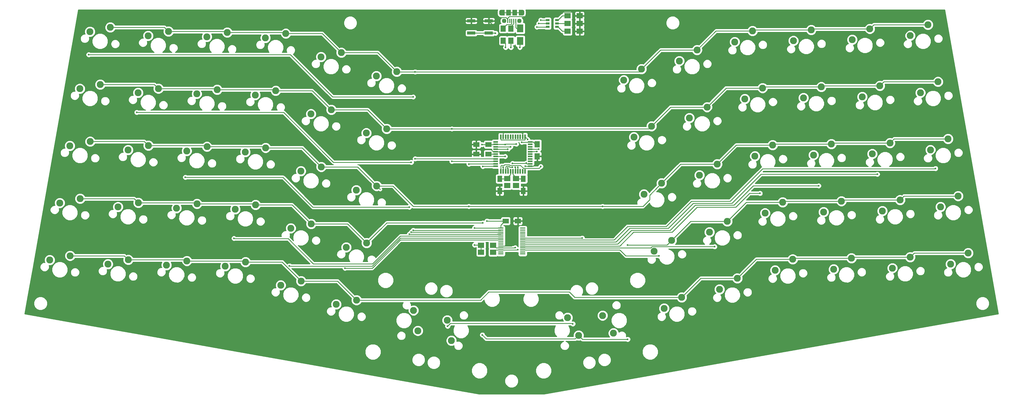
<source format=gbr>
G04 #@! TF.GenerationSoftware,KiCad,Pcbnew,(2017-07-28 revision 75cda5021)-master*
G04 #@! TF.CreationDate,2017-07-29T18:22:56-04:00*
G04 #@! TF.ProjectId,keyboard,6B6579626F6172642E6B696361645F70,rev?*
G04 #@! TF.SameCoordinates,Original*
G04 #@! TF.FileFunction,Copper,L1,Top,Signal*
G04 #@! TF.FilePolarity,Positive*
%FSLAX46Y46*%
G04 Gerber Fmt 4.6, Leading zero omitted, Abs format (unit mm)*
G04 Created by KiCad (PCBNEW (2017-07-28 revision 75cda5021)-master) date Sat Jul 29 18:22:56 2017*
%MOMM*%
%LPD*%
G01*
G04 APERTURE LIST*
%ADD10C,2.286000*%
%ADD11R,1.300000X0.700000*%
%ADD12R,0.550000X1.500000*%
%ADD13R,1.500000X0.550000*%
%ADD14R,1.600000X2.000000*%
%ADD15R,2.000000X1.600000*%
%ADD16R,2.030000X2.650000*%
%ADD17R,1.200000X1.900000*%
%ADD18O,1.200000X1.900000*%
%ADD19R,1.500000X1.900000*%
%ADD20C,1.450000*%
%ADD21R,0.400000X1.350000*%
%ADD22R,2.000000X1.700000*%
%ADD23R,1.700000X2.000000*%
%ADD24R,2.750000X1.000000*%
%ADD25R,1.750000X0.450000*%
%ADD26R,2.100000X1.800000*%
%ADD27C,0.600000*%
%ADD28C,0.250000*%
%ADD29C,0.254000*%
G04 APERTURE END LIST*
D10*
X221708452Y-52434479D03*
X215895989Y-56038557D03*
D11*
X190855000Y-38565000D03*
X190855000Y-37465000D03*
X190855000Y-36365000D03*
X193955000Y-36365000D03*
X193955000Y-37465000D03*
X193955000Y-38565000D03*
D12*
X175464000Y-74676000D03*
X176264000Y-74676000D03*
X177064000Y-74676000D03*
X177864000Y-74676000D03*
X178664000Y-74676000D03*
X179464000Y-74676000D03*
X180264000Y-74676000D03*
X181064000Y-74676000D03*
X181864000Y-74676000D03*
X182664000Y-74676000D03*
X183464000Y-74676000D03*
D13*
X185164000Y-76376000D03*
X185164000Y-77176000D03*
X185164000Y-77976000D03*
X185164000Y-78776000D03*
X185164000Y-79576000D03*
X185164000Y-80376000D03*
X185164000Y-81176000D03*
X185164000Y-81976000D03*
X185164000Y-82776000D03*
X185164000Y-83576000D03*
X185164000Y-84376000D03*
D12*
X183464000Y-86076000D03*
X182664000Y-86076000D03*
X181864000Y-86076000D03*
X181064000Y-86076000D03*
X180264000Y-86076000D03*
X179464000Y-86076000D03*
X178664000Y-86076000D03*
X177864000Y-86076000D03*
X177064000Y-86076000D03*
X176264000Y-86076000D03*
X175464000Y-86076000D03*
D13*
X173764000Y-84376000D03*
X173764000Y-83576000D03*
X173764000Y-82776000D03*
X173764000Y-81976000D03*
X173764000Y-81176000D03*
X173764000Y-80376000D03*
X173764000Y-79576000D03*
X173764000Y-78776000D03*
X173764000Y-77976000D03*
X173764000Y-77176000D03*
X173764000Y-76376000D03*
D10*
X47144131Y-38746240D03*
X40449536Y-40144986D03*
X134678369Y-90837788D03*
X127983774Y-92236534D03*
X137986367Y-72077200D03*
X131291772Y-73475946D03*
X201035500Y-139974224D03*
X197431422Y-134161761D03*
X208908308Y-133427669D03*
X212512386Y-139240132D03*
D14*
X182880000Y-92519000D03*
X182880000Y-88519000D03*
X175133000Y-92519000D03*
X175133000Y-88519000D03*
D15*
X167418000Y-80391000D03*
X171418000Y-80391000D03*
X167418000Y-77216000D03*
X171418000Y-77216000D03*
X181070000Y-102362000D03*
X177070000Y-102362000D03*
D16*
X181864000Y-39058000D03*
X181864000Y-43238000D03*
D17*
X181955000Y-33876000D03*
X176155000Y-33876000D03*
D18*
X175555000Y-33876000D03*
X182555000Y-33876000D03*
D19*
X180055000Y-33876000D03*
D20*
X176555000Y-36576000D03*
D21*
X179055000Y-36576000D03*
X178405000Y-36576000D03*
X177755000Y-36576000D03*
X180355000Y-36576000D03*
X179705000Y-36576000D03*
D20*
X181555000Y-36576000D03*
D19*
X178055000Y-33876000D03*
D22*
X201390000Y-40005000D03*
X197390000Y-40005000D03*
X201390000Y-37465000D03*
X197390000Y-37465000D03*
X201390000Y-34925000D03*
X197390000Y-34925000D03*
X172974000Y-110363000D03*
X168974000Y-110363000D03*
X172974000Y-112649000D03*
X168974000Y-112649000D03*
D23*
X176276000Y-39116000D03*
X176276000Y-43116000D03*
X178816000Y-39116000D03*
X178816000Y-43116000D03*
X187452000Y-77121000D03*
X187452000Y-81121000D03*
D24*
X171536000Y-40608000D03*
X165776000Y-40608000D03*
X165776000Y-36608000D03*
X171536000Y-36608000D03*
D25*
X182670000Y-104715000D03*
X182670000Y-105365000D03*
X182670000Y-106015000D03*
X182670000Y-106665000D03*
X182670000Y-107315000D03*
X182670000Y-107965000D03*
X182670000Y-108615000D03*
X182670000Y-109265000D03*
X182670000Y-109915000D03*
X182670000Y-110565000D03*
X182670000Y-111215000D03*
X182670000Y-111865000D03*
X182670000Y-112515000D03*
X182670000Y-113165000D03*
X175470000Y-113165000D03*
X175470000Y-112515000D03*
X175470000Y-111865000D03*
X175470000Y-111215000D03*
X175470000Y-110565000D03*
X175470000Y-109915000D03*
X175470000Y-109265000D03*
X175470000Y-108615000D03*
X175470000Y-107965000D03*
X175470000Y-107315000D03*
X175470000Y-106665000D03*
X175470000Y-106015000D03*
X175470000Y-105365000D03*
X175470000Y-104715000D03*
D10*
X43836133Y-57506828D03*
X37141538Y-58905574D03*
X40528135Y-76267416D03*
X33833540Y-77666162D03*
X37220137Y-95028004D03*
X30525542Y-96426750D03*
X33912139Y-113788592D03*
X27217544Y-115187338D03*
X66252015Y-40084622D03*
X59557420Y-41483368D03*
X62944017Y-58845210D03*
X56249422Y-60243956D03*
X59636019Y-77605798D03*
X52941424Y-79004544D03*
X56328021Y-96366386D03*
X49633426Y-97765132D03*
X53020023Y-115126974D03*
X46325428Y-116525720D03*
X85533547Y-40438196D03*
X78838952Y-41836942D03*
X82225549Y-59198784D03*
X75530954Y-60597530D03*
X78917551Y-77959372D03*
X72222956Y-79358118D03*
X75609553Y-96719960D03*
X68914958Y-98118706D03*
X72301555Y-115480548D03*
X65606960Y-116879294D03*
X104815079Y-40791770D03*
X98120484Y-42190516D03*
X101507081Y-59552358D03*
X94812486Y-60951104D03*
X98199083Y-78312946D03*
X91504488Y-79711692D03*
X94891085Y-97073534D03*
X88196490Y-98472280D03*
X91583087Y-115834122D03*
X84888492Y-117232868D03*
X123054722Y-47054191D03*
X116360127Y-48452937D03*
X119746724Y-65814779D03*
X113052129Y-67213525D03*
X116438726Y-84575367D03*
X109744131Y-85974113D03*
X113130728Y-103335955D03*
X106436133Y-104734701D03*
X109822730Y-122096543D03*
X103128135Y-123495289D03*
X141294365Y-53316612D03*
X134599770Y-54715358D03*
X131370371Y-109598376D03*
X124675776Y-110997122D03*
X128062373Y-128358964D03*
X121367778Y-129757710D03*
X225016450Y-71195067D03*
X219203987Y-74799145D03*
X228324448Y-89955655D03*
X222511985Y-93559733D03*
X231632446Y-108716243D03*
X225819983Y-112320321D03*
X234940444Y-127476831D03*
X229127981Y-131080909D03*
X239948096Y-46172058D03*
X234135633Y-49776136D03*
X243256094Y-64932646D03*
X237443631Y-68536724D03*
X246564092Y-83693234D03*
X240751629Y-87297312D03*
X249872090Y-102453822D03*
X244059627Y-106057900D03*
X253180088Y-121214410D03*
X247367625Y-124818488D03*
X258187740Y-39909637D03*
X252375277Y-43513715D03*
X261495738Y-58670225D03*
X255683275Y-62274303D03*
X264803736Y-77430813D03*
X258991273Y-81034891D03*
X268111734Y-96191401D03*
X262299271Y-99795479D03*
X271419732Y-114951989D03*
X265607269Y-118556067D03*
X277469273Y-39556063D03*
X271656810Y-43160141D03*
X280777271Y-58316651D03*
X274964808Y-61920729D03*
X284085269Y-77077239D03*
X278272806Y-80681317D03*
X287393267Y-95837827D03*
X281580804Y-99441905D03*
X290701265Y-114598415D03*
X284888802Y-118202493D03*
X296750806Y-39202489D03*
X290938343Y-42806567D03*
X300058804Y-57963077D03*
X294246341Y-61567155D03*
X303366802Y-76723665D03*
X297554339Y-80327743D03*
X306674800Y-95484253D03*
X300862337Y-99088331D03*
X309982798Y-114244841D03*
X304170335Y-117848919D03*
X315858691Y-37864107D03*
X310046228Y-41468185D03*
X319166689Y-56624695D03*
X313354226Y-60228773D03*
X322474687Y-75385283D03*
X316662224Y-78989361D03*
X325782685Y-94145871D03*
X319970222Y-97749949D03*
X329090683Y-112906459D03*
X323278220Y-116510537D03*
X148209552Y-138430492D03*
X146810806Y-131735897D03*
X157846625Y-134971401D03*
X159245371Y-141665996D03*
D26*
X180484000Y-90685000D03*
X177584000Y-90685000D03*
X177584000Y-88385000D03*
X180484000Y-88385000D03*
D27*
X179197000Y-92519000D03*
X187325000Y-79502000D03*
X187325000Y-38608000D03*
X182372000Y-80518000D03*
X177800000Y-79576000D03*
X172720000Y-73406000D03*
X179197000Y-110363000D03*
X179197000Y-102362000D03*
X172720000Y-38481000D03*
X183516097Y-84375989D03*
X177800000Y-84963007D03*
X169291000Y-77216000D03*
X170942000Y-102362000D03*
X176901010Y-77216000D03*
X176901010Y-81153000D03*
X181737000Y-45339000D03*
X180594000Y-77089000D03*
X176911000Y-81153000D03*
X166878000Y-110236000D03*
X166878000Y-104648000D03*
X146685000Y-61595000D03*
X146685000Y-105410000D03*
X40047765Y-47688500D03*
X146050000Y-83058000D03*
X146050000Y-106045000D03*
X55817152Y-66675000D03*
X145415000Y-97790000D03*
X145415000Y-106680000D03*
X71790686Y-88011000D03*
X87764220Y-108077000D03*
X106003863Y-117094000D03*
X124243506Y-117856000D03*
X227494066Y-113800000D03*
X245733710Y-110807500D03*
X260665356Y-93286631D03*
X279946889Y-90805000D03*
X299228422Y-86995000D03*
X318336307Y-85090000D03*
X202234800Y-107950000D03*
X199136000Y-136144000D03*
X157988000Y-136906000D03*
X180213000Y-84709000D03*
X180213000Y-111125000D03*
X181102000Y-84709000D03*
X181102000Y-111760000D03*
X177038000Y-45339000D03*
X177800000Y-78740000D03*
X178689000Y-77978000D03*
X178816000Y-45339000D03*
X182372000Y-76454000D03*
X147320000Y-53340000D03*
X147320000Y-81915000D03*
X159385000Y-72077200D03*
X159385000Y-82776000D03*
X164973000Y-97536000D03*
X208908308Y-97536000D03*
X164973000Y-83693000D03*
X169545000Y-103000000D03*
X169400000Y-139800000D03*
X217170000Y-110236000D03*
X217170000Y-141224000D03*
X169545000Y-84455000D03*
X176276000Y-84709000D03*
X173736000Y-40640000D03*
X183829949Y-83378051D03*
X184277000Y-75565000D03*
X179324000Y-83439000D03*
X179324000Y-84709000D03*
X187960000Y-37465000D03*
X187960000Y-78740000D03*
X188595000Y-36322000D03*
X188595000Y-84455000D03*
D28*
X177800000Y-84963007D02*
X177800000Y-86012000D01*
X177800000Y-86012000D02*
X177864000Y-86076000D01*
X176183000Y-92519000D02*
X179197000Y-92519000D01*
X179197000Y-92519000D02*
X182880000Y-92519000D01*
X175133000Y-92519000D02*
X176183000Y-92519000D01*
X185164000Y-84376000D02*
X186164000Y-84376000D01*
X186164000Y-84376000D02*
X187452000Y-83088000D01*
X187452000Y-83088000D02*
X187452000Y-82371000D01*
X187452000Y-82371000D02*
X187452000Y-81121000D01*
X182880000Y-88519000D02*
X180618000Y-88519000D01*
X180618000Y-88519000D02*
X180484000Y-88385000D01*
X179464000Y-86076000D02*
X179464000Y-87076000D01*
X179464000Y-87076000D02*
X180484000Y-88096000D01*
X180484000Y-88096000D02*
X180484000Y-88385000D01*
X175133000Y-88519000D02*
X177450000Y-88519000D01*
X177450000Y-88519000D02*
X177584000Y-88385000D01*
X178664000Y-86076000D02*
X178664000Y-87076000D01*
X178664000Y-87076000D02*
X177584000Y-88156000D01*
X177584000Y-88156000D02*
X177584000Y-88385000D01*
X180264000Y-86076000D02*
X180264000Y-84760000D01*
X180264000Y-84760000D02*
X180213000Y-84709000D01*
X181064000Y-86076000D02*
X181064000Y-84747000D01*
X181064000Y-84747000D02*
X181102000Y-84709000D01*
X185164000Y-76376000D02*
X186164000Y-76376000D01*
X186164000Y-76376000D02*
X186909000Y-77121000D01*
X186909000Y-77121000D02*
X187452000Y-77121000D01*
X164973000Y-97536000D02*
X208908308Y-97536000D01*
X253180088Y-121214410D02*
X259442509Y-114951989D01*
X259442509Y-114951989D02*
X271419732Y-114951989D01*
X241202865Y-121214410D02*
X253180088Y-121214410D01*
X177064000Y-86076000D02*
X177064000Y-84646996D01*
X187325000Y-38608000D02*
X190812000Y-38608000D01*
X187325000Y-79502000D02*
X185238000Y-79502000D01*
X190812000Y-38608000D02*
X190855000Y-38565000D01*
X185238000Y-79502000D02*
X185164000Y-79576000D01*
X200140000Y-34925000D02*
X201390000Y-34925000D01*
X198964999Y-33749999D02*
X200140000Y-34925000D01*
X189606999Y-33749999D02*
X198964999Y-33749999D01*
X188205988Y-35151010D02*
X189606999Y-33749999D01*
X177755000Y-35651000D02*
X178254990Y-35151010D01*
X177755000Y-36576000D02*
X177755000Y-35651000D01*
X178254990Y-35151010D02*
X188205988Y-35151010D01*
X178636000Y-79576000D02*
X181430000Y-79576000D01*
X181430000Y-79576000D02*
X182372000Y-80518000D01*
X173764000Y-79576000D02*
X177800000Y-79576000D01*
X177800000Y-79576000D02*
X178636000Y-79576000D01*
X172720000Y-73406000D02*
X170178000Y-73406000D01*
X170178000Y-73406000D02*
X169924000Y-73660000D01*
X173019999Y-73360001D02*
X172765999Y-73360001D01*
X172765999Y-73360001D02*
X172720000Y-73406000D01*
X173019999Y-73360001D02*
X176276000Y-73360001D01*
X176276000Y-73360001D02*
X182348001Y-73360001D01*
X176264000Y-74676000D02*
X176264000Y-73372001D01*
X176264000Y-73372001D02*
X176276000Y-73360001D01*
X182348001Y-73360001D02*
X182664000Y-73676000D01*
X182664000Y-73676000D02*
X182664000Y-74676000D01*
X167418000Y-77216000D02*
X167418000Y-76166000D01*
X167418000Y-76166000D02*
X169924000Y-73660000D01*
X175470000Y-110565000D02*
X178995000Y-110565000D01*
X178995000Y-110565000D02*
X179197000Y-110363000D01*
X181070000Y-102362000D02*
X179197000Y-102362000D01*
X172720000Y-38481000D02*
X172720000Y-37792000D01*
X172720000Y-37792000D02*
X171536000Y-36608000D01*
X183516097Y-84375989D02*
X185163989Y-84375989D01*
X185163989Y-84375989D02*
X185164000Y-84376000D01*
X177864000Y-85027007D02*
X177800000Y-84963007D01*
X167418000Y-77216000D02*
X167418000Y-78740000D01*
X167418000Y-78740000D02*
X167418000Y-80391000D01*
X172513998Y-78740000D02*
X167418000Y-78740000D01*
X173764000Y-79576000D02*
X172953998Y-79576000D01*
X172953998Y-79576000D02*
X172513998Y-79136000D01*
X172513998Y-79136000D02*
X172513998Y-78740000D01*
X165776000Y-36608000D02*
X171536000Y-36608000D01*
X171536000Y-36608000D02*
X171536000Y-35858000D01*
X171536000Y-35858000D02*
X171868001Y-35525999D01*
X171868001Y-35525999D02*
X177179999Y-35525999D01*
X177179999Y-35525999D02*
X177755000Y-36101000D01*
X177755000Y-36101000D02*
X177755000Y-36576000D01*
X201390000Y-34925000D02*
X201390000Y-36025000D01*
X201390000Y-36025000D02*
X201390000Y-37465000D01*
X201390000Y-37465000D02*
X201390000Y-40005000D01*
X169291000Y-77216000D02*
X171418000Y-77216000D01*
X177070000Y-102362000D02*
X170942000Y-102362000D01*
X175470000Y-104715000D02*
X175470000Y-103762000D01*
X175470000Y-103762000D02*
X176870000Y-102362000D01*
X176870000Y-102362000D02*
X177070000Y-102362000D01*
X166878000Y-110236000D02*
X168847000Y-110236000D01*
X168847000Y-110236000D02*
X168974000Y-110363000D01*
X168974000Y-110363000D02*
X168974000Y-112649000D01*
X173764000Y-77176000D02*
X176861010Y-77176000D01*
X176878010Y-81176000D02*
X176901010Y-81153000D01*
X176861010Y-77176000D02*
X176901010Y-77216000D01*
X173764000Y-81176000D02*
X176878010Y-81176000D01*
X180594000Y-77089000D02*
X177028010Y-77089000D01*
X177028010Y-77089000D02*
X176901010Y-77216000D01*
X176911000Y-81153000D02*
X176901010Y-81153000D01*
X181737000Y-45339000D02*
X181737000Y-43365000D01*
X181737000Y-43365000D02*
X181864000Y-43238000D01*
X181864000Y-43548000D02*
X181864000Y-43238000D01*
X175470000Y-104715000D02*
X166945000Y-104715000D01*
X166945000Y-104715000D02*
X166878000Y-104648000D01*
X171418000Y-77216000D02*
X173724000Y-77216000D01*
X173724000Y-77216000D02*
X173764000Y-77176000D01*
X120078500Y-61468000D02*
X120015000Y-61404500D01*
X120015000Y-61404500D02*
X106282928Y-47672428D01*
X146685000Y-61595000D02*
X120205500Y-61595000D01*
X120205500Y-61595000D02*
X120015000Y-61404500D01*
X146685000Y-105410000D02*
X175425000Y-105410000D01*
X175425000Y-105410000D02*
X175470000Y-105365000D01*
X43925928Y-47672428D02*
X43909856Y-47688500D01*
X43909856Y-47688500D02*
X40047765Y-47688500D01*
X106282928Y-47672428D02*
X43925928Y-47672428D01*
X146050000Y-83058000D02*
X120459500Y-83058000D01*
X120459500Y-83058000D02*
X118681500Y-81280000D01*
X104076500Y-66675000D02*
X118681500Y-81280000D01*
X55817152Y-66675000D02*
X104076500Y-66675000D01*
X146050000Y-106045000D02*
X175440000Y-106045000D01*
X175440000Y-106045000D02*
X175470000Y-106015000D01*
X103505000Y-88011000D02*
X71790686Y-88011000D01*
X145415000Y-97790000D02*
X113665000Y-97790000D01*
X113665000Y-97790000D02*
X103886000Y-88011000D01*
X103886000Y-88011000D02*
X103505000Y-88011000D01*
X145415000Y-106680000D02*
X175455000Y-106680000D01*
X175455000Y-106680000D02*
X175470000Y-106665000D01*
X175470000Y-106665000D02*
X174345000Y-106665000D01*
X174345000Y-106665000D02*
X174330000Y-106680000D01*
X175470000Y-107315000D02*
X142457250Y-107315000D01*
X113875534Y-116479034D02*
X105587980Y-108191480D01*
X142457250Y-107315000D02*
X133293216Y-116479034D01*
X133293216Y-116479034D02*
X113875534Y-116479034D01*
X105587980Y-108191480D02*
X87878700Y-108191480D01*
X87878700Y-108191480D02*
X87764220Y-108077000D01*
X133205163Y-117203499D02*
X106113362Y-117203499D01*
X106113362Y-117203499D02*
X106003863Y-117094000D01*
X142443662Y-107965000D02*
X133205163Y-117203499D01*
X175470000Y-107965000D02*
X142443662Y-107965000D01*
X175470000Y-108615000D02*
X142430072Y-108615000D01*
X142430072Y-108615000D02*
X133189072Y-117856000D01*
X133189072Y-117856000D02*
X124243506Y-117856000D01*
X182670000Y-111865000D02*
X214608000Y-111865000D01*
X214608000Y-111865000D02*
X216543000Y-113800000D01*
X216543000Y-113800000D02*
X217297000Y-113800000D01*
X217297000Y-113800000D02*
X227494066Y-113800000D01*
X225167662Y-110800000D02*
X245726210Y-110800000D01*
X245726210Y-110800000D02*
X245733710Y-110807500D01*
X224752662Y-111215000D02*
X225167662Y-110800000D01*
X182670000Y-111215000D02*
X224752662Y-111215000D01*
X182670000Y-110565000D02*
X214555000Y-110565000D01*
X214555000Y-110565000D02*
X219075000Y-106045000D01*
X219075000Y-106045000D02*
X231775000Y-106045000D01*
X231775000Y-106045000D02*
X240030000Y-97790000D01*
X240030000Y-97790000D02*
X252730000Y-97790000D01*
X252730000Y-97790000D02*
X257233369Y-93286631D01*
X257233369Y-93286631D02*
X260665356Y-93286631D01*
X239395000Y-97155000D02*
X252095000Y-97155000D01*
X218440000Y-105410000D02*
X231140000Y-105410000D01*
X182670000Y-109915000D02*
X213935000Y-109915000D01*
X213935000Y-109915000D02*
X218440000Y-105410000D01*
X231140000Y-105410000D02*
X239395000Y-97155000D01*
X252095000Y-97155000D02*
X258445000Y-90805000D01*
X258445000Y-90805000D02*
X279946889Y-90805000D01*
X182670000Y-109265000D02*
X213315000Y-109265000D01*
X213315000Y-109265000D02*
X217805000Y-104775000D01*
X217805000Y-104775000D02*
X230505000Y-104775000D01*
X238760000Y-96520000D02*
X251460000Y-96520000D01*
X230505000Y-104775000D02*
X238760000Y-96520000D01*
X251460000Y-96520000D02*
X260985000Y-86995000D01*
X260985000Y-86995000D02*
X299228422Y-86995000D01*
X261516396Y-85193604D02*
X318232703Y-85193604D01*
X182670000Y-108615000D02*
X212695000Y-108615000D01*
X212695000Y-108615000D02*
X217170000Y-104140000D01*
X217170000Y-104140000D02*
X229870000Y-104140000D01*
X229870000Y-104140000D02*
X238125000Y-95885000D01*
X238125000Y-95885000D02*
X250825000Y-95885000D01*
X318232703Y-85193604D02*
X318336307Y-85090000D01*
X250825000Y-95885000D02*
X261516396Y-85193604D01*
X182685000Y-107950000D02*
X202234800Y-107950000D01*
X157988000Y-136906000D02*
X158857956Y-136036044D01*
X158857956Y-136036044D02*
X199028044Y-136036044D01*
X199028044Y-136036044D02*
X199136000Y-136144000D01*
X182685000Y-107950000D02*
X182670000Y-107965000D01*
X180355000Y-36576000D02*
X180355000Y-38814000D01*
X180355000Y-38814000D02*
X180599000Y-39058000D01*
X180599000Y-39058000D02*
X181864000Y-39058000D01*
X175555000Y-33876000D02*
X178055000Y-33876000D01*
X182555000Y-33876000D02*
X180055000Y-33876000D01*
X182555000Y-33876000D02*
X181955000Y-33876000D01*
X175555000Y-33876000D02*
X176155000Y-33876000D01*
X182555000Y-33876000D02*
X181705000Y-33876000D01*
X181705000Y-33876000D02*
X175555000Y-33876000D01*
X179055000Y-36576000D02*
X179055000Y-37501000D01*
X179055000Y-37501000D02*
X178765001Y-37790999D01*
X178765001Y-37790999D02*
X177451001Y-37790999D01*
X177451001Y-37790999D02*
X176276000Y-38966000D01*
X176276000Y-38966000D02*
X176276000Y-39116000D01*
X179705000Y-36576000D02*
X179705000Y-37501000D01*
X179705000Y-37501000D02*
X178816000Y-38390000D01*
X178816000Y-38390000D02*
X178816000Y-39116000D01*
X173976000Y-111215000D02*
X175470000Y-111215000D01*
X172974000Y-110363000D02*
X173124000Y-110363000D01*
X173124000Y-110363000D02*
X173976000Y-111215000D01*
X175470000Y-111215000D02*
X180123000Y-111215000D01*
X180123000Y-111215000D02*
X180213000Y-111125000D01*
X172974000Y-112649000D02*
X173758000Y-111865000D01*
X173758000Y-111865000D02*
X175470000Y-111865000D01*
X172974000Y-113030000D02*
X173124000Y-113030000D01*
X175470000Y-111865000D02*
X180997000Y-111865000D01*
X180997000Y-111865000D02*
X181102000Y-111760000D01*
X177038000Y-44958000D02*
X177038000Y-45339000D01*
X177038000Y-44958000D02*
X177038000Y-43878000D01*
X177038000Y-43878000D02*
X176276000Y-43116000D01*
X173764000Y-78776000D02*
X177764000Y-78776000D01*
X177764000Y-78776000D02*
X177800000Y-78740000D01*
X178689000Y-77978000D02*
X173766000Y-77978000D01*
X173766000Y-77978000D02*
X173764000Y-77976000D01*
X178816000Y-43116000D02*
X178816000Y-45339000D01*
X182372000Y-76454000D02*
X185086000Y-76454000D01*
X185086000Y-76454000D02*
X185164000Y-76376000D01*
X147320000Y-53340000D02*
X221615000Y-53340000D01*
X221708452Y-53246548D02*
X221708452Y-52434479D01*
X221615000Y-53340000D02*
X221708452Y-53246548D01*
X147320000Y-53340000D02*
X141317753Y-53340000D01*
X141317753Y-53340000D02*
X141294365Y-53316612D01*
X147320000Y-81915000D02*
X173703000Y-81915000D01*
X173703000Y-81915000D02*
X173764000Y-81976000D01*
X239948096Y-46172058D02*
X227970873Y-46172058D01*
X227970873Y-46172058D02*
X221708452Y-52434479D01*
X258187740Y-39909637D02*
X246210517Y-39909637D01*
X246210517Y-39909637D02*
X239948096Y-46172058D01*
X277469273Y-39556063D02*
X258541314Y-39556063D01*
X258541314Y-39556063D02*
X258187740Y-39909637D01*
X296750806Y-39202489D02*
X277822847Y-39202489D01*
X277822847Y-39202489D02*
X277469273Y-39556063D01*
X315858691Y-37864107D02*
X298089188Y-37864107D01*
X298089188Y-37864107D02*
X296750806Y-39202489D01*
X123054722Y-47054191D02*
X135031944Y-47054191D01*
X135031944Y-47054191D02*
X141294365Y-53316612D01*
X104815079Y-40791770D02*
X116792301Y-40791770D01*
X116792301Y-40791770D02*
X123054722Y-47054191D01*
X85533547Y-40438196D02*
X104461505Y-40438196D01*
X104461505Y-40438196D02*
X104815079Y-40791770D01*
X66252015Y-40084622D02*
X85179973Y-40084622D01*
X85179973Y-40084622D02*
X85533547Y-40438196D01*
X47144131Y-38746240D02*
X64913633Y-38746240D01*
X64913633Y-38746240D02*
X66252015Y-40084622D01*
X137986367Y-72077200D02*
X159385000Y-72077200D01*
X159385000Y-72077200D02*
X224134317Y-72077200D01*
X173764000Y-82776000D02*
X159385000Y-82776000D01*
X159385000Y-82776000D02*
X159178990Y-82776000D01*
X224134317Y-72077200D02*
X225016450Y-71195067D01*
X172764000Y-82776000D02*
X173764000Y-82776000D01*
X243256094Y-64932646D02*
X231278871Y-64932646D01*
X231278871Y-64932646D02*
X225016450Y-71195067D01*
X261495738Y-58670225D02*
X249518515Y-58670225D01*
X249518515Y-58670225D02*
X243256094Y-64932646D01*
X280777271Y-58316651D02*
X261849312Y-58316651D01*
X261849312Y-58316651D02*
X261495738Y-58670225D01*
X300058804Y-57963077D02*
X281130845Y-57963077D01*
X281130845Y-57963077D02*
X280777271Y-58316651D01*
X319166689Y-56624695D02*
X301397186Y-56624695D01*
X301397186Y-56624695D02*
X300058804Y-57963077D01*
X119746724Y-65814779D02*
X131723946Y-65814779D01*
X131723946Y-65814779D02*
X137986367Y-72077200D01*
X101507081Y-59552358D02*
X113484303Y-59552358D01*
X113484303Y-59552358D02*
X119746724Y-65814779D01*
X82225549Y-59198784D02*
X101153507Y-59198784D01*
X101153507Y-59198784D02*
X101507081Y-59552358D01*
X62944017Y-58845210D02*
X81871975Y-58845210D01*
X81871975Y-58845210D02*
X82225549Y-59198784D01*
X43836133Y-57506828D02*
X61605635Y-57506828D01*
X61605635Y-57506828D02*
X62944017Y-58845210D01*
X146685000Y-97536000D02*
X139986788Y-90837788D01*
X139986788Y-90837788D02*
X134678369Y-90837788D01*
X164973000Y-97536000D02*
X146685000Y-97536000D01*
X228324448Y-89955655D02*
X224386268Y-93893835D01*
X224386268Y-93893835D02*
X224386268Y-95338090D01*
X224386268Y-95338090D02*
X222188358Y-97536000D01*
X222188358Y-97536000D02*
X208908308Y-97536000D01*
X226332103Y-91948000D02*
X228324448Y-89955655D01*
X228324448Y-89955655D02*
X226299316Y-91980787D01*
X135821368Y-91980787D02*
X134678369Y-90837788D01*
X173764000Y-83576000D02*
X165090000Y-83576000D01*
X165090000Y-83576000D02*
X164973000Y-83693000D01*
X228324448Y-89955655D02*
X226880102Y-91400001D01*
X246564092Y-83693234D02*
X234586869Y-83693234D01*
X234586869Y-83693234D02*
X228324448Y-89955655D01*
X264803736Y-77430813D02*
X252826513Y-77430813D01*
X252826513Y-77430813D02*
X246564092Y-83693234D01*
X284085269Y-77077239D02*
X265157310Y-77077239D01*
X265157310Y-77077239D02*
X264803736Y-77430813D01*
X303366802Y-76723665D02*
X284438843Y-76723665D01*
X284438843Y-76723665D02*
X284085269Y-77077239D01*
X322474687Y-75385283D02*
X304705184Y-75385283D01*
X304705184Y-75385283D02*
X303366802Y-76723665D01*
X116438726Y-84575367D02*
X128415948Y-84575367D01*
X128415948Y-84575367D02*
X134678369Y-90837788D01*
X98199083Y-78312946D02*
X110176305Y-78312946D01*
X110176305Y-78312946D02*
X116438726Y-84575367D01*
X78917551Y-77959372D02*
X97845509Y-77959372D01*
X97845509Y-77959372D02*
X98199083Y-78312946D01*
X59636019Y-77605798D02*
X78563977Y-77605798D01*
X78563977Y-77605798D02*
X78917551Y-77959372D01*
X40528135Y-76267416D02*
X58297637Y-76267416D01*
X58297637Y-76267416D02*
X59636019Y-77605798D01*
X136085011Y-104914989D02*
X138000000Y-103000000D01*
X138000000Y-103000000D02*
X169545000Y-103000000D01*
X136053758Y-104914989D02*
X136085011Y-104914989D01*
X169400000Y-139800000D02*
X170717223Y-141117223D01*
X170717223Y-141117223D02*
X199892501Y-141117223D01*
X199892501Y-141117223D02*
X201035500Y-139974224D01*
X169672000Y-84328000D02*
X173716000Y-84328000D01*
X173716000Y-84328000D02*
X173764000Y-84376000D01*
X131370371Y-109598376D02*
X136053758Y-104914989D01*
X217170000Y-110236000D02*
X230112689Y-110236000D01*
X230112689Y-110236000D02*
X231632446Y-108716243D01*
X201035500Y-139974224D02*
X202286948Y-141225672D01*
X202286948Y-141225672D02*
X217168328Y-141225672D01*
X217168328Y-141225672D02*
X217170000Y-141224000D01*
X169681999Y-84318001D02*
X169672000Y-84328000D01*
X169672000Y-84328000D02*
X169545000Y-84455000D01*
X249872090Y-102453822D02*
X237894867Y-102453822D01*
X237894867Y-102453822D02*
X231632446Y-108716243D01*
X268111734Y-96191401D02*
X256134511Y-96191401D01*
X256134511Y-96191401D02*
X249872090Y-102453822D01*
X287393267Y-95837827D02*
X268465308Y-95837827D01*
X268465308Y-95837827D02*
X268111734Y-96191401D01*
X306674800Y-95484253D02*
X287746841Y-95484253D01*
X287746841Y-95484253D02*
X287393267Y-95837827D01*
X325782685Y-94145871D02*
X308013182Y-94145871D01*
X308013182Y-94145871D02*
X306674800Y-95484253D01*
X113130728Y-103335955D02*
X125107950Y-103335955D01*
X125107950Y-103335955D02*
X131370371Y-109598376D01*
X94891085Y-97073534D02*
X106868307Y-97073534D01*
X106868307Y-97073534D02*
X113130728Y-103335955D01*
X75609553Y-96719960D02*
X94537511Y-96719960D01*
X94537511Y-96719960D02*
X94891085Y-97073534D01*
X56328021Y-96366386D02*
X75255979Y-96366386D01*
X75255979Y-96366386D02*
X75609553Y-96719960D01*
X37220137Y-95028004D02*
X54989639Y-95028004D01*
X54989639Y-95028004D02*
X56328021Y-96366386D01*
X234940444Y-127476831D02*
X241202865Y-121214410D01*
X199752411Y-127476831D02*
X234940444Y-127476831D01*
X290701265Y-114598415D02*
X271773306Y-114598415D01*
X271773306Y-114598415D02*
X271419732Y-114951989D01*
X309982798Y-114244841D02*
X291054839Y-114244841D01*
X291054839Y-114244841D02*
X290701265Y-114598415D01*
X329090683Y-112906459D02*
X311321180Y-112906459D01*
X311321180Y-112906459D02*
X309982798Y-114244841D01*
X128062373Y-128358964D02*
X168851820Y-128358964D01*
X168851820Y-128358964D02*
X171497909Y-125712875D01*
X171497909Y-125712875D02*
X197988455Y-125712875D01*
X197988455Y-125712875D02*
X199752411Y-127476831D01*
X109822730Y-122096543D02*
X121799952Y-122096543D01*
X121799952Y-122096543D02*
X128062373Y-128358964D01*
X91583087Y-115834122D02*
X103560309Y-115834122D01*
X103560309Y-115834122D02*
X109822730Y-122096543D01*
X72301555Y-115480548D02*
X91229513Y-115480548D01*
X91229513Y-115480548D02*
X91583087Y-115834122D01*
X53020023Y-115126974D02*
X71947981Y-115126974D01*
X71947981Y-115126974D02*
X72301555Y-115480548D01*
X33912139Y-113788592D02*
X51681641Y-113788592D01*
X51681641Y-113788592D02*
X53020023Y-115126974D01*
X176264000Y-86076000D02*
X176264000Y-84721000D01*
X176264000Y-84721000D02*
X176276000Y-84709000D01*
X165776000Y-40608000D02*
X171536000Y-40608000D01*
X176276000Y-86088000D02*
X176264000Y-86076000D01*
X171536000Y-40608000D02*
X173704000Y-40608000D01*
X173704000Y-40608000D02*
X173736000Y-40640000D01*
X179324000Y-83439000D02*
X183769000Y-83439000D01*
X183769000Y-83439000D02*
X183829949Y-83378051D01*
X185164000Y-83576000D02*
X184027898Y-83576000D01*
X184027898Y-83576000D02*
X183829949Y-83378051D01*
X178471005Y-84709000D02*
X178899736Y-84709000D01*
X178100002Y-84337997D02*
X178471005Y-84709000D01*
X177372999Y-84337997D02*
X178100002Y-84337997D01*
X177064000Y-84646996D02*
X177372999Y-84337997D01*
X178899736Y-84709000D02*
X179324000Y-84709000D01*
X175464000Y-74676000D02*
X175464000Y-75676000D01*
X175539001Y-75751001D02*
X183388999Y-75751001D01*
X175464000Y-75676000D02*
X175539001Y-75751001D01*
X183388999Y-75751001D02*
X183464000Y-75676000D01*
X183464000Y-75676000D02*
X183464000Y-74676000D01*
X184277000Y-75565000D02*
X184277000Y-75489000D01*
X184277000Y-75489000D02*
X183464000Y-74676000D01*
X190855000Y-37465000D02*
X187960000Y-37465000D01*
X185164000Y-78776000D02*
X187924000Y-78776000D01*
X187924000Y-78776000D02*
X187960000Y-78740000D01*
X188595000Y-36322000D02*
X190812000Y-36322000D01*
X190812000Y-36322000D02*
X190855000Y-36365000D01*
X182881997Y-85000999D02*
X188049001Y-85000999D01*
X188049001Y-85000999D02*
X188595000Y-84455000D01*
X181944999Y-84064001D02*
X178462416Y-84064001D01*
X182881997Y-85000999D02*
X181944999Y-84064001D01*
X178286402Y-83887987D02*
X178462416Y-84064001D01*
X178462416Y-84064001D02*
X181382003Y-84064001D01*
X176530000Y-84064001D02*
X176706014Y-83887987D01*
X176706014Y-83887987D02*
X178286402Y-83887987D01*
X175464000Y-86076000D02*
X175464000Y-84251000D01*
X175464000Y-84251000D02*
X175650999Y-84064001D01*
X175650999Y-84064001D02*
X176530000Y-84064001D01*
X176475999Y-84064001D02*
X176530000Y-84064001D01*
X195695000Y-34925000D02*
X197390000Y-34925000D01*
X193955000Y-36365000D02*
X194255000Y-36365000D01*
X194255000Y-36365000D02*
X195695000Y-34925000D01*
X193955000Y-37465000D02*
X197390000Y-37465000D01*
X195695000Y-40005000D02*
X197390000Y-40005000D01*
X193955000Y-38565000D02*
X194255000Y-38565000D01*
X194255000Y-38565000D02*
X195695000Y-40005000D01*
X171418000Y-80391000D02*
X173749000Y-80391000D01*
X173749000Y-80391000D02*
X173764000Y-80376000D01*
D29*
G36*
X174414009Y-33022334D02*
X174320000Y-33494948D01*
X174320000Y-34257052D01*
X174414009Y-34729666D01*
X174681723Y-35130329D01*
X175082386Y-35398043D01*
X175555000Y-35492052D01*
X175648569Y-35473440D01*
X175734475Y-35473440D01*
X175402720Y-35804616D01*
X175195237Y-36304292D01*
X175194764Y-36845334D01*
X175401376Y-37345372D01*
X175524349Y-37468560D01*
X175426000Y-37468560D01*
X175178235Y-37517843D01*
X174968191Y-37658191D01*
X174827843Y-37868235D01*
X174778560Y-38116000D01*
X174778560Y-40116000D01*
X174827843Y-40363765D01*
X174968191Y-40573809D01*
X175178235Y-40714157D01*
X175426000Y-40763440D01*
X177126000Y-40763440D01*
X177373765Y-40714157D01*
X177546000Y-40599072D01*
X177718235Y-40714157D01*
X177966000Y-40763440D01*
X179666000Y-40763440D01*
X179913765Y-40714157D01*
X180123809Y-40573809D01*
X180212971Y-40440369D01*
X180250843Y-40630765D01*
X180391191Y-40840809D01*
X180601235Y-40981157D01*
X180849000Y-41030440D01*
X182879000Y-41030440D01*
X183126765Y-40981157D01*
X183336809Y-40840809D01*
X183477157Y-40630765D01*
X183526440Y-40383000D01*
X183526440Y-38793167D01*
X186389838Y-38793167D01*
X186531883Y-39136943D01*
X186794673Y-39400192D01*
X187138201Y-39542838D01*
X187510167Y-39543162D01*
X187853943Y-39401117D01*
X187887118Y-39368000D01*
X189743978Y-39368000D01*
X189747191Y-39372809D01*
X189957235Y-39513157D01*
X190205000Y-39562440D01*
X191505000Y-39562440D01*
X191752765Y-39513157D01*
X191962809Y-39372809D01*
X192103157Y-39162765D01*
X192152440Y-38915000D01*
X192152440Y-38215000D01*
X192112658Y-38015000D01*
X192152440Y-37815000D01*
X192152440Y-37115000D01*
X192112658Y-36915000D01*
X192152440Y-36715000D01*
X192152440Y-36015000D01*
X192657560Y-36015000D01*
X192657560Y-36715000D01*
X192697342Y-36915000D01*
X192657560Y-37115000D01*
X192657560Y-37815000D01*
X192697342Y-38015000D01*
X192657560Y-38215000D01*
X192657560Y-38915000D01*
X192706843Y-39162765D01*
X192847191Y-39372809D01*
X193057235Y-39513157D01*
X193305000Y-39562440D01*
X194177638Y-39562440D01*
X195157599Y-40542401D01*
X195404161Y-40707148D01*
X195695000Y-40765000D01*
X195742560Y-40765000D01*
X195742560Y-40855000D01*
X195791843Y-41102765D01*
X195932191Y-41312809D01*
X196142235Y-41453157D01*
X196390000Y-41502440D01*
X198390000Y-41502440D01*
X198637765Y-41453157D01*
X198847809Y-41312809D01*
X198988157Y-41102765D01*
X199037440Y-40855000D01*
X199037440Y-40290750D01*
X199755000Y-40290750D01*
X199755000Y-40981310D01*
X199851673Y-41214699D01*
X200030302Y-41393327D01*
X200263691Y-41490000D01*
X201104250Y-41490000D01*
X201263000Y-41331250D01*
X201263000Y-40132000D01*
X201517000Y-40132000D01*
X201517000Y-41331250D01*
X201675750Y-41490000D01*
X202516309Y-41490000D01*
X202749698Y-41393327D01*
X202928327Y-41214699D01*
X203025000Y-40981310D01*
X203025000Y-40290750D01*
X202866250Y-40132000D01*
X201517000Y-40132000D01*
X201263000Y-40132000D01*
X199913750Y-40132000D01*
X199755000Y-40290750D01*
X199037440Y-40290750D01*
X199037440Y-39155000D01*
X198988157Y-38907235D01*
X198873072Y-38735000D01*
X198988157Y-38562765D01*
X199037440Y-38315000D01*
X199037440Y-37750750D01*
X199755000Y-37750750D01*
X199755000Y-38441310D01*
X199851673Y-38674699D01*
X199911974Y-38735000D01*
X199851673Y-38795301D01*
X199755000Y-39028690D01*
X199755000Y-39719250D01*
X199913750Y-39878000D01*
X201263000Y-39878000D01*
X201263000Y-37592000D01*
X201517000Y-37592000D01*
X201517000Y-39878000D01*
X202866250Y-39878000D01*
X203025000Y-39719250D01*
X203025000Y-39028690D01*
X202928327Y-38795301D01*
X202868026Y-38735000D01*
X202928327Y-38674699D01*
X203025000Y-38441310D01*
X203025000Y-37750750D01*
X202990574Y-37716324D01*
X229730319Y-37716324D01*
X230069861Y-38538077D01*
X230698027Y-39167341D01*
X231519187Y-39508316D01*
X232408325Y-39509092D01*
X233230078Y-39169550D01*
X233859342Y-38541384D01*
X234200317Y-37720224D01*
X234201093Y-36831086D01*
X233861551Y-36009333D01*
X233233385Y-35380069D01*
X232412225Y-35039094D01*
X231523087Y-35038318D01*
X230701334Y-35377860D01*
X230072070Y-36006026D01*
X229731095Y-36827186D01*
X229730319Y-37716324D01*
X202990574Y-37716324D01*
X202866250Y-37592000D01*
X201517000Y-37592000D01*
X201263000Y-37592000D01*
X199913750Y-37592000D01*
X199755000Y-37750750D01*
X199037440Y-37750750D01*
X199037440Y-36615000D01*
X198988157Y-36367235D01*
X198873072Y-36195000D01*
X198988157Y-36022765D01*
X199037440Y-35775000D01*
X199037440Y-35210750D01*
X199755000Y-35210750D01*
X199755000Y-35901310D01*
X199851673Y-36134699D01*
X199911974Y-36195000D01*
X199851673Y-36255301D01*
X199755000Y-36488690D01*
X199755000Y-37179250D01*
X199913750Y-37338000D01*
X201263000Y-37338000D01*
X201263000Y-35052000D01*
X201517000Y-35052000D01*
X201517000Y-37338000D01*
X202866250Y-37338000D01*
X203025000Y-37179250D01*
X203025000Y-36488690D01*
X202928327Y-36255301D01*
X202868026Y-36195000D01*
X202928327Y-36134699D01*
X203025000Y-35901310D01*
X203025000Y-35210750D01*
X202866250Y-35052000D01*
X201517000Y-35052000D01*
X201263000Y-35052000D01*
X199913750Y-35052000D01*
X199755000Y-35210750D01*
X199037440Y-35210750D01*
X199037440Y-34075000D01*
X199012316Y-33948690D01*
X199755000Y-33948690D01*
X199755000Y-34639250D01*
X199913750Y-34798000D01*
X201263000Y-34798000D01*
X201263000Y-33598750D01*
X201517000Y-33598750D01*
X201517000Y-34798000D01*
X202866250Y-34798000D01*
X203025000Y-34639250D01*
X203025000Y-33948690D01*
X202928327Y-33715301D01*
X202749698Y-33536673D01*
X202516309Y-33440000D01*
X201675750Y-33440000D01*
X201517000Y-33598750D01*
X201263000Y-33598750D01*
X201104250Y-33440000D01*
X200263691Y-33440000D01*
X200030302Y-33536673D01*
X199851673Y-33715301D01*
X199755000Y-33948690D01*
X199012316Y-33948690D01*
X198988157Y-33827235D01*
X198847809Y-33617191D01*
X198637765Y-33476843D01*
X198390000Y-33427560D01*
X196390000Y-33427560D01*
X196142235Y-33476843D01*
X195932191Y-33617191D01*
X195791843Y-33827235D01*
X195742560Y-34075000D01*
X195742560Y-34165000D01*
X195695000Y-34165000D01*
X195404161Y-34222852D01*
X195157599Y-34387599D01*
X194177638Y-35367560D01*
X193305000Y-35367560D01*
X193057235Y-35416843D01*
X192847191Y-35557191D01*
X192706843Y-35767235D01*
X192657560Y-36015000D01*
X192152440Y-36015000D01*
X192103157Y-35767235D01*
X191962809Y-35557191D01*
X191752765Y-35416843D01*
X191505000Y-35367560D01*
X190205000Y-35367560D01*
X189957235Y-35416843D01*
X189747191Y-35557191D01*
X189743978Y-35562000D01*
X189157463Y-35562000D01*
X189125327Y-35529808D01*
X188781799Y-35387162D01*
X188409833Y-35386838D01*
X188066057Y-35528883D01*
X187802808Y-35791673D01*
X187660162Y-36135201D01*
X187659838Y-36507167D01*
X187684609Y-36567118D01*
X187431057Y-36671883D01*
X187167808Y-36934673D01*
X187025162Y-37278201D01*
X187024838Y-37650167D01*
X187049609Y-37710118D01*
X186796057Y-37814883D01*
X186532808Y-38077673D01*
X186390162Y-38421201D01*
X186389838Y-38793167D01*
X183526440Y-38793167D01*
X183526440Y-37733000D01*
X183477157Y-37485235D01*
X183336809Y-37275191D01*
X183126765Y-37134843D01*
X182879000Y-37085560D01*
X182815999Y-37085560D01*
X182914763Y-36847708D01*
X182915236Y-36306666D01*
X182708624Y-35806628D01*
X182376017Y-35473440D01*
X182461431Y-35473440D01*
X182555000Y-35492052D01*
X183027614Y-35398043D01*
X183428277Y-35130329D01*
X183695991Y-34729666D01*
X183790000Y-34257052D01*
X183790000Y-33494948D01*
X183695991Y-33022334D01*
X183670180Y-32983705D01*
X321369945Y-32983705D01*
X338985552Y-132886778D01*
X189661234Y-159216683D01*
X168338763Y-159216683D01*
X146519182Y-155369302D01*
X176764611Y-155369302D01*
X177104153Y-156191055D01*
X177732319Y-156820319D01*
X178553479Y-157161294D01*
X179442617Y-157162070D01*
X180264370Y-156822528D01*
X180893634Y-156194362D01*
X181234609Y-155373202D01*
X181235385Y-154484064D01*
X180895843Y-153662311D01*
X180267677Y-153033047D01*
X179446517Y-152692072D01*
X178557379Y-152691296D01*
X177735626Y-153030838D01*
X177106362Y-153659004D01*
X176765387Y-154480164D01*
X176764611Y-155369302D01*
X146519182Y-155369302D01*
X127783366Y-152065672D01*
X165835603Y-152065672D01*
X166234986Y-153032253D01*
X166973862Y-153772419D01*
X167939743Y-154173488D01*
X168985584Y-154174401D01*
X169952165Y-153775018D01*
X170692331Y-153036142D01*
X171093400Y-152070261D01*
X171093404Y-152065672D01*
X186905679Y-152065672D01*
X187305062Y-153032253D01*
X188043938Y-153772419D01*
X189009819Y-154173488D01*
X190055660Y-154174401D01*
X191022241Y-153775018D01*
X191762407Y-153036142D01*
X192163476Y-152070261D01*
X192164389Y-151024420D01*
X191765006Y-150057839D01*
X191034657Y-149326214D01*
X202384130Y-149326214D01*
X202712126Y-150120024D01*
X203318932Y-150727891D01*
X204112168Y-151057271D01*
X204971071Y-151058021D01*
X205764881Y-150730025D01*
X206372748Y-150123219D01*
X206702128Y-149329983D01*
X206702878Y-148471080D01*
X206691723Y-148444082D01*
X207386954Y-148444082D01*
X207714950Y-149237892D01*
X208321756Y-149845759D01*
X209114992Y-150175139D01*
X209973895Y-150175889D01*
X210767705Y-149847893D01*
X211375572Y-149241087D01*
X211704952Y-148447851D01*
X211705702Y-147588948D01*
X211377706Y-146795138D01*
X210770900Y-146187271D01*
X210056781Y-145890743D01*
X221925443Y-145890743D01*
X222324826Y-146857324D01*
X223063702Y-147597490D01*
X224029583Y-147998559D01*
X225075424Y-147999472D01*
X226042005Y-147600089D01*
X226782171Y-146861213D01*
X227183240Y-145895332D01*
X227184153Y-144849491D01*
X226784770Y-143882910D01*
X226045894Y-143142744D01*
X225080013Y-142741675D01*
X224034172Y-142740762D01*
X223067591Y-143140145D01*
X222327425Y-143879021D01*
X221926356Y-144844902D01*
X221925443Y-145890743D01*
X210056781Y-145890743D01*
X209977664Y-145857891D01*
X209118761Y-145857141D01*
X208324951Y-146185137D01*
X207717084Y-146791943D01*
X207387704Y-147585179D01*
X207386954Y-148444082D01*
X206691723Y-148444082D01*
X206374882Y-147677270D01*
X205768076Y-147069403D01*
X204974840Y-146740023D01*
X204115937Y-146739273D01*
X203322127Y-147067269D01*
X202714260Y-147674075D01*
X202384880Y-148467311D01*
X202384130Y-149326214D01*
X191034657Y-149326214D01*
X191026130Y-149317673D01*
X190060249Y-148916604D01*
X189014408Y-148915691D01*
X188047827Y-149315074D01*
X187307661Y-150053950D01*
X186906592Y-151019831D01*
X186905679Y-152065672D01*
X171093404Y-152065672D01*
X171094313Y-151024420D01*
X170694930Y-150057839D01*
X169956054Y-149317673D01*
X168990173Y-148916604D01*
X167944332Y-148915691D01*
X166977751Y-149315074D01*
X166237585Y-150053950D01*
X165836516Y-151019831D01*
X165835603Y-152065672D01*
X127783366Y-152065672D01*
X107244308Y-148444082D01*
X146294291Y-148444082D01*
X146622287Y-149237892D01*
X147229093Y-149845759D01*
X148022329Y-150175139D01*
X148881232Y-150175889D01*
X149675042Y-149847893D01*
X150197633Y-149326214D01*
X151297114Y-149326214D01*
X151625110Y-150120024D01*
X152231916Y-150727891D01*
X153025152Y-151057271D01*
X153884055Y-151058021D01*
X154677865Y-150730025D01*
X155285732Y-150123219D01*
X155615112Y-149329983D01*
X155615862Y-148471080D01*
X155287866Y-147677270D01*
X154681060Y-147069403D01*
X153887824Y-146740023D01*
X153028921Y-146739273D01*
X152235111Y-147067269D01*
X151627244Y-147674075D01*
X151297864Y-148467311D01*
X151297114Y-149326214D01*
X150197633Y-149326214D01*
X150282909Y-149241087D01*
X150612289Y-148447851D01*
X150613039Y-147588948D01*
X150285043Y-146795138D01*
X149678237Y-146187271D01*
X148885001Y-145857891D01*
X148026098Y-145857141D01*
X147232288Y-146185137D01*
X146624421Y-146791943D01*
X146295041Y-147585179D01*
X146294291Y-148444082D01*
X107244308Y-148444082D01*
X92763602Y-145890743D01*
X130815840Y-145890743D01*
X131215223Y-146857324D01*
X131954099Y-147597490D01*
X132919980Y-147998559D01*
X133965821Y-147999472D01*
X134932402Y-147600089D01*
X135672568Y-146861213D01*
X136073637Y-145895332D01*
X136074550Y-144849491D01*
X135675167Y-143882910D01*
X134936291Y-143142744D01*
X133970410Y-142741675D01*
X132924569Y-142740762D01*
X131957988Y-143140145D01*
X131217822Y-143879021D01*
X130816753Y-144844902D01*
X130815840Y-145890743D01*
X92763602Y-145890743D01*
X70800810Y-142018110D01*
X157467063Y-142018110D01*
X157737177Y-142671836D01*
X158236900Y-143172432D01*
X158890153Y-143443687D01*
X159597485Y-143444304D01*
X160040432Y-143261282D01*
X160040091Y-143652035D01*
X160265829Y-144198363D01*
X160683455Y-144616719D01*
X161229388Y-144843410D01*
X161820516Y-144843926D01*
X162366844Y-144618188D01*
X162785200Y-144200562D01*
X163011891Y-143654629D01*
X163012407Y-143063501D01*
X162786669Y-142517173D01*
X162369043Y-142098817D01*
X161823110Y-141872126D01*
X161231982Y-141871610D01*
X161023117Y-141957911D01*
X161023679Y-141313882D01*
X160753565Y-140660156D01*
X160253842Y-140159560D01*
X159600589Y-139888305D01*
X158893257Y-139887688D01*
X158239531Y-140157802D01*
X157738935Y-140657525D01*
X157467680Y-141310778D01*
X157467063Y-142018110D01*
X70800810Y-142018110D01*
X61306676Y-140344038D01*
X141279504Y-140344038D01*
X141505242Y-140890366D01*
X141922868Y-141308722D01*
X142468801Y-141535413D01*
X143059929Y-141535929D01*
X143606257Y-141310191D01*
X144024613Y-140892565D01*
X144251304Y-140346632D01*
X144251820Y-139755504D01*
X144026082Y-139209176D01*
X143608456Y-138790820D01*
X143588675Y-138782606D01*
X146431244Y-138782606D01*
X146701358Y-139436332D01*
X147201081Y-139936928D01*
X147854334Y-140208183D01*
X148561666Y-140208800D01*
X149215392Y-139938686D01*
X149715988Y-139438963D01*
X149987243Y-138785710D01*
X149987860Y-138078378D01*
X149717746Y-137424652D01*
X149218023Y-136924056D01*
X148564770Y-136652801D01*
X147857438Y-136652184D01*
X147203712Y-136922298D01*
X146703116Y-137422021D01*
X146431861Y-138075274D01*
X146431244Y-138782606D01*
X143588675Y-138782606D01*
X143062523Y-138564129D01*
X142471395Y-138563613D01*
X141925067Y-138789351D01*
X141506711Y-139206977D01*
X141280020Y-139752910D01*
X141279504Y-140344038D01*
X61306676Y-140344038D01*
X34218002Y-135567574D01*
X141018440Y-135567574D01*
X141417823Y-136534155D01*
X142156699Y-137274321D01*
X143122580Y-137675390D01*
X144168421Y-137676303D01*
X145135002Y-137276920D01*
X145875168Y-136538044D01*
X146276237Y-135572163D01*
X146276454Y-135323515D01*
X156068317Y-135323515D01*
X156338431Y-135977241D01*
X156838154Y-136477837D01*
X157107026Y-136589483D01*
X157053162Y-136719201D01*
X157052838Y-137091167D01*
X157194883Y-137434943D01*
X157457673Y-137698192D01*
X157801201Y-137840838D01*
X158173167Y-137841162D01*
X158516943Y-137699117D01*
X158780192Y-137436327D01*
X158922838Y-137092799D01*
X158922879Y-137045923D01*
X159172758Y-136796044D01*
X160248932Y-136796044D01*
X160181009Y-136863849D01*
X159779940Y-137829730D01*
X159779027Y-138875571D01*
X160178410Y-139842152D01*
X160917286Y-140582318D01*
X161883167Y-140983387D01*
X162929008Y-140984300D01*
X163895589Y-140584917D01*
X164635755Y-139846041D01*
X165036824Y-138880160D01*
X165037737Y-137834319D01*
X164638354Y-136867738D01*
X164566785Y-136796044D01*
X193432160Y-136796044D01*
X193364237Y-136863849D01*
X192963168Y-137829730D01*
X192962255Y-138875571D01*
X193361638Y-139842152D01*
X193875811Y-140357223D01*
X171032025Y-140357223D01*
X170335122Y-139660320D01*
X170335162Y-139614833D01*
X170193117Y-139271057D01*
X169930327Y-139007808D01*
X169586799Y-138865162D01*
X169214833Y-138864838D01*
X168871057Y-139006883D01*
X168607808Y-139269673D01*
X168465162Y-139613201D01*
X168464838Y-139985167D01*
X168606883Y-140328943D01*
X168869673Y-140592192D01*
X169213201Y-140734838D01*
X169260077Y-140734879D01*
X170179822Y-141654624D01*
X170426384Y-141819371D01*
X170717223Y-141877223D01*
X196165891Y-141877223D01*
X195633148Y-142097348D01*
X195214792Y-142514974D01*
X194988101Y-143060907D01*
X194987585Y-143652035D01*
X195213323Y-144198363D01*
X195630949Y-144616719D01*
X196176882Y-144843410D01*
X196768010Y-144843926D01*
X197314338Y-144618188D01*
X197732694Y-144200562D01*
X197959385Y-143654629D01*
X197959901Y-143063501D01*
X197734163Y-142517173D01*
X197316537Y-142098817D01*
X196782879Y-141877223D01*
X199892501Y-141877223D01*
X200183340Y-141819371D01*
X200429902Y-141654624D01*
X200434619Y-141649907D01*
X200680282Y-141751915D01*
X201387614Y-141752532D01*
X201636265Y-141649791D01*
X201749547Y-141763073D01*
X201996109Y-141927820D01*
X202286948Y-141985672D01*
X216609206Y-141985672D01*
X216639673Y-142016192D01*
X216983201Y-142158838D01*
X217355167Y-142159162D01*
X217698943Y-142017117D01*
X217962192Y-141754327D01*
X218104838Y-141410799D01*
X218105162Y-141038833D01*
X217963117Y-140695057D01*
X217700327Y-140431808D01*
X217356799Y-140289162D01*
X216984833Y-140288838D01*
X216694087Y-140408971D01*
X216719973Y-140346632D01*
X216720489Y-139755504D01*
X216494751Y-139209176D01*
X216077125Y-138790820D01*
X215531192Y-138564129D01*
X214940064Y-138563613D01*
X214393736Y-138789351D01*
X214290690Y-138892217D01*
X214290694Y-138888018D01*
X214020580Y-138234292D01*
X213520857Y-137733696D01*
X212867604Y-137462441D01*
X212160272Y-137461824D01*
X211506546Y-137731938D01*
X211005950Y-138231661D01*
X210734695Y-138884914D01*
X210734078Y-139592246D01*
X211004192Y-140245972D01*
X211223509Y-140465672D01*
X202756623Y-140465672D01*
X202813191Y-140329442D01*
X202813808Y-139622110D01*
X202543694Y-138968384D01*
X202043971Y-138467788D01*
X201390718Y-138196533D01*
X200683386Y-138195916D01*
X200029660Y-138466030D01*
X199529064Y-138965753D01*
X199257809Y-139619006D01*
X199257192Y-140326338D01*
X199269953Y-140357223D01*
X197306909Y-140357223D01*
X197818983Y-139846041D01*
X198220052Y-138880160D01*
X198220965Y-137834319D01*
X197821582Y-136867738D01*
X197750013Y-136796044D01*
X198465769Y-136796044D01*
X198605673Y-136936192D01*
X198949201Y-137078838D01*
X199321167Y-137079162D01*
X199664943Y-136937117D01*
X199928192Y-136674327D01*
X200070838Y-136330799D01*
X200071162Y-135958833D01*
X199929117Y-135615057D01*
X199881717Y-135567574D01*
X211722843Y-135567574D01*
X212122226Y-136534155D01*
X212861102Y-137274321D01*
X213826983Y-137675390D01*
X214872824Y-137676303D01*
X215839405Y-137276920D01*
X216579571Y-136538044D01*
X216980640Y-135572163D01*
X216981553Y-134526322D01*
X216804211Y-134097121D01*
X226832184Y-134097121D01*
X227057922Y-134643449D01*
X227475548Y-135061805D01*
X228021481Y-135288496D01*
X228612609Y-135289012D01*
X229158937Y-135063274D01*
X229577293Y-134645648D01*
X229803984Y-134099715D01*
X229804500Y-133508587D01*
X229776718Y-133441347D01*
X230691810Y-133441347D01*
X231091193Y-134407928D01*
X231830069Y-135148094D01*
X232795950Y-135549163D01*
X233841791Y-135550076D01*
X234808372Y-135150693D01*
X235548538Y-134411817D01*
X235949607Y-133445936D01*
X235950520Y-132400095D01*
X235922738Y-132332855D01*
X236837830Y-132332855D01*
X237063568Y-132879183D01*
X237481194Y-133297539D01*
X238027127Y-133524230D01*
X238618255Y-133524746D01*
X239164583Y-133299008D01*
X239582939Y-132881382D01*
X239809630Y-132335449D01*
X239810146Y-131744321D01*
X239584408Y-131197993D01*
X239166782Y-130779637D01*
X238620849Y-130552946D01*
X238029721Y-130552430D01*
X237483393Y-130778168D01*
X237065037Y-131195794D01*
X236838346Y-131741727D01*
X236837830Y-132332855D01*
X235922738Y-132332855D01*
X235551137Y-131433514D01*
X234812261Y-130693348D01*
X233846380Y-130292279D01*
X232800539Y-130291366D01*
X231833958Y-130690749D01*
X231093792Y-131429625D01*
X230692723Y-132395506D01*
X230691810Y-133441347D01*
X229776718Y-133441347D01*
X229578762Y-132962259D01*
X229475896Y-132859213D01*
X229480095Y-132859217D01*
X230133821Y-132589103D01*
X230634417Y-132089380D01*
X230905672Y-131436127D01*
X230906289Y-130728795D01*
X230636175Y-130075069D01*
X230466723Y-129905320D01*
X331572669Y-129905320D01*
X331912211Y-130727073D01*
X332540377Y-131356337D01*
X333361537Y-131697312D01*
X334250675Y-131698088D01*
X335072428Y-131358546D01*
X335701692Y-130730380D01*
X336042667Y-129909220D01*
X336043443Y-129020082D01*
X335703901Y-128198329D01*
X335075735Y-127569065D01*
X334254575Y-127228090D01*
X333365437Y-127227314D01*
X332543684Y-127566856D01*
X331914420Y-128195022D01*
X331573445Y-129016182D01*
X331572669Y-129905320D01*
X230466723Y-129905320D01*
X230136452Y-129574473D01*
X229483199Y-129303218D01*
X228775867Y-129302601D01*
X228122141Y-129572715D01*
X227621545Y-130072438D01*
X227350290Y-130725691D01*
X227349673Y-131433023D01*
X227619787Y-132086749D01*
X227900361Y-132367813D01*
X227477747Y-132542434D01*
X227059391Y-132960060D01*
X226832700Y-133505993D01*
X226832184Y-134097121D01*
X216804211Y-134097121D01*
X216582170Y-133559741D01*
X215843294Y-132819575D01*
X214877413Y-132418506D01*
X213831572Y-132417593D01*
X212864991Y-132816976D01*
X212124825Y-133555852D01*
X211723756Y-134521733D01*
X211722843Y-135567574D01*
X199881717Y-135567574D01*
X199666327Y-135351808D01*
X199322799Y-135209162D01*
X198950833Y-135208838D01*
X198862709Y-135245250D01*
X198937858Y-135170232D01*
X199209113Y-134516979D01*
X199209730Y-133809647D01*
X199197391Y-133779783D01*
X207130000Y-133779783D01*
X207400114Y-134433509D01*
X207899837Y-134934105D01*
X208553090Y-135205360D01*
X209260422Y-135205977D01*
X209914148Y-134935863D01*
X210414744Y-134436140D01*
X210685999Y-133782887D01*
X210686616Y-133075555D01*
X210416502Y-132421829D01*
X209916779Y-131921233D01*
X209263526Y-131649978D01*
X208556194Y-131649361D01*
X207902468Y-131919475D01*
X207401872Y-132419198D01*
X207130617Y-133072451D01*
X207130000Y-133779783D01*
X199197391Y-133779783D01*
X198939616Y-133155921D01*
X198439893Y-132655325D01*
X197786640Y-132384070D01*
X197079308Y-132383453D01*
X196425582Y-132653567D01*
X196144518Y-132934141D01*
X195969897Y-132511527D01*
X195552271Y-132093171D01*
X195006338Y-131866480D01*
X194415210Y-131865964D01*
X193868882Y-132091702D01*
X193450526Y-132509328D01*
X193223835Y-133055261D01*
X193223319Y-133646389D01*
X193449057Y-134192717D01*
X193866683Y-134611073D01*
X194412616Y-134837764D01*
X195003744Y-134838280D01*
X195550072Y-134612542D01*
X195653118Y-134509676D01*
X195653114Y-134513875D01*
X195923228Y-135167601D01*
X196031482Y-135276044D01*
X159624360Y-135276044D01*
X159624933Y-134619287D01*
X159354819Y-133965561D01*
X159036204Y-133646389D01*
X161804357Y-133646389D01*
X162030095Y-134192717D01*
X162447721Y-134611073D01*
X162993654Y-134837764D01*
X163584782Y-134838280D01*
X164131110Y-134612542D01*
X164549466Y-134194916D01*
X164776157Y-133648983D01*
X164776673Y-133057855D01*
X164550935Y-132511527D01*
X164133309Y-132093171D01*
X163587376Y-131866480D01*
X162996248Y-131865964D01*
X162449920Y-132091702D01*
X162031564Y-132509328D01*
X161804873Y-133055261D01*
X161804357Y-133646389D01*
X159036204Y-133646389D01*
X158855096Y-133464965D01*
X158201843Y-133193710D01*
X157494511Y-133193093D01*
X156840785Y-133463207D01*
X156340189Y-133962930D01*
X156068934Y-134616183D01*
X156068317Y-135323515D01*
X146276454Y-135323515D01*
X146277150Y-134526322D01*
X145877767Y-133559741D01*
X145138891Y-132819575D01*
X144173010Y-132418506D01*
X143127169Y-132417593D01*
X142160588Y-132816976D01*
X141420422Y-133555852D01*
X141019353Y-134521733D01*
X141018440Y-135567574D01*
X34218002Y-135567574D01*
X19014446Y-132886777D01*
X19112117Y-132332855D01*
X118189848Y-132332855D01*
X118415586Y-132879183D01*
X118833212Y-133297539D01*
X119379145Y-133524230D01*
X119970273Y-133524746D01*
X120172114Y-133441347D01*
X122049474Y-133441347D01*
X122448857Y-134407928D01*
X123187733Y-135148094D01*
X124153614Y-135549163D01*
X125199455Y-135550076D01*
X126166036Y-135150693D01*
X126906202Y-134411817D01*
X127036875Y-134097121D01*
X128195494Y-134097121D01*
X128421232Y-134643449D01*
X128838858Y-135061805D01*
X129384791Y-135288496D01*
X129975919Y-135289012D01*
X130522247Y-135063274D01*
X130940603Y-134645648D01*
X131167294Y-134099715D01*
X131167810Y-133508587D01*
X130942072Y-132962259D01*
X130524446Y-132543903D01*
X129978513Y-132317212D01*
X129387385Y-132316696D01*
X128841057Y-132542434D01*
X128422701Y-132960060D01*
X128196010Y-133505993D01*
X128195494Y-134097121D01*
X127036875Y-134097121D01*
X127307271Y-133445936D01*
X127308184Y-132400095D01*
X126908801Y-131433514D01*
X126169925Y-130693348D01*
X125204044Y-130292279D01*
X124158203Y-130291366D01*
X123191622Y-130690749D01*
X122451456Y-131429625D01*
X122050387Y-132395506D01*
X122049474Y-133441347D01*
X120172114Y-133441347D01*
X120516601Y-133299008D01*
X120934957Y-132881382D01*
X121161648Y-132335449D01*
X121162164Y-131744321D01*
X121075863Y-131535456D01*
X121719892Y-131536018D01*
X122373618Y-131265904D01*
X122874214Y-130766181D01*
X123145469Y-130112928D01*
X123146086Y-129405596D01*
X122875972Y-128751870D01*
X122376249Y-128251274D01*
X121722996Y-127980019D01*
X121015664Y-127979402D01*
X120361938Y-128249516D01*
X119861342Y-128749239D01*
X119590087Y-129402492D01*
X119589470Y-130109824D01*
X119772492Y-130552771D01*
X119381739Y-130552430D01*
X118835411Y-130778168D01*
X118417055Y-131195794D01*
X118190364Y-131741727D01*
X118189848Y-132332855D01*
X19112117Y-132332855D01*
X19540157Y-129905320D01*
X21956555Y-129905320D01*
X22296097Y-130727073D01*
X22924263Y-131356337D01*
X23745423Y-131697312D01*
X24634561Y-131698088D01*
X25456314Y-131358546D01*
X26085578Y-130730380D01*
X26426553Y-129909220D01*
X26427329Y-129020082D01*
X26087787Y-128198329D01*
X25459621Y-127569065D01*
X24638461Y-127228090D01*
X23749323Y-127227314D01*
X22927570Y-127566856D01*
X22298306Y-128195022D01*
X21957331Y-129016182D01*
X21956555Y-129905320D01*
X19540157Y-129905320D01*
X20216350Y-126070434D01*
X99950205Y-126070434D01*
X100175943Y-126616762D01*
X100593569Y-127035118D01*
X101139502Y-127261809D01*
X101730630Y-127262325D01*
X101932471Y-127178926D01*
X103809831Y-127178926D01*
X104209214Y-128145507D01*
X104948090Y-128885673D01*
X105913971Y-129286742D01*
X106959812Y-129287655D01*
X107926393Y-128888272D01*
X108666559Y-128149396D01*
X108797232Y-127834700D01*
X109955851Y-127834700D01*
X110181589Y-128381028D01*
X110599215Y-128799384D01*
X111145148Y-129026075D01*
X111736276Y-129026591D01*
X112282604Y-128800853D01*
X112700960Y-128383227D01*
X112927651Y-127837294D01*
X112928167Y-127246166D01*
X112702429Y-126699838D01*
X112284803Y-126281482D01*
X111738870Y-126054791D01*
X111147742Y-126054275D01*
X110601414Y-126280013D01*
X110183058Y-126697639D01*
X109956367Y-127243572D01*
X109955851Y-127834700D01*
X108797232Y-127834700D01*
X109067628Y-127183515D01*
X109068541Y-126137674D01*
X108669158Y-125171093D01*
X107930282Y-124430927D01*
X106964401Y-124029858D01*
X105918560Y-124028945D01*
X104951979Y-124428328D01*
X104211813Y-125167204D01*
X103810744Y-126133085D01*
X103809831Y-127178926D01*
X101932471Y-127178926D01*
X102276958Y-127036587D01*
X102695314Y-126618961D01*
X102922005Y-126073028D01*
X102922521Y-125481900D01*
X102836220Y-125273035D01*
X103480249Y-125273597D01*
X104133975Y-125003483D01*
X104634571Y-124503760D01*
X104905826Y-123850507D01*
X104906443Y-123143175D01*
X104636329Y-122489449D01*
X104136606Y-121988853D01*
X103483353Y-121717598D01*
X102776021Y-121716981D01*
X102122295Y-121987095D01*
X101621699Y-122486818D01*
X101350444Y-123140071D01*
X101349827Y-123847403D01*
X101532849Y-124290350D01*
X101142096Y-124290009D01*
X100595768Y-124515747D01*
X100177412Y-124933373D01*
X99950721Y-125479306D01*
X99950205Y-126070434D01*
X20216350Y-126070434D01*
X21681266Y-117762483D01*
X24039614Y-117762483D01*
X24265352Y-118308811D01*
X24682978Y-118727167D01*
X25228911Y-118953858D01*
X25820039Y-118954374D01*
X26021880Y-118870975D01*
X27899240Y-118870975D01*
X28298623Y-119837556D01*
X29037499Y-120577722D01*
X30003380Y-120978791D01*
X31049221Y-120979704D01*
X32015802Y-120580321D01*
X32755968Y-119841445D01*
X32886641Y-119526749D01*
X34045260Y-119526749D01*
X34270998Y-120073077D01*
X34688624Y-120491433D01*
X35234557Y-120718124D01*
X35825685Y-120718640D01*
X36372013Y-120492902D01*
X36790369Y-120075276D01*
X37017060Y-119529343D01*
X37017434Y-119100865D01*
X43147498Y-119100865D01*
X43373236Y-119647193D01*
X43790862Y-120065549D01*
X44336795Y-120292240D01*
X44927923Y-120292756D01*
X45129764Y-120209357D01*
X47007124Y-120209357D01*
X47406507Y-121175938D01*
X48145383Y-121916104D01*
X49111264Y-122317173D01*
X50157105Y-122318086D01*
X51123686Y-121918703D01*
X51863852Y-121179827D01*
X51994525Y-120865131D01*
X53153144Y-120865131D01*
X53378882Y-121411459D01*
X53796508Y-121829815D01*
X54342441Y-122056506D01*
X54933569Y-122057022D01*
X55479897Y-121831284D01*
X55898253Y-121413658D01*
X56124944Y-120867725D01*
X56125460Y-120276597D01*
X55899722Y-119730269D01*
X55482096Y-119311913D01*
X54936163Y-119085222D01*
X54345035Y-119084706D01*
X53798707Y-119310444D01*
X53380351Y-119728070D01*
X53153660Y-120274003D01*
X53153144Y-120865131D01*
X51994525Y-120865131D01*
X52264921Y-120213946D01*
X52265834Y-119168105D01*
X51866451Y-118201524D01*
X51127575Y-117461358D01*
X50161694Y-117060289D01*
X49115853Y-117059376D01*
X48149272Y-117458759D01*
X47409106Y-118197635D01*
X47008037Y-119163516D01*
X47007124Y-120209357D01*
X45129764Y-120209357D01*
X45474251Y-120067018D01*
X45892607Y-119649392D01*
X46119298Y-119103459D01*
X46119814Y-118512331D01*
X46033513Y-118303466D01*
X46677542Y-118304028D01*
X47331268Y-118033914D01*
X47831864Y-117534191D01*
X48103119Y-116880938D01*
X48103736Y-116173606D01*
X47833622Y-115519880D01*
X47333899Y-115019284D01*
X46680646Y-114748029D01*
X45973314Y-114747412D01*
X45319588Y-115017526D01*
X44818992Y-115517249D01*
X44547737Y-116170502D01*
X44547120Y-116877834D01*
X44730142Y-117320781D01*
X44339389Y-117320440D01*
X43793061Y-117546178D01*
X43374705Y-117963804D01*
X43148014Y-118509737D01*
X43147498Y-119100865D01*
X37017434Y-119100865D01*
X37017576Y-118938215D01*
X36791838Y-118391887D01*
X36374212Y-117973531D01*
X35828279Y-117746840D01*
X35237151Y-117746324D01*
X34690823Y-117972062D01*
X34272467Y-118389688D01*
X34045776Y-118935621D01*
X34045260Y-119526749D01*
X32886641Y-119526749D01*
X33157037Y-118875564D01*
X33157950Y-117829723D01*
X32758567Y-116863142D01*
X32019691Y-116122976D01*
X31053810Y-115721907D01*
X30007969Y-115720994D01*
X29041388Y-116120377D01*
X28301222Y-116859253D01*
X27900153Y-117825134D01*
X27899240Y-118870975D01*
X26021880Y-118870975D01*
X26366367Y-118728636D01*
X26784723Y-118311010D01*
X27011414Y-117765077D01*
X27011930Y-117173949D01*
X26925629Y-116965084D01*
X27569658Y-116965646D01*
X28223384Y-116695532D01*
X28723980Y-116195809D01*
X28995235Y-115542556D01*
X28995852Y-114835224D01*
X28725738Y-114181498D01*
X28685018Y-114140706D01*
X32133831Y-114140706D01*
X32403945Y-114794432D01*
X32903668Y-115295028D01*
X33556921Y-115566283D01*
X34264253Y-115566900D01*
X34917979Y-115296786D01*
X35418575Y-114797063D01*
X35521749Y-114548592D01*
X51334998Y-114548592D01*
X51242332Y-114771756D01*
X51241715Y-115479088D01*
X51511829Y-116132814D01*
X52011552Y-116633410D01*
X52664805Y-116904665D01*
X53372137Y-116905282D01*
X54025863Y-116635168D01*
X54526459Y-116135445D01*
X54629633Y-115886974D01*
X64093818Y-115886974D01*
X63829269Y-116524076D01*
X63828652Y-117231408D01*
X64011674Y-117674355D01*
X63620921Y-117674014D01*
X63074593Y-117899752D01*
X62656237Y-118317378D01*
X62429546Y-118863311D01*
X62429030Y-119454439D01*
X62654768Y-120000767D01*
X63072394Y-120419123D01*
X63618327Y-120645814D01*
X64209455Y-120646330D01*
X64411296Y-120562931D01*
X66288656Y-120562931D01*
X66688039Y-121529512D01*
X67426915Y-122269678D01*
X68392796Y-122670747D01*
X69438637Y-122671660D01*
X70405218Y-122272277D01*
X71145384Y-121533401D01*
X71276057Y-121218705D01*
X72434676Y-121218705D01*
X72660414Y-121765033D01*
X73078040Y-122183389D01*
X73623973Y-122410080D01*
X74215101Y-122410596D01*
X74761429Y-122184858D01*
X75179785Y-121767232D01*
X75406476Y-121221299D01*
X75406992Y-120630171D01*
X75181254Y-120083843D01*
X74763628Y-119665487D01*
X74217695Y-119438796D01*
X73626567Y-119438280D01*
X73080239Y-119664018D01*
X72661883Y-120081644D01*
X72435192Y-120627577D01*
X72434676Y-121218705D01*
X71276057Y-121218705D01*
X71546453Y-120567520D01*
X71547366Y-119521679D01*
X71147983Y-118555098D01*
X70409107Y-117814932D01*
X69443226Y-117413863D01*
X68397385Y-117412950D01*
X67430804Y-117812333D01*
X66690638Y-118551209D01*
X66289569Y-119517090D01*
X66288656Y-120562931D01*
X64411296Y-120562931D01*
X64755783Y-120420592D01*
X65174139Y-120002966D01*
X65400830Y-119457033D01*
X65401346Y-118865905D01*
X65315045Y-118657040D01*
X65959074Y-118657602D01*
X66612800Y-118387488D01*
X67113396Y-117887765D01*
X67384651Y-117234512D01*
X67385268Y-116527180D01*
X67120740Y-115886974D01*
X70545688Y-115886974D01*
X70793361Y-116486388D01*
X71293084Y-116986984D01*
X71946337Y-117258239D01*
X72653669Y-117258856D01*
X73307395Y-116988742D01*
X73807991Y-116489019D01*
X73911165Y-116240548D01*
X83375350Y-116240548D01*
X83110801Y-116877650D01*
X83110184Y-117584982D01*
X83293206Y-118027929D01*
X82902453Y-118027588D01*
X82356125Y-118253326D01*
X81937769Y-118670952D01*
X81711078Y-119216885D01*
X81710562Y-119808013D01*
X81936300Y-120354341D01*
X82353926Y-120772697D01*
X82899859Y-120999388D01*
X83490987Y-120999904D01*
X83692828Y-120916505D01*
X85570188Y-120916505D01*
X85969571Y-121883086D01*
X86708447Y-122623252D01*
X87674328Y-123024321D01*
X88720169Y-123025234D01*
X89686750Y-122625851D01*
X90426916Y-121886975D01*
X90557589Y-121572279D01*
X91716208Y-121572279D01*
X91941946Y-122118607D01*
X92359572Y-122536963D01*
X92905505Y-122763654D01*
X93496633Y-122764170D01*
X94042961Y-122538432D01*
X94461317Y-122120806D01*
X94688008Y-121574873D01*
X94688524Y-120983745D01*
X94462786Y-120437417D01*
X94045160Y-120019061D01*
X93499227Y-119792370D01*
X92908099Y-119791854D01*
X92361771Y-120017592D01*
X91943415Y-120435218D01*
X91716724Y-120981151D01*
X91716208Y-121572279D01*
X90557589Y-121572279D01*
X90827985Y-120921094D01*
X90828898Y-119875253D01*
X90429515Y-118908672D01*
X89690639Y-118168506D01*
X88724758Y-117767437D01*
X87678917Y-117766524D01*
X86712336Y-118165907D01*
X85972170Y-118904783D01*
X85571101Y-119870664D01*
X85570188Y-120916505D01*
X83692828Y-120916505D01*
X84037315Y-120774166D01*
X84455671Y-120356540D01*
X84682362Y-119810607D01*
X84682878Y-119219479D01*
X84596577Y-119010614D01*
X85240606Y-119011176D01*
X85894332Y-118741062D01*
X86394928Y-118241339D01*
X86666183Y-117588086D01*
X86666800Y-116880754D01*
X86402272Y-116240548D01*
X89827220Y-116240548D01*
X90074893Y-116839962D01*
X90574616Y-117340558D01*
X91227869Y-117611813D01*
X91935201Y-117612430D01*
X92588927Y-117342316D01*
X93089523Y-116842593D01*
X93192697Y-116594122D01*
X103245507Y-116594122D01*
X108147047Y-121495662D01*
X108045039Y-121741325D01*
X108044422Y-122448657D01*
X108314536Y-123102383D01*
X108814259Y-123602979D01*
X109467512Y-123874234D01*
X110174844Y-123874851D01*
X110828570Y-123604737D01*
X111329166Y-123105014D01*
X111432340Y-122856543D01*
X121485150Y-122856543D01*
X126386690Y-127758083D01*
X126284682Y-128003746D01*
X126284065Y-128711078D01*
X126554179Y-129364804D01*
X127053902Y-129865400D01*
X127707155Y-130136655D01*
X128414487Y-130137272D01*
X129068213Y-129867158D01*
X129568809Y-129367435D01*
X129671983Y-129118964D01*
X143353488Y-129118964D01*
X143270977Y-129201331D01*
X143044286Y-129747264D01*
X143043770Y-130338392D01*
X143269508Y-130884720D01*
X143687134Y-131303076D01*
X144233067Y-131529767D01*
X144824195Y-131530283D01*
X145033060Y-131443982D01*
X145032498Y-132088011D01*
X145302612Y-132741737D01*
X145802335Y-133242333D01*
X146455588Y-133513588D01*
X147162920Y-133514205D01*
X147816646Y-133244091D01*
X148317242Y-132744368D01*
X148588497Y-132091115D01*
X148589114Y-131383783D01*
X148319000Y-130730057D01*
X147819277Y-130229461D01*
X147166024Y-129958206D01*
X146458692Y-129957589D01*
X146015745Y-130140611D01*
X146016086Y-129749858D01*
X145790348Y-129203530D01*
X145705930Y-129118964D01*
X168851820Y-129118964D01*
X169142659Y-129061112D01*
X169389221Y-128896365D01*
X169981844Y-128303742D01*
X169981627Y-128552402D01*
X170381010Y-129518983D01*
X171119886Y-130259149D01*
X172085767Y-130660218D01*
X173131608Y-130661131D01*
X174098189Y-130261748D01*
X174838355Y-129522872D01*
X175239424Y-128556991D01*
X175240337Y-127511150D01*
X174840954Y-126544569D01*
X174769385Y-126472875D01*
X183229560Y-126472875D01*
X183161637Y-126540680D01*
X182760568Y-127506561D01*
X182759655Y-128552402D01*
X183159038Y-129518983D01*
X183897914Y-130259149D01*
X184863795Y-130660218D01*
X185909636Y-130661131D01*
X186690724Y-130338392D01*
X211983907Y-130338392D01*
X212209645Y-130884720D01*
X212627271Y-131303076D01*
X213173204Y-131529767D01*
X213764332Y-131530283D01*
X214310660Y-131304545D01*
X214729016Y-130886919D01*
X214955707Y-130340986D01*
X214956223Y-129749858D01*
X214730485Y-129203530D01*
X214312859Y-128785174D01*
X213766926Y-128558483D01*
X213175798Y-128557967D01*
X212629470Y-128783705D01*
X212211114Y-129201331D01*
X211984423Y-129747264D01*
X211983907Y-130338392D01*
X186690724Y-130338392D01*
X186876217Y-130261748D01*
X187616383Y-129522872D01*
X188017452Y-128556991D01*
X188018365Y-127511150D01*
X187618982Y-126544569D01*
X187547413Y-126472875D01*
X197673653Y-126472875D01*
X199215009Y-128014232D01*
X199379756Y-128124311D01*
X199461572Y-128178979D01*
X199752411Y-128236831D01*
X233330671Y-128236831D01*
X233432250Y-128482671D01*
X233931973Y-128983267D01*
X234585226Y-129254522D01*
X235292558Y-129255139D01*
X235946284Y-128985025D01*
X236446880Y-128485302D01*
X236717034Y-127834700D01*
X245071828Y-127834700D01*
X245297566Y-128381028D01*
X245715192Y-128799384D01*
X246261125Y-129026075D01*
X246852253Y-129026591D01*
X247398581Y-128800853D01*
X247816937Y-128383227D01*
X248043628Y-127837294D01*
X248044144Y-127246166D01*
X248016362Y-127178926D01*
X248931454Y-127178926D01*
X249330837Y-128145507D01*
X250069713Y-128885673D01*
X251035594Y-129286742D01*
X252081435Y-129287655D01*
X253048016Y-128888272D01*
X253788182Y-128149396D01*
X254189251Y-127183515D01*
X254190164Y-126137674D01*
X254162382Y-126070434D01*
X255077474Y-126070434D01*
X255303212Y-126616762D01*
X255720838Y-127035118D01*
X256266771Y-127261809D01*
X256857899Y-127262325D01*
X257404227Y-127036587D01*
X257822583Y-126618961D01*
X258049274Y-126073028D01*
X258049790Y-125481900D01*
X257824052Y-124935572D01*
X257406426Y-124517216D01*
X256860493Y-124290525D01*
X256269365Y-124290009D01*
X255723037Y-124515747D01*
X255304681Y-124933373D01*
X255077990Y-125479306D01*
X255077474Y-126070434D01*
X254162382Y-126070434D01*
X253790781Y-125171093D01*
X253051905Y-124430927D01*
X252086024Y-124029858D01*
X251040183Y-124028945D01*
X250073602Y-124428328D01*
X249333436Y-125167204D01*
X248932367Y-126133085D01*
X248931454Y-127178926D01*
X248016362Y-127178926D01*
X247818406Y-126699838D01*
X247715540Y-126596792D01*
X247719739Y-126596796D01*
X248373465Y-126326682D01*
X248874061Y-125826959D01*
X249145316Y-125173706D01*
X249145933Y-124466374D01*
X248875819Y-123812648D01*
X248376096Y-123312052D01*
X247722843Y-123040797D01*
X247015511Y-123040180D01*
X246361785Y-123310294D01*
X245861189Y-123810017D01*
X245589934Y-124463270D01*
X245589317Y-125170602D01*
X245859431Y-125824328D01*
X246140005Y-126105392D01*
X245717391Y-126280013D01*
X245299035Y-126697639D01*
X245072344Y-127243572D01*
X245071828Y-127834700D01*
X236717034Y-127834700D01*
X236718135Y-127832049D01*
X236718752Y-127124717D01*
X236616011Y-126876066D01*
X241517667Y-121974410D01*
X251570315Y-121974410D01*
X251671894Y-122220250D01*
X252171617Y-122720846D01*
X252824870Y-122992101D01*
X253532202Y-122992718D01*
X254185928Y-122722604D01*
X254686524Y-122222881D01*
X254956678Y-121572279D01*
X263311472Y-121572279D01*
X263537210Y-122118607D01*
X263954836Y-122536963D01*
X264500769Y-122763654D01*
X265091897Y-122764170D01*
X265638225Y-122538432D01*
X266056581Y-122120806D01*
X266283272Y-121574873D01*
X266283788Y-120983745D01*
X266256006Y-120916505D01*
X267171098Y-120916505D01*
X267570481Y-121883086D01*
X268309357Y-122623252D01*
X269275238Y-123024321D01*
X270321079Y-123025234D01*
X271287660Y-122625851D01*
X272027826Y-121886975D01*
X272305316Y-121218705D01*
X282593005Y-121218705D01*
X282818743Y-121765033D01*
X283236369Y-122183389D01*
X283782302Y-122410080D01*
X284373430Y-122410596D01*
X284919758Y-122184858D01*
X285338114Y-121767232D01*
X285564805Y-121221299D01*
X285565321Y-120630171D01*
X285537539Y-120562931D01*
X286452631Y-120562931D01*
X286852014Y-121529512D01*
X287590890Y-122269678D01*
X288556771Y-122670747D01*
X289602612Y-122671660D01*
X290569193Y-122272277D01*
X291309359Y-121533401D01*
X291586849Y-120865131D01*
X301874538Y-120865131D01*
X302100276Y-121411459D01*
X302517902Y-121829815D01*
X303063835Y-122056506D01*
X303654963Y-122057022D01*
X304201291Y-121831284D01*
X304619647Y-121413658D01*
X304846338Y-120867725D01*
X304846854Y-120276597D01*
X304819072Y-120209357D01*
X305734164Y-120209357D01*
X306133547Y-121175938D01*
X306872423Y-121916104D01*
X307838304Y-122317173D01*
X308884145Y-122318086D01*
X309850726Y-121918703D01*
X310590892Y-121179827D01*
X310991961Y-120213946D01*
X310992874Y-119168105D01*
X310965092Y-119100865D01*
X311880184Y-119100865D01*
X312105922Y-119647193D01*
X312523548Y-120065549D01*
X313069481Y-120292240D01*
X313660609Y-120292756D01*
X314206937Y-120067018D01*
X314625293Y-119649392D01*
X314676218Y-119526749D01*
X320982423Y-119526749D01*
X321208161Y-120073077D01*
X321625787Y-120491433D01*
X322171720Y-120718124D01*
X322762848Y-120718640D01*
X323309176Y-120492902D01*
X323727532Y-120075276D01*
X323954223Y-119529343D01*
X323954739Y-118938215D01*
X323926957Y-118870975D01*
X324842049Y-118870975D01*
X325241432Y-119837556D01*
X325980308Y-120577722D01*
X326946189Y-120978791D01*
X327992030Y-120979704D01*
X328958611Y-120580321D01*
X329698777Y-119841445D01*
X330099846Y-118875564D01*
X330100759Y-117829723D01*
X330072977Y-117762483D01*
X330988069Y-117762483D01*
X331213807Y-118308811D01*
X331631433Y-118727167D01*
X332177366Y-118953858D01*
X332768494Y-118954374D01*
X333314822Y-118728636D01*
X333733178Y-118311010D01*
X333959869Y-117765077D01*
X333960385Y-117173949D01*
X333734647Y-116627621D01*
X333317021Y-116209265D01*
X332771088Y-115982574D01*
X332179960Y-115982058D01*
X331633632Y-116207796D01*
X331215276Y-116625422D01*
X330988585Y-117171355D01*
X330988069Y-117762483D01*
X330072977Y-117762483D01*
X329701376Y-116863142D01*
X328962500Y-116122976D01*
X327996619Y-115721907D01*
X326950778Y-115720994D01*
X325984197Y-116120377D01*
X325244031Y-116859253D01*
X324842962Y-117825134D01*
X324842049Y-118870975D01*
X323926957Y-118870975D01*
X323729001Y-118391887D01*
X323626135Y-118288841D01*
X323630334Y-118288845D01*
X324284060Y-118018731D01*
X324784656Y-117519008D01*
X325055911Y-116865755D01*
X325056528Y-116158423D01*
X324786414Y-115504697D01*
X324286691Y-115004101D01*
X323633438Y-114732846D01*
X322926106Y-114732229D01*
X322272380Y-115002343D01*
X321771784Y-115502066D01*
X321500529Y-116155319D01*
X321499912Y-116862651D01*
X321770026Y-117516377D01*
X322050600Y-117797441D01*
X321627986Y-117972062D01*
X321209630Y-118389688D01*
X320982939Y-118935621D01*
X320982423Y-119526749D01*
X314676218Y-119526749D01*
X314851984Y-119103459D01*
X314852500Y-118512331D01*
X314626762Y-117966003D01*
X314209136Y-117547647D01*
X313663203Y-117320956D01*
X313072075Y-117320440D01*
X312525747Y-117546178D01*
X312107391Y-117963804D01*
X311880700Y-118509737D01*
X311880184Y-119100865D01*
X310965092Y-119100865D01*
X310593491Y-118201524D01*
X309854615Y-117461358D01*
X308888734Y-117060289D01*
X307842893Y-117059376D01*
X306876312Y-117458759D01*
X306136146Y-118197635D01*
X305735077Y-119163516D01*
X305734164Y-120209357D01*
X304819072Y-120209357D01*
X304621116Y-119730269D01*
X304518250Y-119627223D01*
X304522449Y-119627227D01*
X305176175Y-119357113D01*
X305676771Y-118857390D01*
X305948026Y-118204137D01*
X305948643Y-117496805D01*
X305678529Y-116843079D01*
X305178806Y-116342483D01*
X304525553Y-116071228D01*
X303818221Y-116070611D01*
X303164495Y-116340725D01*
X302663899Y-116840448D01*
X302392644Y-117493701D01*
X302392027Y-118201033D01*
X302662141Y-118854759D01*
X302942715Y-119135823D01*
X302520101Y-119310444D01*
X302101745Y-119728070D01*
X301875054Y-120274003D01*
X301874538Y-120865131D01*
X291586849Y-120865131D01*
X291710428Y-120567520D01*
X291711341Y-119521679D01*
X291683559Y-119454439D01*
X292598651Y-119454439D01*
X292824389Y-120000767D01*
X293242015Y-120419123D01*
X293787948Y-120645814D01*
X294379076Y-120646330D01*
X294925404Y-120420592D01*
X295343760Y-120002966D01*
X295570451Y-119457033D01*
X295570967Y-118865905D01*
X295345229Y-118319577D01*
X294927603Y-117901221D01*
X294381670Y-117674530D01*
X293790542Y-117674014D01*
X293244214Y-117899752D01*
X292825858Y-118317378D01*
X292599167Y-118863311D01*
X292598651Y-119454439D01*
X291683559Y-119454439D01*
X291311958Y-118555098D01*
X290573082Y-117814932D01*
X289607201Y-117413863D01*
X288561360Y-117412950D01*
X287594779Y-117812333D01*
X286854613Y-118551209D01*
X286453544Y-119517090D01*
X286452631Y-120562931D01*
X285537539Y-120562931D01*
X285339583Y-120083843D01*
X285236717Y-119980797D01*
X285240916Y-119980801D01*
X285894642Y-119710687D01*
X286395238Y-119210964D01*
X286666493Y-118557711D01*
X286667110Y-117850379D01*
X286396996Y-117196653D01*
X285897273Y-116696057D01*
X285244020Y-116424802D01*
X284536688Y-116424185D01*
X283882962Y-116694299D01*
X283382366Y-117194022D01*
X283111111Y-117847275D01*
X283110494Y-118554607D01*
X283380608Y-119208333D01*
X283661182Y-119489397D01*
X283238568Y-119664018D01*
X282820212Y-120081644D01*
X282593521Y-120627577D01*
X282593005Y-121218705D01*
X272305316Y-121218705D01*
X272428895Y-120921094D01*
X272429808Y-119875253D01*
X272402026Y-119808013D01*
X273317118Y-119808013D01*
X273542856Y-120354341D01*
X273960482Y-120772697D01*
X274506415Y-120999388D01*
X275097543Y-120999904D01*
X275643871Y-120774166D01*
X276062227Y-120356540D01*
X276288918Y-119810607D01*
X276289434Y-119219479D01*
X276063696Y-118673151D01*
X275646070Y-118254795D01*
X275100137Y-118028104D01*
X274509009Y-118027588D01*
X273962681Y-118253326D01*
X273544325Y-118670952D01*
X273317634Y-119216885D01*
X273317118Y-119808013D01*
X272402026Y-119808013D01*
X272030425Y-118908672D01*
X271291549Y-118168506D01*
X270325668Y-117767437D01*
X269279827Y-117766524D01*
X268313246Y-118165907D01*
X267573080Y-118904783D01*
X267172011Y-119870664D01*
X267171098Y-120916505D01*
X266256006Y-120916505D01*
X266058050Y-120437417D01*
X265955184Y-120334371D01*
X265959383Y-120334375D01*
X266613109Y-120064261D01*
X267113705Y-119564538D01*
X267384960Y-118911285D01*
X267385577Y-118203953D01*
X267115463Y-117550227D01*
X266615740Y-117049631D01*
X265962487Y-116778376D01*
X265255155Y-116777759D01*
X264601429Y-117047873D01*
X264100833Y-117547596D01*
X263829578Y-118200849D01*
X263828961Y-118908181D01*
X264099075Y-119561907D01*
X264379649Y-119842971D01*
X263957035Y-120017592D01*
X263538679Y-120435218D01*
X263311988Y-120981151D01*
X263311472Y-121572279D01*
X254956678Y-121572279D01*
X254957779Y-121569628D01*
X254958396Y-120862296D01*
X254855655Y-120613645D01*
X259757311Y-115711989D01*
X269809959Y-115711989D01*
X269911538Y-115957829D01*
X270411261Y-116458425D01*
X271064514Y-116729680D01*
X271771846Y-116730297D01*
X272425572Y-116460183D01*
X272926168Y-115960460D01*
X273176160Y-115358415D01*
X289091492Y-115358415D01*
X289193071Y-115604255D01*
X289692794Y-116104851D01*
X290346047Y-116376106D01*
X291053379Y-116376723D01*
X291707105Y-116106609D01*
X292207701Y-115606886D01*
X292457693Y-115004841D01*
X308373025Y-115004841D01*
X308474604Y-115250681D01*
X308974327Y-115751277D01*
X309627580Y-116022532D01*
X310334912Y-116023149D01*
X310988638Y-115753035D01*
X311489234Y-115253312D01*
X311760489Y-114600059D01*
X311761106Y-113892727D01*
X311667614Y-113666459D01*
X327480910Y-113666459D01*
X327582489Y-113912299D01*
X328082212Y-114412895D01*
X328735465Y-114684150D01*
X329442797Y-114684767D01*
X330096523Y-114414653D01*
X330597119Y-113914930D01*
X330868374Y-113261677D01*
X330868991Y-112554345D01*
X330598877Y-111900619D01*
X330099154Y-111400023D01*
X329445901Y-111128768D01*
X328738569Y-111128151D01*
X328084843Y-111398265D01*
X327584247Y-111897988D01*
X327481073Y-112146459D01*
X311321180Y-112146459D01*
X311030341Y-112204311D01*
X310783779Y-112369058D01*
X310583679Y-112569158D01*
X310338016Y-112467150D01*
X309630684Y-112466533D01*
X308976958Y-112736647D01*
X308476362Y-113236370D01*
X308373188Y-113484841D01*
X292101913Y-113484841D01*
X291709736Y-113091979D01*
X291056483Y-112820724D01*
X290349151Y-112820107D01*
X289695425Y-113090221D01*
X289194829Y-113589944D01*
X289091655Y-113838415D01*
X272820380Y-113838415D01*
X272428203Y-113445553D01*
X271774950Y-113174298D01*
X271067618Y-113173681D01*
X270413892Y-113443795D01*
X269913296Y-113943518D01*
X269810122Y-114191989D01*
X259442509Y-114191989D01*
X259151670Y-114249841D01*
X258905108Y-114414588D01*
X253780969Y-119538727D01*
X253535306Y-119436719D01*
X252827974Y-119436102D01*
X252174248Y-119706216D01*
X251673652Y-120205939D01*
X251570478Y-120454410D01*
X241202865Y-120454410D01*
X240912026Y-120512262D01*
X240665464Y-120677009D01*
X235541325Y-125801148D01*
X235295662Y-125699140D01*
X234588330Y-125698523D01*
X233934604Y-125968637D01*
X233434008Y-126468360D01*
X233330834Y-126716831D01*
X202119656Y-126716831D01*
X202226724Y-126609950D01*
X202556104Y-125816714D01*
X202556854Y-124957811D01*
X202545699Y-124930813D01*
X203240930Y-124930813D01*
X203568926Y-125724623D01*
X204175732Y-126332490D01*
X204968968Y-126661870D01*
X205827871Y-126662620D01*
X206621681Y-126334624D01*
X207229548Y-125727818D01*
X207558928Y-124934582D01*
X207559678Y-124075679D01*
X207231682Y-123281869D01*
X206624876Y-122674002D01*
X205910755Y-122377473D01*
X217779419Y-122377473D01*
X218178802Y-123344054D01*
X218917678Y-124084220D01*
X219883559Y-124485289D01*
X220929400Y-124486202D01*
X221895981Y-124086819D01*
X222636147Y-123347943D01*
X223037216Y-122382062D01*
X223038129Y-121336221D01*
X222638746Y-120369640D01*
X221899870Y-119629474D01*
X220933989Y-119228405D01*
X219888148Y-119227492D01*
X218921567Y-119626875D01*
X218181401Y-120365751D01*
X217780332Y-121331632D01*
X217779419Y-122377473D01*
X205910755Y-122377473D01*
X205831640Y-122344622D01*
X204972737Y-122343872D01*
X204178927Y-122671868D01*
X203571060Y-123278674D01*
X203241680Y-124071910D01*
X203240930Y-124930813D01*
X202545699Y-124930813D01*
X202228858Y-124164001D01*
X201622052Y-123556134D01*
X200828816Y-123226754D01*
X199969913Y-123226004D01*
X199176103Y-123554000D01*
X198568236Y-124160806D01*
X198238856Y-124954042D01*
X198238814Y-125002675D01*
X197988455Y-124952875D01*
X171497909Y-124952875D01*
X171207070Y-125010727D01*
X170960508Y-125175474D01*
X168537018Y-127598964D01*
X129672146Y-127598964D01*
X129570567Y-127353124D01*
X129070844Y-126852528D01*
X128417591Y-126581273D01*
X127710259Y-126580656D01*
X127461608Y-126683397D01*
X125709024Y-124930813D01*
X150440315Y-124930813D01*
X150768311Y-125724623D01*
X151375117Y-126332490D01*
X152168353Y-126661870D01*
X153027256Y-126662620D01*
X153821066Y-126334624D01*
X154343657Y-125812945D01*
X155443138Y-125812945D01*
X155771134Y-126606755D01*
X156377940Y-127214622D01*
X157171176Y-127544002D01*
X158030079Y-127544752D01*
X158823889Y-127216756D01*
X159431756Y-126609950D01*
X159761136Y-125816714D01*
X159761886Y-124957811D01*
X159433890Y-124164001D01*
X158827084Y-123556134D01*
X158033848Y-123226754D01*
X157174945Y-123226004D01*
X156381135Y-123554000D01*
X155773268Y-124160806D01*
X155443888Y-124954042D01*
X155443138Y-125812945D01*
X154343657Y-125812945D01*
X154428933Y-125727818D01*
X154758313Y-124934582D01*
X154759063Y-124075679D01*
X154431067Y-123281869D01*
X153824261Y-122674002D01*
X153031025Y-122344622D01*
X152172122Y-122343872D01*
X151378312Y-122671868D01*
X150770445Y-123278674D01*
X150441065Y-124071910D01*
X150440315Y-124930813D01*
X125709024Y-124930813D01*
X123155684Y-122377473D01*
X134961864Y-122377473D01*
X135361247Y-123344054D01*
X136100123Y-124084220D01*
X137066004Y-124485289D01*
X138111845Y-124486202D01*
X139078426Y-124086819D01*
X139818592Y-123347943D01*
X140219661Y-122382062D01*
X140220574Y-121336221D01*
X139821191Y-120369640D01*
X139082315Y-119629474D01*
X138116434Y-119228405D01*
X137070593Y-119227492D01*
X136104012Y-119626875D01*
X135363846Y-120365751D01*
X134962777Y-121331632D01*
X134961864Y-122377473D01*
X123155684Y-122377473D01*
X122337353Y-121559142D01*
X122090791Y-121394395D01*
X121799952Y-121336543D01*
X111432503Y-121336543D01*
X111330924Y-121090703D01*
X110831201Y-120590107D01*
X110177948Y-120318852D01*
X109470616Y-120318235D01*
X109221965Y-120420976D01*
X106764488Y-117963499D01*
X123308412Y-117963499D01*
X123308344Y-118041167D01*
X123450389Y-118384943D01*
X123713179Y-118648192D01*
X124056707Y-118790838D01*
X124428673Y-118791162D01*
X124772449Y-118649117D01*
X124805624Y-118616000D01*
X133189072Y-118616000D01*
X133479911Y-118558148D01*
X133726473Y-118393401D01*
X142744874Y-109375000D01*
X166513347Y-109375000D01*
X166349057Y-109442883D01*
X166085808Y-109705673D01*
X165943162Y-110049201D01*
X165942838Y-110421167D01*
X166084883Y-110764943D01*
X166347673Y-111028192D01*
X166691201Y-111170838D01*
X167063167Y-111171162D01*
X167326560Y-111062330D01*
X167326560Y-111213000D01*
X167375843Y-111460765D01*
X167406068Y-111506000D01*
X167375843Y-111551235D01*
X167326560Y-111799000D01*
X167326560Y-113499000D01*
X167375843Y-113746765D01*
X167516191Y-113956809D01*
X167726235Y-114097157D01*
X167974000Y-114146440D01*
X169974000Y-114146440D01*
X170221765Y-114097157D01*
X170431809Y-113956809D01*
X170572157Y-113746765D01*
X170621440Y-113499000D01*
X170621440Y-111799000D01*
X170572157Y-111551235D01*
X170541932Y-111506000D01*
X170572157Y-111460765D01*
X170621440Y-111213000D01*
X170621440Y-109513000D01*
X170593990Y-109375000D01*
X171354010Y-109375000D01*
X171326560Y-109513000D01*
X171326560Y-111213000D01*
X171375843Y-111460765D01*
X171406068Y-111506000D01*
X171375843Y-111551235D01*
X171326560Y-111799000D01*
X171326560Y-113499000D01*
X171375843Y-113746765D01*
X171516191Y-113956809D01*
X171726235Y-114097157D01*
X171974000Y-114146440D01*
X173974000Y-114146440D01*
X174221765Y-114097157D01*
X174376255Y-113993929D01*
X174595000Y-114037440D01*
X176345000Y-114037440D01*
X176592765Y-113988157D01*
X176802809Y-113847809D01*
X176943157Y-113637765D01*
X176992440Y-113390000D01*
X176992440Y-112940000D01*
X176972549Y-112840000D01*
X176992440Y-112740000D01*
X176992440Y-112625000D01*
X180747013Y-112625000D01*
X180915201Y-112694838D01*
X181147560Y-112695040D01*
X181147560Y-112740000D01*
X181167451Y-112840000D01*
X181147560Y-112940000D01*
X181147560Y-113390000D01*
X181196843Y-113637765D01*
X181337191Y-113847809D01*
X181547235Y-113988157D01*
X181795000Y-114037440D01*
X183545000Y-114037440D01*
X183792765Y-113988157D01*
X184002809Y-113847809D01*
X184143157Y-113637765D01*
X184192440Y-113390000D01*
X184192440Y-112940000D01*
X184172549Y-112840000D01*
X184192440Y-112740000D01*
X184192440Y-112625000D01*
X214293198Y-112625000D01*
X216005599Y-114337401D01*
X216252160Y-114502148D01*
X216543000Y-114560000D01*
X223601689Y-114560000D01*
X223524702Y-114745405D01*
X223524186Y-115336533D01*
X223749924Y-115882861D01*
X224167550Y-116301217D01*
X224713483Y-116527908D01*
X225304611Y-116528424D01*
X225850939Y-116302686D01*
X226269295Y-115885060D01*
X226495986Y-115339127D01*
X226496502Y-114747999D01*
X226418822Y-114560000D01*
X226931603Y-114560000D01*
X226963739Y-114592192D01*
X227307267Y-114734838D01*
X227406193Y-114734924D01*
X227783195Y-115647340D01*
X228522071Y-116387506D01*
X229487952Y-116788575D01*
X230533793Y-116789488D01*
X231500374Y-116390105D01*
X232240540Y-115651229D01*
X232641609Y-114685348D01*
X232642522Y-113639507D01*
X232614740Y-113572267D01*
X233529832Y-113572267D01*
X233755570Y-114118595D01*
X234173196Y-114536951D01*
X234719129Y-114763642D01*
X235310257Y-114764158D01*
X235856585Y-114538420D01*
X236274941Y-114120794D01*
X236501632Y-113574861D01*
X236502148Y-112983733D01*
X236276410Y-112437405D01*
X235858784Y-112019049D01*
X235312851Y-111792358D01*
X234721723Y-111791842D01*
X234175395Y-112017580D01*
X233757039Y-112435206D01*
X233530348Y-112981139D01*
X233529832Y-113572267D01*
X232614740Y-113572267D01*
X232243139Y-112672926D01*
X231504263Y-111932760D01*
X230606558Y-111560000D01*
X245163760Y-111560000D01*
X245203383Y-111599692D01*
X245546911Y-111742338D01*
X245918877Y-111742662D01*
X246262653Y-111600617D01*
X246525902Y-111337827D01*
X246668548Y-110994299D01*
X246668872Y-110622333D01*
X246526827Y-110278557D01*
X246264037Y-110015308D01*
X245920509Y-109872662D01*
X245548543Y-109872338D01*
X245204767Y-110014383D01*
X245179105Y-110040000D01*
X244090848Y-110040000D01*
X244508939Y-109622639D01*
X244735630Y-109076706D01*
X244736146Y-108485578D01*
X244708364Y-108418338D01*
X245623456Y-108418338D01*
X246022839Y-109384919D01*
X246761715Y-110125085D01*
X247727596Y-110526154D01*
X248773437Y-110527067D01*
X249740018Y-110127684D01*
X250480184Y-109388808D01*
X250881253Y-108422927D01*
X250882166Y-107377086D01*
X250854384Y-107309846D01*
X251769476Y-107309846D01*
X251995214Y-107856174D01*
X252412840Y-108274530D01*
X252958773Y-108501221D01*
X253549901Y-108501737D01*
X254096229Y-108275999D01*
X254514585Y-107858373D01*
X254741276Y-107312440D01*
X254741792Y-106721312D01*
X254516054Y-106174984D01*
X254098428Y-105756628D01*
X253552495Y-105529937D01*
X252961367Y-105529421D01*
X252415039Y-105755159D01*
X251996683Y-106172785D01*
X251769992Y-106718718D01*
X251769476Y-107309846D01*
X250854384Y-107309846D01*
X250482783Y-106410505D01*
X249743907Y-105670339D01*
X248778026Y-105269270D01*
X247732185Y-105268357D01*
X246765604Y-105667740D01*
X246025438Y-106406616D01*
X245624369Y-107372497D01*
X245623456Y-108418338D01*
X244708364Y-108418338D01*
X244510408Y-107939250D01*
X244407542Y-107836204D01*
X244411741Y-107836208D01*
X245065467Y-107566094D01*
X245566063Y-107066371D01*
X245837318Y-106413118D01*
X245837935Y-105705786D01*
X245567821Y-105052060D01*
X245068098Y-104551464D01*
X244414845Y-104280209D01*
X243707513Y-104279592D01*
X243053787Y-104549706D01*
X242553191Y-105049429D01*
X242281936Y-105702682D01*
X242281319Y-106410014D01*
X242551433Y-107063740D01*
X242832007Y-107344804D01*
X242409393Y-107519425D01*
X241991037Y-107937051D01*
X241764346Y-108482984D01*
X241763830Y-109074112D01*
X241989568Y-109620440D01*
X242407194Y-110038796D01*
X242410094Y-110040000D01*
X232823045Y-110040000D01*
X233138882Y-109724714D01*
X233410137Y-109071461D01*
X233410754Y-108364129D01*
X233308013Y-108115478D01*
X238209669Y-103213822D01*
X248262317Y-103213822D01*
X248363896Y-103459662D01*
X248863619Y-103960258D01*
X249516872Y-104231513D01*
X250224204Y-104232130D01*
X250877930Y-103962016D01*
X251378526Y-103462293D01*
X251648680Y-102811691D01*
X260003474Y-102811691D01*
X260229212Y-103358019D01*
X260646838Y-103776375D01*
X261192771Y-104003066D01*
X261783899Y-104003582D01*
X262330227Y-103777844D01*
X262748583Y-103360218D01*
X262975274Y-102814285D01*
X262975790Y-102223157D01*
X262948008Y-102155917D01*
X263863100Y-102155917D01*
X264262483Y-103122498D01*
X265001359Y-103862664D01*
X265967240Y-104263733D01*
X267013081Y-104264646D01*
X267979662Y-103865263D01*
X268719828Y-103126387D01*
X268997318Y-102458117D01*
X279285007Y-102458117D01*
X279510745Y-103004445D01*
X279928371Y-103422801D01*
X280474304Y-103649492D01*
X281065432Y-103650008D01*
X281611760Y-103424270D01*
X282030116Y-103006644D01*
X282256807Y-102460711D01*
X282257323Y-101869583D01*
X282229541Y-101802343D01*
X283144633Y-101802343D01*
X283544016Y-102768924D01*
X284282892Y-103509090D01*
X285248773Y-103910159D01*
X286294614Y-103911072D01*
X287261195Y-103511689D01*
X288001361Y-102772813D01*
X288278851Y-102104543D01*
X298566540Y-102104543D01*
X298792278Y-102650871D01*
X299209904Y-103069227D01*
X299755837Y-103295918D01*
X300346965Y-103296434D01*
X300893293Y-103070696D01*
X301311649Y-102653070D01*
X301538340Y-102107137D01*
X301538856Y-101516009D01*
X301511074Y-101448769D01*
X302426166Y-101448769D01*
X302825549Y-102415350D01*
X303564425Y-103155516D01*
X304530306Y-103556585D01*
X305576147Y-103557498D01*
X306542728Y-103158115D01*
X307282894Y-102419239D01*
X307683963Y-101453358D01*
X307684876Y-100407517D01*
X307657094Y-100340277D01*
X308572186Y-100340277D01*
X308797924Y-100886605D01*
X309215550Y-101304961D01*
X309761483Y-101531652D01*
X310352611Y-101532168D01*
X310898939Y-101306430D01*
X311317295Y-100888804D01*
X311368220Y-100766161D01*
X317674425Y-100766161D01*
X317900163Y-101312489D01*
X318317789Y-101730845D01*
X318863722Y-101957536D01*
X319454850Y-101958052D01*
X320001178Y-101732314D01*
X320419534Y-101314688D01*
X320646225Y-100768755D01*
X320646741Y-100177627D01*
X320618959Y-100110387D01*
X321534051Y-100110387D01*
X321933434Y-101076968D01*
X322672310Y-101817134D01*
X323638191Y-102218203D01*
X324684032Y-102219116D01*
X325650613Y-101819733D01*
X326390779Y-101080857D01*
X326791848Y-100114976D01*
X326792761Y-99069135D01*
X326764979Y-99001895D01*
X327680071Y-99001895D01*
X327905809Y-99548223D01*
X328323435Y-99966579D01*
X328869368Y-100193270D01*
X329460496Y-100193786D01*
X330006824Y-99968048D01*
X330425180Y-99550422D01*
X330651871Y-99004489D01*
X330652387Y-98413361D01*
X330426649Y-97867033D01*
X330009023Y-97448677D01*
X329463090Y-97221986D01*
X328871962Y-97221470D01*
X328325634Y-97447208D01*
X327907278Y-97864834D01*
X327680587Y-98410767D01*
X327680071Y-99001895D01*
X326764979Y-99001895D01*
X326393378Y-98102554D01*
X325654502Y-97362388D01*
X324688621Y-96961319D01*
X323642780Y-96960406D01*
X322676199Y-97359789D01*
X321936033Y-98098665D01*
X321534964Y-99064546D01*
X321534051Y-100110387D01*
X320618959Y-100110387D01*
X320421003Y-99631299D01*
X320318137Y-99528253D01*
X320322336Y-99528257D01*
X320976062Y-99258143D01*
X321476658Y-98758420D01*
X321747913Y-98105167D01*
X321748530Y-97397835D01*
X321478416Y-96744109D01*
X320978693Y-96243513D01*
X320325440Y-95972258D01*
X319618108Y-95971641D01*
X318964382Y-96241755D01*
X318463786Y-96741478D01*
X318192531Y-97394731D01*
X318191914Y-98102063D01*
X318462028Y-98755789D01*
X318742602Y-99036853D01*
X318319988Y-99211474D01*
X317901632Y-99629100D01*
X317674941Y-100175033D01*
X317674425Y-100766161D01*
X311368220Y-100766161D01*
X311543986Y-100342871D01*
X311544502Y-99751743D01*
X311318764Y-99205415D01*
X310901138Y-98787059D01*
X310355205Y-98560368D01*
X309764077Y-98559852D01*
X309217749Y-98785590D01*
X308799393Y-99203216D01*
X308572702Y-99749149D01*
X308572186Y-100340277D01*
X307657094Y-100340277D01*
X307285493Y-99440936D01*
X306546617Y-98700770D01*
X305580736Y-98299701D01*
X304534895Y-98298788D01*
X303568314Y-98698171D01*
X302828148Y-99437047D01*
X302427079Y-100402928D01*
X302426166Y-101448769D01*
X301511074Y-101448769D01*
X301313118Y-100969681D01*
X301210252Y-100866635D01*
X301214451Y-100866639D01*
X301868177Y-100596525D01*
X302368773Y-100096802D01*
X302640028Y-99443549D01*
X302640645Y-98736217D01*
X302370531Y-98082491D01*
X301870808Y-97581895D01*
X301217555Y-97310640D01*
X300510223Y-97310023D01*
X299856497Y-97580137D01*
X299355901Y-98079860D01*
X299084646Y-98733113D01*
X299084029Y-99440445D01*
X299354143Y-100094171D01*
X299634717Y-100375235D01*
X299212103Y-100549856D01*
X298793747Y-100967482D01*
X298567056Y-101513415D01*
X298566540Y-102104543D01*
X288278851Y-102104543D01*
X288402430Y-101806932D01*
X288403343Y-100761091D01*
X288375561Y-100693851D01*
X289290653Y-100693851D01*
X289516391Y-101240179D01*
X289934017Y-101658535D01*
X290479950Y-101885226D01*
X291071078Y-101885742D01*
X291617406Y-101660004D01*
X292035762Y-101242378D01*
X292262453Y-100696445D01*
X292262969Y-100105317D01*
X292037231Y-99558989D01*
X291619605Y-99140633D01*
X291073672Y-98913942D01*
X290482544Y-98913426D01*
X289936216Y-99139164D01*
X289517860Y-99556790D01*
X289291169Y-100102723D01*
X289290653Y-100693851D01*
X288375561Y-100693851D01*
X288003960Y-99794510D01*
X287265084Y-99054344D01*
X286299203Y-98653275D01*
X285253362Y-98652362D01*
X284286781Y-99051745D01*
X283546615Y-99790621D01*
X283145546Y-100756502D01*
X283144633Y-101802343D01*
X282229541Y-101802343D01*
X282031585Y-101323255D01*
X281928719Y-101220209D01*
X281932918Y-101220213D01*
X282586644Y-100950099D01*
X283087240Y-100450376D01*
X283358495Y-99797123D01*
X283359112Y-99089791D01*
X283088998Y-98436065D01*
X282589275Y-97935469D01*
X281936022Y-97664214D01*
X281228690Y-97663597D01*
X280574964Y-97933711D01*
X280074368Y-98433434D01*
X279803113Y-99086687D01*
X279802496Y-99794019D01*
X280072610Y-100447745D01*
X280353184Y-100728809D01*
X279930570Y-100903430D01*
X279512214Y-101321056D01*
X279285523Y-101866989D01*
X279285007Y-102458117D01*
X268997318Y-102458117D01*
X269120897Y-102160506D01*
X269121810Y-101114665D01*
X269094028Y-101047425D01*
X270009120Y-101047425D01*
X270234858Y-101593753D01*
X270652484Y-102012109D01*
X271198417Y-102238800D01*
X271789545Y-102239316D01*
X272335873Y-102013578D01*
X272754229Y-101595952D01*
X272980920Y-101050019D01*
X272981436Y-100458891D01*
X272755698Y-99912563D01*
X272338072Y-99494207D01*
X271792139Y-99267516D01*
X271201011Y-99267000D01*
X270654683Y-99492738D01*
X270236327Y-99910364D01*
X270009636Y-100456297D01*
X270009120Y-101047425D01*
X269094028Y-101047425D01*
X268722427Y-100148084D01*
X267983551Y-99407918D01*
X267017670Y-99006849D01*
X265971829Y-99005936D01*
X265005248Y-99405319D01*
X264265082Y-100144195D01*
X263864013Y-101110076D01*
X263863100Y-102155917D01*
X262948008Y-102155917D01*
X262750052Y-101676829D01*
X262647186Y-101573783D01*
X262651385Y-101573787D01*
X263305111Y-101303673D01*
X263805707Y-100803950D01*
X264076962Y-100150697D01*
X264077579Y-99443365D01*
X263807465Y-98789639D01*
X263307742Y-98289043D01*
X262654489Y-98017788D01*
X261947157Y-98017171D01*
X261293431Y-98287285D01*
X260792835Y-98787008D01*
X260521580Y-99440261D01*
X260520963Y-100147593D01*
X260791077Y-100801319D01*
X261071651Y-101082383D01*
X260649037Y-101257004D01*
X260230681Y-101674630D01*
X260003990Y-102220563D01*
X260003474Y-102811691D01*
X251648680Y-102811691D01*
X251649781Y-102809040D01*
X251650398Y-102101708D01*
X251547657Y-101853057D01*
X256449313Y-96951401D01*
X266501961Y-96951401D01*
X266603540Y-97197241D01*
X267103263Y-97697837D01*
X267756516Y-97969092D01*
X268463848Y-97969709D01*
X269117574Y-97699595D01*
X269618170Y-97199872D01*
X269868162Y-96597827D01*
X285783494Y-96597827D01*
X285885073Y-96843667D01*
X286384796Y-97344263D01*
X287038049Y-97615518D01*
X287745381Y-97616135D01*
X288399107Y-97346021D01*
X288899703Y-96846298D01*
X289149695Y-96244253D01*
X305065027Y-96244253D01*
X305166606Y-96490093D01*
X305666329Y-96990689D01*
X306319582Y-97261944D01*
X307026914Y-97262561D01*
X307680640Y-96992447D01*
X308181236Y-96492724D01*
X308452491Y-95839471D01*
X308453108Y-95132139D01*
X308359616Y-94905871D01*
X324172912Y-94905871D01*
X324274491Y-95151711D01*
X324774214Y-95652307D01*
X325427467Y-95923562D01*
X326134799Y-95924179D01*
X326788525Y-95654065D01*
X327289121Y-95154342D01*
X327560376Y-94501089D01*
X327560993Y-93793757D01*
X327290879Y-93140031D01*
X326791156Y-92639435D01*
X326137903Y-92368180D01*
X325430571Y-92367563D01*
X324776845Y-92637677D01*
X324276249Y-93137400D01*
X324173075Y-93385871D01*
X308013182Y-93385871D01*
X307722343Y-93443723D01*
X307475781Y-93608470D01*
X307275681Y-93808570D01*
X307030018Y-93706562D01*
X306322686Y-93705945D01*
X305668960Y-93976059D01*
X305168364Y-94475782D01*
X305065190Y-94724253D01*
X288793915Y-94724253D01*
X288401738Y-94331391D01*
X287748485Y-94060136D01*
X287041153Y-94059519D01*
X286387427Y-94329633D01*
X285886831Y-94829356D01*
X285783657Y-95077827D01*
X269512382Y-95077827D01*
X269120205Y-94684965D01*
X268466952Y-94413710D01*
X267759620Y-94413093D01*
X267105894Y-94683207D01*
X266605298Y-95182930D01*
X266502124Y-95431401D01*
X256163401Y-95431401D01*
X257548171Y-94046631D01*
X260102893Y-94046631D01*
X260135029Y-94078823D01*
X260478557Y-94221469D01*
X260850523Y-94221793D01*
X261194299Y-94079748D01*
X261457548Y-93816958D01*
X261600194Y-93473430D01*
X261600518Y-93101464D01*
X261458473Y-92757688D01*
X261195683Y-92494439D01*
X260852155Y-92351793D01*
X260480189Y-92351469D01*
X260136413Y-92493514D01*
X260103238Y-92526631D01*
X257798171Y-92526631D01*
X258759802Y-91565000D01*
X279384426Y-91565000D01*
X279416562Y-91597192D01*
X279760090Y-91739838D01*
X280132056Y-91740162D01*
X280475832Y-91598117D01*
X280739081Y-91335327D01*
X280881727Y-90991799D01*
X280882051Y-90619833D01*
X280740006Y-90276057D01*
X280477216Y-90012808D01*
X280133688Y-89870162D01*
X279761722Y-89869838D01*
X279417946Y-90011883D01*
X279384771Y-90045000D01*
X259009802Y-90045000D01*
X261299802Y-87755000D01*
X298665959Y-87755000D01*
X298698095Y-87787192D01*
X299041623Y-87929838D01*
X299413589Y-87930162D01*
X299757365Y-87788117D01*
X300020614Y-87525327D01*
X300163260Y-87181799D01*
X300163584Y-86809833D01*
X300021539Y-86466057D01*
X299758749Y-86202808D01*
X299415221Y-86060162D01*
X299043255Y-86059838D01*
X298699479Y-86201883D01*
X298666304Y-86235000D01*
X261549802Y-86235000D01*
X261831198Y-85953604D01*
X317977958Y-85953604D01*
X318149508Y-86024838D01*
X318521474Y-86025162D01*
X318865250Y-85883117D01*
X319128499Y-85620327D01*
X319271145Y-85276799D01*
X319271469Y-84904833D01*
X319129424Y-84561057D01*
X318866634Y-84297808D01*
X318523106Y-84155162D01*
X318151140Y-84154838D01*
X317807364Y-84296883D01*
X317670404Y-84433604D01*
X303147417Y-84433604D01*
X303234730Y-84397527D01*
X303974896Y-83658651D01*
X304375965Y-82692770D01*
X304376878Y-81646929D01*
X304349096Y-81579689D01*
X305264188Y-81579689D01*
X305489926Y-82126017D01*
X305907552Y-82544373D01*
X306453485Y-82771064D01*
X307044613Y-82771580D01*
X307590941Y-82545842D01*
X308009297Y-82128216D01*
X308060222Y-82005573D01*
X314366427Y-82005573D01*
X314592165Y-82551901D01*
X315009791Y-82970257D01*
X315555724Y-83196948D01*
X316146852Y-83197464D01*
X316693180Y-82971726D01*
X317111536Y-82554100D01*
X317338227Y-82008167D01*
X317338743Y-81417039D01*
X317310961Y-81349799D01*
X318226053Y-81349799D01*
X318625436Y-82316380D01*
X319364312Y-83056546D01*
X320330193Y-83457615D01*
X321376034Y-83458528D01*
X322342615Y-83059145D01*
X323082781Y-82320269D01*
X323483850Y-81354388D01*
X323484763Y-80308547D01*
X323456981Y-80241307D01*
X324372073Y-80241307D01*
X324597811Y-80787635D01*
X325015437Y-81205991D01*
X325561370Y-81432682D01*
X326152498Y-81433198D01*
X326698826Y-81207460D01*
X327117182Y-80789834D01*
X327343873Y-80243901D01*
X327344389Y-79652773D01*
X327118651Y-79106445D01*
X326701025Y-78688089D01*
X326155092Y-78461398D01*
X325563964Y-78460882D01*
X325017636Y-78686620D01*
X324599280Y-79104246D01*
X324372589Y-79650179D01*
X324372073Y-80241307D01*
X323456981Y-80241307D01*
X323085380Y-79341966D01*
X322346504Y-78601800D01*
X321380623Y-78200731D01*
X320334782Y-78199818D01*
X319368201Y-78599201D01*
X318628035Y-79338077D01*
X318226966Y-80303958D01*
X318226053Y-81349799D01*
X317310961Y-81349799D01*
X317113005Y-80870711D01*
X317010139Y-80767665D01*
X317014338Y-80767669D01*
X317668064Y-80497555D01*
X318168660Y-79997832D01*
X318439915Y-79344579D01*
X318440532Y-78637247D01*
X318170418Y-77983521D01*
X317670695Y-77482925D01*
X317017442Y-77211670D01*
X316310110Y-77211053D01*
X315656384Y-77481167D01*
X315155788Y-77980890D01*
X314884533Y-78634143D01*
X314883916Y-79341475D01*
X315154030Y-79995201D01*
X315434604Y-80276265D01*
X315011990Y-80450886D01*
X314593634Y-80868512D01*
X314366943Y-81414445D01*
X314366427Y-82005573D01*
X308060222Y-82005573D01*
X308235988Y-81582283D01*
X308236504Y-80991155D01*
X308010766Y-80444827D01*
X307593140Y-80026471D01*
X307047207Y-79799780D01*
X306456079Y-79799264D01*
X305909751Y-80025002D01*
X305491395Y-80442628D01*
X305264704Y-80988561D01*
X305264188Y-81579689D01*
X304349096Y-81579689D01*
X303977495Y-80680348D01*
X303238619Y-79940182D01*
X302272738Y-79539113D01*
X301226897Y-79538200D01*
X300260316Y-79937583D01*
X299520150Y-80676459D01*
X299119081Y-81642340D01*
X299118168Y-82688181D01*
X299517551Y-83654762D01*
X300256427Y-84394928D01*
X300349569Y-84433604D01*
X297286412Y-84433604D01*
X297585295Y-84310108D01*
X298003651Y-83892482D01*
X298230342Y-83346549D01*
X298230858Y-82755421D01*
X298005120Y-82209093D01*
X297902254Y-82106047D01*
X297906453Y-82106051D01*
X298560179Y-81835937D01*
X299060775Y-81336214D01*
X299332030Y-80682961D01*
X299332647Y-79975629D01*
X299062533Y-79321903D01*
X298562810Y-78821307D01*
X297909557Y-78550052D01*
X297202225Y-78549435D01*
X296548499Y-78819549D01*
X296047903Y-79319272D01*
X295776648Y-79972525D01*
X295776031Y-80679857D01*
X296046145Y-81333583D01*
X296326719Y-81614647D01*
X295904105Y-81789268D01*
X295485749Y-82206894D01*
X295259058Y-82752827D01*
X295258542Y-83343955D01*
X295484280Y-83890283D01*
X295901906Y-84308639D01*
X296202855Y-84433604D01*
X284271248Y-84433604D01*
X284693363Y-84012225D01*
X285094432Y-83046344D01*
X285095345Y-82000503D01*
X285067563Y-81933263D01*
X285982655Y-81933263D01*
X286208393Y-82479591D01*
X286626019Y-82897947D01*
X287171952Y-83124638D01*
X287763080Y-83125154D01*
X288309408Y-82899416D01*
X288727764Y-82481790D01*
X288954455Y-81935857D01*
X288954971Y-81344729D01*
X288729233Y-80798401D01*
X288311607Y-80380045D01*
X287765674Y-80153354D01*
X287174546Y-80152838D01*
X286628218Y-80378576D01*
X286209862Y-80796202D01*
X285983171Y-81342135D01*
X285982655Y-81933263D01*
X285067563Y-81933263D01*
X284695962Y-81033922D01*
X283957086Y-80293756D01*
X282991205Y-79892687D01*
X281945364Y-79891774D01*
X280978783Y-80291157D01*
X280238617Y-81030033D01*
X279837548Y-81995914D01*
X279836635Y-83041755D01*
X280236018Y-84008336D01*
X280660545Y-84433604D01*
X278534242Y-84433604D01*
X278722118Y-84246056D01*
X278948809Y-83700123D01*
X278949325Y-83108995D01*
X278723587Y-82562667D01*
X278620721Y-82459621D01*
X278624920Y-82459625D01*
X279278646Y-82189511D01*
X279779242Y-81689788D01*
X280050497Y-81036535D01*
X280051114Y-80329203D01*
X279781000Y-79675477D01*
X279281277Y-79174881D01*
X278628024Y-78903626D01*
X277920692Y-78903009D01*
X277266966Y-79173123D01*
X276766370Y-79672846D01*
X276495115Y-80326099D01*
X276494498Y-81033431D01*
X276764612Y-81687157D01*
X277045186Y-81968221D01*
X276622572Y-82142842D01*
X276204216Y-82560468D01*
X275977525Y-83106401D01*
X275977009Y-83697529D01*
X276202747Y-84243857D01*
X276392163Y-84433604D01*
X265343907Y-84433604D01*
X265411830Y-84365799D01*
X265812899Y-83399918D01*
X265813812Y-82354077D01*
X265786030Y-82286837D01*
X266701122Y-82286837D01*
X266926860Y-82833165D01*
X267344486Y-83251521D01*
X267890419Y-83478212D01*
X268481547Y-83478728D01*
X269027875Y-83252990D01*
X269446231Y-82835364D01*
X269672922Y-82289431D01*
X269673438Y-81698303D01*
X269447700Y-81151975D01*
X269030074Y-80733619D01*
X268484141Y-80506928D01*
X267893013Y-80506412D01*
X267346685Y-80732150D01*
X266928329Y-81149776D01*
X266701638Y-81695709D01*
X266701122Y-82286837D01*
X265786030Y-82286837D01*
X265414429Y-81387496D01*
X264675553Y-80647330D01*
X263709672Y-80246261D01*
X262663831Y-80245348D01*
X261697250Y-80644731D01*
X260957084Y-81383607D01*
X260556015Y-82349488D01*
X260555102Y-83395329D01*
X260954485Y-84361910D01*
X261140523Y-84548273D01*
X260978995Y-84656203D01*
X250510198Y-95125000D01*
X238125000Y-95125000D01*
X237834161Y-95182852D01*
X237587599Y-95347599D01*
X229555198Y-103380000D01*
X217170000Y-103380000D01*
X216879161Y-103437852D01*
X216632599Y-103602599D01*
X212380198Y-107855000D01*
X203169883Y-107855000D01*
X203169962Y-107764833D01*
X203027917Y-107421057D01*
X202765127Y-107157808D01*
X202421599Y-107015162D01*
X202049633Y-107014838D01*
X201705857Y-107156883D01*
X201672682Y-107190000D01*
X184192440Y-107190000D01*
X184192440Y-107090000D01*
X184172549Y-106990000D01*
X184192440Y-106890000D01*
X184192440Y-106440000D01*
X184172549Y-106340000D01*
X184192440Y-106240000D01*
X184192440Y-105790000D01*
X184172549Y-105690000D01*
X184192440Y-105590000D01*
X184192440Y-105140000D01*
X184172549Y-105040000D01*
X184192440Y-104940000D01*
X184192440Y-104490000D01*
X184143157Y-104242235D01*
X184002809Y-104032191D01*
X183792765Y-103891843D01*
X183545000Y-103842560D01*
X181795000Y-103842560D01*
X181547235Y-103891843D01*
X181337191Y-104032191D01*
X181196843Y-104242235D01*
X181147560Y-104490000D01*
X181147560Y-104940000D01*
X181167451Y-105040000D01*
X181147560Y-105140000D01*
X181147560Y-105590000D01*
X181167451Y-105690000D01*
X181147560Y-105790000D01*
X181147560Y-106240000D01*
X181167451Y-106340000D01*
X181147560Y-106440000D01*
X181147560Y-106890000D01*
X181167451Y-106990000D01*
X181147560Y-107090000D01*
X181147560Y-107540000D01*
X181167451Y-107640000D01*
X181147560Y-107740000D01*
X181147560Y-108190000D01*
X181167451Y-108290000D01*
X181147560Y-108390000D01*
X181147560Y-108840000D01*
X181167451Y-108940000D01*
X181147560Y-109040000D01*
X181147560Y-109490000D01*
X181167451Y-109590000D01*
X181147560Y-109690000D01*
X181147560Y-110140000D01*
X181167451Y-110240000D01*
X181147560Y-110340000D01*
X181147560Y-110790000D01*
X181154531Y-110825045D01*
X181100713Y-110824998D01*
X181006117Y-110596057D01*
X180743327Y-110332808D01*
X180399799Y-110190162D01*
X180027833Y-110189838D01*
X179684057Y-110331883D01*
X179560725Y-110455000D01*
X176980000Y-110455000D01*
X176980000Y-110437998D01*
X176909592Y-110437998D01*
X176943157Y-110387765D01*
X176957353Y-110316397D01*
X176980000Y-110293750D01*
X176980000Y-110213690D01*
X176978502Y-110210073D01*
X176992440Y-110140000D01*
X176992440Y-109690000D01*
X176972549Y-109590000D01*
X176992440Y-109490000D01*
X176992440Y-109040000D01*
X176972549Y-108940000D01*
X176992440Y-108840000D01*
X176992440Y-108390000D01*
X176972549Y-108290000D01*
X176992440Y-108190000D01*
X176992440Y-107740000D01*
X176972549Y-107640000D01*
X176992440Y-107540000D01*
X176992440Y-107090000D01*
X176972549Y-106990000D01*
X176992440Y-106890000D01*
X176992440Y-106440000D01*
X176972549Y-106340000D01*
X176992440Y-106240000D01*
X176992440Y-105790000D01*
X176972549Y-105690000D01*
X176992440Y-105590000D01*
X176992440Y-105140000D01*
X176972549Y-105040000D01*
X176992440Y-104940000D01*
X176992440Y-104490000D01*
X176943157Y-104242235D01*
X176802809Y-104032191D01*
X176592765Y-103891843D01*
X176444459Y-103862343D01*
X176497362Y-103809440D01*
X178070000Y-103809440D01*
X178317765Y-103760157D01*
X178527809Y-103619809D01*
X178668157Y-103409765D01*
X178717440Y-103162000D01*
X178717440Y-102647750D01*
X179435000Y-102647750D01*
X179435000Y-103288310D01*
X179531673Y-103521699D01*
X179710302Y-103700327D01*
X179943691Y-103797000D01*
X180784250Y-103797000D01*
X180943000Y-103638250D01*
X180943000Y-102489000D01*
X181197000Y-102489000D01*
X181197000Y-103638250D01*
X181355750Y-103797000D01*
X182196309Y-103797000D01*
X182429698Y-103700327D01*
X182608327Y-103521699D01*
X182705000Y-103288310D01*
X182705000Y-102647750D01*
X182546250Y-102489000D01*
X181197000Y-102489000D01*
X180943000Y-102489000D01*
X179593750Y-102489000D01*
X179435000Y-102647750D01*
X178717440Y-102647750D01*
X178717440Y-101562000D01*
X178692316Y-101435690D01*
X179435000Y-101435690D01*
X179435000Y-102076250D01*
X179593750Y-102235000D01*
X180943000Y-102235000D01*
X180943000Y-101085750D01*
X181197000Y-101085750D01*
X181197000Y-102235000D01*
X182546250Y-102235000D01*
X182705000Y-102076250D01*
X182705000Y-101435690D01*
X182608327Y-101202301D01*
X182429698Y-101023673D01*
X182196309Y-100927000D01*
X181355750Y-100927000D01*
X181197000Y-101085750D01*
X180943000Y-101085750D01*
X180784250Y-100927000D01*
X179943691Y-100927000D01*
X179710302Y-101023673D01*
X179531673Y-101202301D01*
X179435000Y-101435690D01*
X178692316Y-101435690D01*
X178668157Y-101314235D01*
X178527809Y-101104191D01*
X178317765Y-100963843D01*
X178070000Y-100914560D01*
X176070000Y-100914560D01*
X175822235Y-100963843D01*
X175612191Y-101104191D01*
X175471843Y-101314235D01*
X175422560Y-101562000D01*
X175422560Y-101602000D01*
X171504463Y-101602000D01*
X171472327Y-101569808D01*
X171128799Y-101427162D01*
X170756833Y-101426838D01*
X170413057Y-101568883D01*
X170149808Y-101831673D01*
X170007162Y-102175201D01*
X170007158Y-102179502D01*
X169731799Y-102065162D01*
X169359833Y-102064838D01*
X169016057Y-102206883D01*
X168982882Y-102240000D01*
X138000000Y-102240000D01*
X137757414Y-102288254D01*
X137709160Y-102297852D01*
X137462599Y-102462599D01*
X135610543Y-104314655D01*
X135516357Y-104377588D01*
X131971252Y-107922693D01*
X131725589Y-107820685D01*
X131018257Y-107820068D01*
X130769606Y-107922809D01*
X125645351Y-102798554D01*
X125398789Y-102633807D01*
X125107950Y-102575955D01*
X114740501Y-102575955D01*
X114638922Y-102330115D01*
X114139199Y-101829519D01*
X113485946Y-101558264D01*
X112778614Y-101557647D01*
X112529963Y-101660388D01*
X107405708Y-96536133D01*
X107159146Y-96371386D01*
X106868307Y-96313534D01*
X96500858Y-96313534D01*
X96399279Y-96067694D01*
X95899556Y-95567098D01*
X95246303Y-95295843D01*
X94538971Y-95295226D01*
X93885245Y-95565340D01*
X93489936Y-95959960D01*
X77219326Y-95959960D01*
X77117747Y-95714120D01*
X76618024Y-95213524D01*
X75964771Y-94942269D01*
X75257439Y-94941652D01*
X74603713Y-95211766D01*
X74208404Y-95606386D01*
X57937794Y-95606386D01*
X57836215Y-95360546D01*
X57336492Y-94859950D01*
X56683239Y-94588695D01*
X55975907Y-94588078D01*
X55727256Y-94690819D01*
X55527040Y-94490603D01*
X55280478Y-94325856D01*
X54989639Y-94268004D01*
X38829910Y-94268004D01*
X38728331Y-94022164D01*
X38228608Y-93521568D01*
X37575355Y-93250313D01*
X36868023Y-93249696D01*
X36214297Y-93519810D01*
X35713701Y-94019533D01*
X35442446Y-94672786D01*
X35441829Y-95380118D01*
X35711943Y-96033844D01*
X36211666Y-96534440D01*
X36864919Y-96805695D01*
X37572251Y-96806312D01*
X38225977Y-96536198D01*
X38726573Y-96036475D01*
X38829747Y-95788004D01*
X54642996Y-95788004D01*
X54550330Y-96011168D01*
X54549713Y-96718500D01*
X54819827Y-97372226D01*
X55319550Y-97872822D01*
X55972803Y-98144077D01*
X56680135Y-98144694D01*
X57333861Y-97874580D01*
X57834457Y-97374857D01*
X57937631Y-97126386D01*
X67401816Y-97126386D01*
X67137267Y-97763488D01*
X67136650Y-98470820D01*
X67319672Y-98913767D01*
X66928919Y-98913426D01*
X66382591Y-99139164D01*
X65964235Y-99556790D01*
X65737544Y-100102723D01*
X65737028Y-100693851D01*
X65962766Y-101240179D01*
X66380392Y-101658535D01*
X66926325Y-101885226D01*
X67517453Y-101885742D01*
X67719294Y-101802343D01*
X69596654Y-101802343D01*
X69996037Y-102768924D01*
X70734913Y-103509090D01*
X71700794Y-103910159D01*
X72746635Y-103911072D01*
X73713216Y-103511689D01*
X74453382Y-102772813D01*
X74584055Y-102458117D01*
X75742674Y-102458117D01*
X75968412Y-103004445D01*
X76386038Y-103422801D01*
X76931971Y-103649492D01*
X77523099Y-103650008D01*
X78069427Y-103424270D01*
X78487783Y-103006644D01*
X78714474Y-102460711D01*
X78714990Y-101869583D01*
X78489252Y-101323255D01*
X78071626Y-100904899D01*
X77525693Y-100678208D01*
X76934565Y-100677692D01*
X76388237Y-100903430D01*
X75969881Y-101321056D01*
X75743190Y-101866989D01*
X75742674Y-102458117D01*
X74584055Y-102458117D01*
X74854451Y-101806932D01*
X74855364Y-100761091D01*
X74455981Y-99794510D01*
X73717105Y-99054344D01*
X72751224Y-98653275D01*
X71705383Y-98652362D01*
X70738802Y-99051745D01*
X69998636Y-99790621D01*
X69597567Y-100756502D01*
X69596654Y-101802343D01*
X67719294Y-101802343D01*
X68063781Y-101660004D01*
X68482137Y-101242378D01*
X68708828Y-100696445D01*
X68709344Y-100105317D01*
X68623043Y-99896452D01*
X69267072Y-99897014D01*
X69920798Y-99626900D01*
X70421394Y-99127177D01*
X70692649Y-98473924D01*
X70693266Y-97766592D01*
X70428738Y-97126386D01*
X73853686Y-97126386D01*
X74101359Y-97725800D01*
X74601082Y-98226396D01*
X75254335Y-98497651D01*
X75961667Y-98498268D01*
X76615393Y-98228154D01*
X77115989Y-97728431D01*
X77219163Y-97479960D01*
X86683348Y-97479960D01*
X86418799Y-98117062D01*
X86418182Y-98824394D01*
X86601204Y-99267341D01*
X86210451Y-99267000D01*
X85664123Y-99492738D01*
X85245767Y-99910364D01*
X85019076Y-100456297D01*
X85018560Y-101047425D01*
X85244298Y-101593753D01*
X85661924Y-102012109D01*
X86207857Y-102238800D01*
X86798985Y-102239316D01*
X87000826Y-102155917D01*
X88878186Y-102155917D01*
X89277569Y-103122498D01*
X90016445Y-103862664D01*
X90982326Y-104263733D01*
X92028167Y-104264646D01*
X92994748Y-103865263D01*
X93734914Y-103126387D01*
X93865587Y-102811691D01*
X95024206Y-102811691D01*
X95249944Y-103358019D01*
X95667570Y-103776375D01*
X96213503Y-104003066D01*
X96804631Y-104003582D01*
X97350959Y-103777844D01*
X97769315Y-103360218D01*
X97996006Y-102814285D01*
X97996522Y-102223157D01*
X97770784Y-101676829D01*
X97353158Y-101258473D01*
X96807225Y-101031782D01*
X96216097Y-101031266D01*
X95669769Y-101257004D01*
X95251413Y-101674630D01*
X95024722Y-102220563D01*
X95024206Y-102811691D01*
X93865587Y-102811691D01*
X94135983Y-102160506D01*
X94136896Y-101114665D01*
X93737513Y-100148084D01*
X92998637Y-99407918D01*
X92032756Y-99006849D01*
X90986915Y-99005936D01*
X90020334Y-99405319D01*
X89280168Y-100144195D01*
X88879099Y-101110076D01*
X88878186Y-102155917D01*
X87000826Y-102155917D01*
X87345313Y-102013578D01*
X87763669Y-101595952D01*
X87990360Y-101050019D01*
X87990876Y-100458891D01*
X87904575Y-100250026D01*
X88548604Y-100250588D01*
X89202330Y-99980474D01*
X89702926Y-99480751D01*
X89974181Y-98827498D01*
X89974798Y-98120166D01*
X89710270Y-97479960D01*
X93135218Y-97479960D01*
X93382891Y-98079374D01*
X93882614Y-98579970D01*
X94535867Y-98851225D01*
X95243199Y-98851842D01*
X95896925Y-98581728D01*
X96397521Y-98082005D01*
X96500695Y-97833534D01*
X106553505Y-97833534D01*
X111455045Y-102735074D01*
X111353037Y-102980737D01*
X111352420Y-103688069D01*
X111622534Y-104341795D01*
X112122257Y-104842391D01*
X112775510Y-105113646D01*
X113482842Y-105114263D01*
X114136568Y-104844149D01*
X114637164Y-104344426D01*
X114740338Y-104095955D01*
X124793148Y-104095955D01*
X129694688Y-108997495D01*
X129592680Y-109243158D01*
X129592063Y-109950490D01*
X129862177Y-110604216D01*
X130361900Y-111104812D01*
X131015153Y-111376067D01*
X131722485Y-111376684D01*
X132376211Y-111106570D01*
X132876807Y-110606847D01*
X133148062Y-109953594D01*
X133148679Y-109246262D01*
X133045938Y-108997611D01*
X136528226Y-105515323D01*
X136622412Y-105452390D01*
X138314802Y-103760000D01*
X166578692Y-103760000D01*
X166349057Y-103854883D01*
X166085808Y-104117673D01*
X165943162Y-104461201D01*
X165942998Y-104650000D01*
X147247463Y-104650000D01*
X147215327Y-104617808D01*
X146871799Y-104475162D01*
X146499833Y-104474838D01*
X146156057Y-104616883D01*
X145892808Y-104879673D01*
X145783235Y-105143554D01*
X145521057Y-105251883D01*
X145257808Y-105514673D01*
X145148235Y-105778554D01*
X144886057Y-105886883D01*
X144622808Y-106149673D01*
X144480162Y-106493201D01*
X144480108Y-106555000D01*
X142457250Y-106555000D01*
X142166410Y-106612852D01*
X141919849Y-106777599D01*
X134321910Y-114375538D01*
X134250070Y-114201671D01*
X133832444Y-113783315D01*
X133286511Y-113556624D01*
X132695383Y-113556108D01*
X132149055Y-113781846D01*
X131730699Y-114199472D01*
X131504008Y-114745405D01*
X131503492Y-115336533D01*
X131661538Y-115719034D01*
X130146277Y-115719034D01*
X130214200Y-115651229D01*
X130615269Y-114685348D01*
X130616182Y-113639507D01*
X130216799Y-112672926D01*
X129477923Y-111932760D01*
X128512042Y-111531691D01*
X127466201Y-111530778D01*
X126499620Y-111930161D01*
X125759454Y-112669037D01*
X125358385Y-113634918D01*
X125357472Y-114680759D01*
X125756855Y-115647340D01*
X125828424Y-115719034D01*
X114190336Y-115719034D01*
X112043569Y-113572267D01*
X121497846Y-113572267D01*
X121723584Y-114118595D01*
X122141210Y-114536951D01*
X122687143Y-114763642D01*
X123278271Y-114764158D01*
X123824599Y-114538420D01*
X124242955Y-114120794D01*
X124469646Y-113574861D01*
X124470162Y-112983733D01*
X124383861Y-112774868D01*
X125027890Y-112775430D01*
X125681616Y-112505316D01*
X126182212Y-112005593D01*
X126453467Y-111352340D01*
X126454084Y-110645008D01*
X126183970Y-109991282D01*
X125684247Y-109490686D01*
X125030994Y-109219431D01*
X124323662Y-109218814D01*
X123669936Y-109488928D01*
X123169340Y-109988651D01*
X122898085Y-110641904D01*
X122897468Y-111349236D01*
X123080490Y-111792183D01*
X122689737Y-111791842D01*
X122143409Y-112017580D01*
X121725053Y-112435206D01*
X121498362Y-112981139D01*
X121497846Y-113572267D01*
X112043569Y-113572267D01*
X108838031Y-110366729D01*
X109221969Y-110526154D01*
X110267810Y-110527067D01*
X111234391Y-110127684D01*
X111974557Y-109388808D01*
X112105230Y-109074112D01*
X113263849Y-109074112D01*
X113489587Y-109620440D01*
X113907213Y-110038796D01*
X114453146Y-110265487D01*
X115044274Y-110266003D01*
X115590602Y-110040265D01*
X116008958Y-109622639D01*
X116235649Y-109076706D01*
X116236165Y-108485578D01*
X116010427Y-107939250D01*
X115592801Y-107520894D01*
X115046868Y-107294203D01*
X114455740Y-107293687D01*
X113909412Y-107519425D01*
X113491056Y-107937051D01*
X113264365Y-108482984D01*
X113263849Y-109074112D01*
X112105230Y-109074112D01*
X112375626Y-108422927D01*
X112376539Y-107377086D01*
X111977156Y-106410505D01*
X111238280Y-105670339D01*
X110272399Y-105269270D01*
X109226558Y-105268357D01*
X108259977Y-105667740D01*
X107519811Y-106406616D01*
X107118742Y-107372497D01*
X107117829Y-108418338D01*
X107278504Y-108807202D01*
X106125381Y-107654079D01*
X106096230Y-107634601D01*
X106230003Y-107312440D01*
X106230519Y-106721312D01*
X106144218Y-106512447D01*
X106788247Y-106513009D01*
X107441973Y-106242895D01*
X107942569Y-105743172D01*
X108213824Y-105089919D01*
X108214441Y-104382587D01*
X107944327Y-103728861D01*
X107444604Y-103228265D01*
X106791351Y-102957010D01*
X106084019Y-102956393D01*
X105430293Y-103226507D01*
X104929697Y-103726230D01*
X104658442Y-104379483D01*
X104657825Y-105086815D01*
X104840847Y-105529762D01*
X104450094Y-105529421D01*
X103903766Y-105755159D01*
X103485410Y-106172785D01*
X103258719Y-106718718D01*
X103258203Y-107309846D01*
X103308461Y-107431480D01*
X88440963Y-107431480D01*
X88294547Y-107284808D01*
X87951019Y-107142162D01*
X87579053Y-107141838D01*
X87235277Y-107283883D01*
X86972028Y-107546673D01*
X86829382Y-107890201D01*
X86829058Y-108262167D01*
X86971103Y-108605943D01*
X87233893Y-108869192D01*
X87577421Y-109011838D01*
X87949387Y-109012162D01*
X88096249Y-108951480D01*
X105273178Y-108951480D01*
X112765197Y-116443499D01*
X106675634Y-116443499D01*
X106534190Y-116301808D01*
X106190662Y-116159162D01*
X105818696Y-116158838D01*
X105474920Y-116300883D01*
X105288233Y-116487244D01*
X104097710Y-115296721D01*
X103851148Y-115131974D01*
X103560309Y-115074122D01*
X93192860Y-115074122D01*
X93091281Y-114828282D01*
X92591558Y-114327686D01*
X91938305Y-114056431D01*
X91230973Y-114055814D01*
X90577247Y-114325928D01*
X90181938Y-114720548D01*
X73911328Y-114720548D01*
X73809749Y-114474708D01*
X73310026Y-113974112D01*
X72656773Y-113702857D01*
X71949441Y-113702240D01*
X71295715Y-113972354D01*
X70900406Y-114366974D01*
X54629796Y-114366974D01*
X54528217Y-114121134D01*
X54028494Y-113620538D01*
X53375241Y-113349283D01*
X52667909Y-113348666D01*
X52419258Y-113451407D01*
X52219042Y-113251191D01*
X51972480Y-113086444D01*
X51681641Y-113028592D01*
X35521912Y-113028592D01*
X35420333Y-112782752D01*
X34920610Y-112282156D01*
X34267357Y-112010901D01*
X33560025Y-112010284D01*
X32906299Y-112280398D01*
X32405703Y-112780121D01*
X32134448Y-113433374D01*
X32133831Y-114140706D01*
X28685018Y-114140706D01*
X28226015Y-113680902D01*
X27572762Y-113409647D01*
X26865430Y-113409030D01*
X26211704Y-113679144D01*
X25711108Y-114178867D01*
X25439853Y-114832120D01*
X25439236Y-115539452D01*
X25622258Y-115982399D01*
X25231505Y-115982058D01*
X24685177Y-116207796D01*
X24266821Y-116625422D01*
X24040130Y-117171355D01*
X24039614Y-117762483D01*
X21681266Y-117762483D01*
X24989263Y-99001895D01*
X27347612Y-99001895D01*
X27573350Y-99548223D01*
X27990976Y-99966579D01*
X28536909Y-100193270D01*
X29128037Y-100193786D01*
X29329878Y-100110387D01*
X31207238Y-100110387D01*
X31606621Y-101076968D01*
X32345497Y-101817134D01*
X33311378Y-102218203D01*
X34357219Y-102219116D01*
X35323800Y-101819733D01*
X36063966Y-101080857D01*
X36194639Y-100766161D01*
X37353258Y-100766161D01*
X37578996Y-101312489D01*
X37996622Y-101730845D01*
X38542555Y-101957536D01*
X39133683Y-101958052D01*
X39680011Y-101732314D01*
X40098367Y-101314688D01*
X40325058Y-100768755D01*
X40325432Y-100340277D01*
X46455496Y-100340277D01*
X46681234Y-100886605D01*
X47098860Y-101304961D01*
X47644793Y-101531652D01*
X48235921Y-101532168D01*
X48437762Y-101448769D01*
X50315122Y-101448769D01*
X50714505Y-102415350D01*
X51453381Y-103155516D01*
X52419262Y-103556585D01*
X53465103Y-103557498D01*
X54431684Y-103158115D01*
X55171850Y-102419239D01*
X55302523Y-102104543D01*
X56461142Y-102104543D01*
X56686880Y-102650871D01*
X57104506Y-103069227D01*
X57650439Y-103295918D01*
X58241567Y-103296434D01*
X58787895Y-103070696D01*
X59206251Y-102653070D01*
X59432942Y-102107137D01*
X59433458Y-101516009D01*
X59207720Y-100969681D01*
X58790094Y-100551325D01*
X58244161Y-100324634D01*
X57653033Y-100324118D01*
X57106705Y-100549856D01*
X56688349Y-100967482D01*
X56461658Y-101513415D01*
X56461142Y-102104543D01*
X55302523Y-102104543D01*
X55572919Y-101453358D01*
X55573832Y-100407517D01*
X55174449Y-99440936D01*
X54435573Y-98700770D01*
X53469692Y-98299701D01*
X52423851Y-98298788D01*
X51457270Y-98698171D01*
X50717104Y-99437047D01*
X50316035Y-100402928D01*
X50315122Y-101448769D01*
X48437762Y-101448769D01*
X48782249Y-101306430D01*
X49200605Y-100888804D01*
X49427296Y-100342871D01*
X49427812Y-99751743D01*
X49341511Y-99542878D01*
X49985540Y-99543440D01*
X50639266Y-99273326D01*
X51139862Y-98773603D01*
X51411117Y-98120350D01*
X51411734Y-97413018D01*
X51141620Y-96759292D01*
X50641897Y-96258696D01*
X49988644Y-95987441D01*
X49281312Y-95986824D01*
X48627586Y-96256938D01*
X48126990Y-96756661D01*
X47855735Y-97409914D01*
X47855118Y-98117246D01*
X48038140Y-98560193D01*
X47647387Y-98559852D01*
X47101059Y-98785590D01*
X46682703Y-99203216D01*
X46456012Y-99749149D01*
X46455496Y-100340277D01*
X40325432Y-100340277D01*
X40325574Y-100177627D01*
X40099836Y-99631299D01*
X39682210Y-99212943D01*
X39136277Y-98986252D01*
X38545149Y-98985736D01*
X37998821Y-99211474D01*
X37580465Y-99629100D01*
X37353774Y-100175033D01*
X37353258Y-100766161D01*
X36194639Y-100766161D01*
X36465035Y-100114976D01*
X36465948Y-99069135D01*
X36066565Y-98102554D01*
X35327689Y-97362388D01*
X34361808Y-96961319D01*
X33315967Y-96960406D01*
X32349386Y-97359789D01*
X31609220Y-98098665D01*
X31208151Y-99064546D01*
X31207238Y-100110387D01*
X29329878Y-100110387D01*
X29674365Y-99968048D01*
X30092721Y-99550422D01*
X30319412Y-99004489D01*
X30319928Y-98413361D01*
X30233627Y-98204496D01*
X30877656Y-98205058D01*
X31531382Y-97934944D01*
X32031978Y-97435221D01*
X32303233Y-96781968D01*
X32303850Y-96074636D01*
X32033736Y-95420910D01*
X31534013Y-94920314D01*
X30880760Y-94649059D01*
X30173428Y-94648442D01*
X29519702Y-94918556D01*
X29019106Y-95418279D01*
X28747851Y-96071532D01*
X28747234Y-96778864D01*
X28930256Y-97221811D01*
X28539503Y-97221470D01*
X27993175Y-97447208D01*
X27574819Y-97864834D01*
X27348128Y-98410767D01*
X27347612Y-99001895D01*
X24989263Y-99001895D01*
X28297261Y-80241307D01*
X30655610Y-80241307D01*
X30881348Y-80787635D01*
X31298974Y-81205991D01*
X31844907Y-81432682D01*
X32436035Y-81433198D01*
X32637876Y-81349799D01*
X34515236Y-81349799D01*
X34914619Y-82316380D01*
X35653495Y-83056546D01*
X36619376Y-83457615D01*
X37665217Y-83458528D01*
X38631798Y-83059145D01*
X39371964Y-82320269D01*
X39502637Y-82005573D01*
X40661256Y-82005573D01*
X40886994Y-82551901D01*
X41304620Y-82970257D01*
X41850553Y-83196948D01*
X42441681Y-83197464D01*
X42988009Y-82971726D01*
X43406365Y-82554100D01*
X43633056Y-82008167D01*
X43633430Y-81579689D01*
X49763494Y-81579689D01*
X49989232Y-82126017D01*
X50406858Y-82544373D01*
X50952791Y-82771064D01*
X51543919Y-82771580D01*
X51745760Y-82688181D01*
X53623120Y-82688181D01*
X54022503Y-83654762D01*
X54761379Y-84394928D01*
X55727260Y-84795997D01*
X56773101Y-84796910D01*
X57739682Y-84397527D01*
X58479848Y-83658651D01*
X58610521Y-83343955D01*
X59769140Y-83343955D01*
X59994878Y-83890283D01*
X60412504Y-84308639D01*
X60958437Y-84535330D01*
X61549565Y-84535846D01*
X62095893Y-84310108D01*
X62514249Y-83892482D01*
X62740940Y-83346549D01*
X62741456Y-82755421D01*
X62515718Y-82209093D01*
X62098092Y-81790737D01*
X61552159Y-81564046D01*
X60961031Y-81563530D01*
X60414703Y-81789268D01*
X59996347Y-82206894D01*
X59769656Y-82752827D01*
X59769140Y-83343955D01*
X58610521Y-83343955D01*
X58880917Y-82692770D01*
X58881830Y-81646929D01*
X58482447Y-80680348D01*
X57743571Y-79940182D01*
X56777690Y-79539113D01*
X55731849Y-79538200D01*
X54765268Y-79937583D01*
X54025102Y-80676459D01*
X53624033Y-81642340D01*
X53623120Y-82688181D01*
X51745760Y-82688181D01*
X52090247Y-82545842D01*
X52508603Y-82128216D01*
X52735294Y-81582283D01*
X52735810Y-80991155D01*
X52649509Y-80782290D01*
X53293538Y-80782852D01*
X53947264Y-80512738D01*
X54447860Y-80013015D01*
X54719115Y-79359762D01*
X54719732Y-78652430D01*
X54449618Y-77998704D01*
X53949895Y-77498108D01*
X53296642Y-77226853D01*
X52589310Y-77226236D01*
X51935584Y-77496350D01*
X51434988Y-77996073D01*
X51163733Y-78649326D01*
X51163116Y-79356658D01*
X51346138Y-79799605D01*
X50955385Y-79799264D01*
X50409057Y-80025002D01*
X49990701Y-80442628D01*
X49764010Y-80988561D01*
X49763494Y-81579689D01*
X43633430Y-81579689D01*
X43633572Y-81417039D01*
X43407834Y-80870711D01*
X42990208Y-80452355D01*
X42444275Y-80225664D01*
X41853147Y-80225148D01*
X41306819Y-80450886D01*
X40888463Y-80868512D01*
X40661772Y-81414445D01*
X40661256Y-82005573D01*
X39502637Y-82005573D01*
X39773033Y-81354388D01*
X39773946Y-80308547D01*
X39374563Y-79341966D01*
X38635687Y-78601800D01*
X37669806Y-78200731D01*
X36623965Y-78199818D01*
X35657384Y-78599201D01*
X34917218Y-79338077D01*
X34516149Y-80303958D01*
X34515236Y-81349799D01*
X32637876Y-81349799D01*
X32982363Y-81207460D01*
X33400719Y-80789834D01*
X33627410Y-80243901D01*
X33627926Y-79652773D01*
X33541625Y-79443908D01*
X34185654Y-79444470D01*
X34839380Y-79174356D01*
X35339976Y-78674633D01*
X35611231Y-78021380D01*
X35611848Y-77314048D01*
X35341734Y-76660322D01*
X35301014Y-76619530D01*
X38749827Y-76619530D01*
X39019941Y-77273256D01*
X39519664Y-77773852D01*
X40172917Y-78045107D01*
X40880249Y-78045724D01*
X41533975Y-77775610D01*
X42034571Y-77275887D01*
X42137745Y-77027416D01*
X57950994Y-77027416D01*
X57858328Y-77250580D01*
X57857711Y-77957912D01*
X58127825Y-78611638D01*
X58627548Y-79112234D01*
X59280801Y-79383489D01*
X59988133Y-79384106D01*
X60641859Y-79113992D01*
X61142455Y-78614269D01*
X61245629Y-78365798D01*
X70709814Y-78365798D01*
X70445265Y-79002900D01*
X70444648Y-79710232D01*
X70627670Y-80153179D01*
X70236917Y-80152838D01*
X69690589Y-80378576D01*
X69272233Y-80796202D01*
X69045542Y-81342135D01*
X69045026Y-81933263D01*
X69270764Y-82479591D01*
X69688390Y-82897947D01*
X70234323Y-83124638D01*
X70825451Y-83125154D01*
X71027292Y-83041755D01*
X72904652Y-83041755D01*
X73304035Y-84008336D01*
X74042911Y-84748502D01*
X75008792Y-85149571D01*
X76054633Y-85150484D01*
X77021214Y-84751101D01*
X77761380Y-84012225D01*
X77892053Y-83697529D01*
X79050672Y-83697529D01*
X79276410Y-84243857D01*
X79694036Y-84662213D01*
X80239969Y-84888904D01*
X80831097Y-84889420D01*
X81377425Y-84663682D01*
X81795781Y-84246056D01*
X82022472Y-83700123D01*
X82022988Y-83108995D01*
X81797250Y-82562667D01*
X81379624Y-82144311D01*
X80833691Y-81917620D01*
X80242563Y-81917104D01*
X79696235Y-82142842D01*
X79277879Y-82560468D01*
X79051188Y-83106401D01*
X79050672Y-83697529D01*
X77892053Y-83697529D01*
X78162449Y-83046344D01*
X78163362Y-82000503D01*
X77763979Y-81033922D01*
X77025103Y-80293756D01*
X76059222Y-79892687D01*
X75013381Y-79891774D01*
X74046800Y-80291157D01*
X73306634Y-81030033D01*
X72905565Y-81995914D01*
X72904652Y-83041755D01*
X71027292Y-83041755D01*
X71371779Y-82899416D01*
X71790135Y-82481790D01*
X72016826Y-81935857D01*
X72017342Y-81344729D01*
X71931041Y-81135864D01*
X72575070Y-81136426D01*
X73228796Y-80866312D01*
X73729392Y-80366589D01*
X74000647Y-79713336D01*
X74001264Y-79006004D01*
X73736736Y-78365798D01*
X77161684Y-78365798D01*
X77409357Y-78965212D01*
X77909080Y-79465808D01*
X78562333Y-79737063D01*
X79269665Y-79737680D01*
X79923391Y-79467566D01*
X80423987Y-78967843D01*
X80527161Y-78719372D01*
X89991346Y-78719372D01*
X89726797Y-79356474D01*
X89726180Y-80063806D01*
X89909202Y-80506753D01*
X89518449Y-80506412D01*
X88972121Y-80732150D01*
X88553765Y-81149776D01*
X88327074Y-81695709D01*
X88326558Y-82286837D01*
X88552296Y-82833165D01*
X88969922Y-83251521D01*
X89515855Y-83478212D01*
X90106983Y-83478728D01*
X90308824Y-83395329D01*
X92186184Y-83395329D01*
X92585567Y-84361910D01*
X93324443Y-85102076D01*
X94290324Y-85503145D01*
X95336165Y-85504058D01*
X96302746Y-85104675D01*
X97042912Y-84365799D01*
X97173585Y-84051103D01*
X98332204Y-84051103D01*
X98557942Y-84597431D01*
X98975568Y-85015787D01*
X99521501Y-85242478D01*
X100112629Y-85242994D01*
X100658957Y-85017256D01*
X101077313Y-84599630D01*
X101304004Y-84053697D01*
X101304520Y-83462569D01*
X101078782Y-82916241D01*
X100661156Y-82497885D01*
X100115223Y-82271194D01*
X99524095Y-82270678D01*
X98977767Y-82496416D01*
X98559411Y-82914042D01*
X98332720Y-83459975D01*
X98332204Y-84051103D01*
X97173585Y-84051103D01*
X97443981Y-83399918D01*
X97444894Y-82354077D01*
X97045511Y-81387496D01*
X96306635Y-80647330D01*
X95340754Y-80246261D01*
X94294913Y-80245348D01*
X93328332Y-80644731D01*
X92588166Y-81383607D01*
X92187097Y-82349488D01*
X92186184Y-83395329D01*
X90308824Y-83395329D01*
X90653311Y-83252990D01*
X91071667Y-82835364D01*
X91298358Y-82289431D01*
X91298874Y-81698303D01*
X91212573Y-81489438D01*
X91856602Y-81490000D01*
X92510328Y-81219886D01*
X93010924Y-80720163D01*
X93282179Y-80066910D01*
X93282796Y-79359578D01*
X93018268Y-78719372D01*
X96443216Y-78719372D01*
X96690889Y-79318786D01*
X97190612Y-79819382D01*
X97843865Y-80090637D01*
X98551197Y-80091254D01*
X99204923Y-79821140D01*
X99705519Y-79321417D01*
X99808693Y-79072946D01*
X109861503Y-79072946D01*
X114763043Y-83974486D01*
X114661035Y-84220149D01*
X114660418Y-84927481D01*
X114930532Y-85581207D01*
X115430255Y-86081803D01*
X116083508Y-86353058D01*
X116790840Y-86353675D01*
X117444566Y-86083561D01*
X117945162Y-85583838D01*
X118048336Y-85335367D01*
X128101146Y-85335367D01*
X133002686Y-90236907D01*
X132900678Y-90482570D01*
X132900061Y-91189902D01*
X133170175Y-91843628D01*
X133669898Y-92344224D01*
X134323151Y-92615479D01*
X135030483Y-92616096D01*
X135279134Y-92513355D01*
X135283967Y-92518188D01*
X135530529Y-92682935D01*
X135821368Y-92740787D01*
X136112208Y-92682935D01*
X136358769Y-92518188D01*
X136523516Y-92271627D01*
X136581368Y-91980787D01*
X136523516Y-91689948D01*
X136461937Y-91597788D01*
X139671986Y-91597788D01*
X145016983Y-96942785D01*
X144886057Y-96996883D01*
X144852882Y-97030000D01*
X137595827Y-97030000D01*
X137783290Y-96578539D01*
X137783806Y-95987411D01*
X137558068Y-95441083D01*
X137140442Y-95022727D01*
X136594509Y-94796036D01*
X136003381Y-94795520D01*
X135457053Y-95021258D01*
X135038697Y-95438884D01*
X134812006Y-95984817D01*
X134811490Y-96575945D01*
X134999102Y-97030000D01*
X133382596Y-97030000D01*
X133522198Y-96890641D01*
X133923267Y-95924760D01*
X133924180Y-94878919D01*
X133524797Y-93912338D01*
X132785921Y-93172172D01*
X131820040Y-92771103D01*
X130774199Y-92770190D01*
X129807618Y-93169573D01*
X129067452Y-93908449D01*
X128666383Y-94874330D01*
X128665470Y-95920171D01*
X129064853Y-96886752D01*
X129207851Y-97030000D01*
X113979802Y-97030000D01*
X111761481Y-94811679D01*
X124805844Y-94811679D01*
X125031582Y-95358007D01*
X125449208Y-95776363D01*
X125995141Y-96003054D01*
X126586269Y-96003570D01*
X127132597Y-95777832D01*
X127550953Y-95360206D01*
X127777644Y-94814273D01*
X127778160Y-94223145D01*
X127691859Y-94014280D01*
X128335888Y-94014842D01*
X128989614Y-93744728D01*
X129490210Y-93245005D01*
X129761465Y-92591752D01*
X129762082Y-91884420D01*
X129491968Y-91230694D01*
X128992245Y-90730098D01*
X128338992Y-90458843D01*
X127631660Y-90458226D01*
X126977934Y-90728340D01*
X126477338Y-91228063D01*
X126206083Y-91881316D01*
X126205466Y-92588648D01*
X126388488Y-93031595D01*
X125997735Y-93031254D01*
X125451407Y-93256992D01*
X125033051Y-93674618D01*
X124806360Y-94220551D01*
X124805844Y-94811679D01*
X111761481Y-94811679D01*
X105499060Y-88549258D01*
X106566201Y-88549258D01*
X106791939Y-89095586D01*
X107209565Y-89513942D01*
X107755498Y-89740633D01*
X108346626Y-89741149D01*
X108548467Y-89657750D01*
X110425827Y-89657750D01*
X110825210Y-90624331D01*
X111564086Y-91364497D01*
X112529967Y-91765566D01*
X113575808Y-91766479D01*
X114542389Y-91367096D01*
X115282555Y-90628220D01*
X115413228Y-90313524D01*
X116571847Y-90313524D01*
X116797585Y-90859852D01*
X117215211Y-91278208D01*
X117761144Y-91504899D01*
X118352272Y-91505415D01*
X118898600Y-91279677D01*
X119316956Y-90862051D01*
X119543647Y-90316118D01*
X119544163Y-89724990D01*
X119318425Y-89178662D01*
X118900799Y-88760306D01*
X118354866Y-88533615D01*
X117763738Y-88533099D01*
X117217410Y-88758837D01*
X116799054Y-89176463D01*
X116572363Y-89722396D01*
X116571847Y-90313524D01*
X115413228Y-90313524D01*
X115683624Y-89662339D01*
X115684537Y-88616498D01*
X115285154Y-87649917D01*
X114546278Y-86909751D01*
X113580397Y-86508682D01*
X112534556Y-86507769D01*
X111567975Y-86907152D01*
X110827809Y-87646028D01*
X110426740Y-88611909D01*
X110425827Y-89657750D01*
X108548467Y-89657750D01*
X108892954Y-89515411D01*
X109311310Y-89097785D01*
X109538001Y-88551852D01*
X109538517Y-87960724D01*
X109452216Y-87751859D01*
X110096245Y-87752421D01*
X110749971Y-87482307D01*
X111250567Y-86982584D01*
X111521822Y-86329331D01*
X111522439Y-85621999D01*
X111252325Y-84968273D01*
X110752602Y-84467677D01*
X110099349Y-84196422D01*
X109392017Y-84195805D01*
X108738291Y-84465919D01*
X108237695Y-84965642D01*
X107966440Y-85618895D01*
X107965823Y-86326227D01*
X108148845Y-86769174D01*
X107758092Y-86768833D01*
X107211764Y-86994571D01*
X106793408Y-87412197D01*
X106566717Y-87958130D01*
X106566201Y-88549258D01*
X105499060Y-88549258D01*
X104423401Y-87473599D01*
X104176839Y-87308852D01*
X103886000Y-87251000D01*
X72353149Y-87251000D01*
X72321013Y-87218808D01*
X71977485Y-87076162D01*
X71605519Y-87075838D01*
X71261743Y-87217883D01*
X70998494Y-87480673D01*
X70855848Y-87824201D01*
X70855524Y-88196167D01*
X70997569Y-88539943D01*
X71260359Y-88803192D01*
X71603887Y-88945838D01*
X71975853Y-88946162D01*
X72319629Y-88804117D01*
X72352804Y-88771000D01*
X103571198Y-88771000D01*
X113127599Y-98327401D01*
X113374160Y-98492148D01*
X113401826Y-98497651D01*
X113665000Y-98550000D01*
X144852537Y-98550000D01*
X144884673Y-98582192D01*
X145228201Y-98724838D01*
X145600167Y-98725162D01*
X145943943Y-98583117D01*
X146207192Y-98320327D01*
X146274513Y-98158202D01*
X146394160Y-98238148D01*
X146685000Y-98296000D01*
X164410537Y-98296000D01*
X164442673Y-98328192D01*
X164786201Y-98470838D01*
X165158167Y-98471162D01*
X165501943Y-98329117D01*
X165535118Y-98296000D01*
X208345845Y-98296000D01*
X208377981Y-98328192D01*
X208721509Y-98470838D01*
X209093475Y-98471162D01*
X209437251Y-98329117D01*
X209470426Y-98296000D01*
X222188358Y-98296000D01*
X222479197Y-98238148D01*
X222725759Y-98073401D01*
X224310648Y-96488512D01*
X224475197Y-96886752D01*
X225214073Y-97626918D01*
X226179954Y-98027987D01*
X227225795Y-98028900D01*
X228192376Y-97629517D01*
X228932542Y-96890641D01*
X229333611Y-95924760D01*
X229334524Y-94878919D01*
X229306742Y-94811679D01*
X230221834Y-94811679D01*
X230447572Y-95358007D01*
X230865198Y-95776363D01*
X231411131Y-96003054D01*
X232002259Y-96003570D01*
X232548587Y-95777832D01*
X232966943Y-95360206D01*
X233193634Y-94814273D01*
X233194150Y-94223145D01*
X232968412Y-93676817D01*
X232550786Y-93258461D01*
X232004853Y-93031770D01*
X231413725Y-93031254D01*
X230867397Y-93256992D01*
X230449041Y-93674618D01*
X230222350Y-94220551D01*
X230221834Y-94811679D01*
X229306742Y-94811679D01*
X228935141Y-93912338D01*
X228196265Y-93172172D01*
X227230384Y-92771103D01*
X226584366Y-92770539D01*
X227723567Y-91631338D01*
X227969230Y-91733346D01*
X228676562Y-91733963D01*
X229330288Y-91463849D01*
X229830884Y-90964126D01*
X230101038Y-90313524D01*
X238455832Y-90313524D01*
X238681570Y-90859852D01*
X239099196Y-91278208D01*
X239645129Y-91504899D01*
X240236257Y-91505415D01*
X240782585Y-91279677D01*
X241200941Y-90862051D01*
X241427632Y-90316118D01*
X241428148Y-89724990D01*
X241400366Y-89657750D01*
X242315458Y-89657750D01*
X242714841Y-90624331D01*
X243453717Y-91364497D01*
X244419598Y-91765566D01*
X245465439Y-91766479D01*
X246432020Y-91367096D01*
X247172186Y-90628220D01*
X247573255Y-89662339D01*
X247574168Y-88616498D01*
X247546386Y-88549258D01*
X248461478Y-88549258D01*
X248687216Y-89095586D01*
X249104842Y-89513942D01*
X249650775Y-89740633D01*
X250241903Y-89741149D01*
X250788231Y-89515411D01*
X251206587Y-89097785D01*
X251433278Y-88551852D01*
X251433794Y-87960724D01*
X251208056Y-87414396D01*
X250790430Y-86996040D01*
X250244497Y-86769349D01*
X249653369Y-86768833D01*
X249107041Y-86994571D01*
X248688685Y-87412197D01*
X248461994Y-87958130D01*
X248461478Y-88549258D01*
X247546386Y-88549258D01*
X247174785Y-87649917D01*
X246435909Y-86909751D01*
X245470028Y-86508682D01*
X244424187Y-86507769D01*
X243457606Y-86907152D01*
X242717440Y-87646028D01*
X242316371Y-88611909D01*
X242315458Y-89657750D01*
X241400366Y-89657750D01*
X241202410Y-89178662D01*
X241099544Y-89075616D01*
X241103743Y-89075620D01*
X241757469Y-88805506D01*
X242258065Y-88305783D01*
X242529320Y-87652530D01*
X242529937Y-86945198D01*
X242259823Y-86291472D01*
X241760100Y-85790876D01*
X241106847Y-85519621D01*
X240399515Y-85519004D01*
X239745789Y-85789118D01*
X239245193Y-86288841D01*
X238973938Y-86942094D01*
X238973321Y-87649426D01*
X239243435Y-88303152D01*
X239524009Y-88584216D01*
X239101395Y-88758837D01*
X238683039Y-89176463D01*
X238456348Y-89722396D01*
X238455832Y-90313524D01*
X230101038Y-90313524D01*
X230102139Y-90310873D01*
X230102756Y-89603541D01*
X230000015Y-89354890D01*
X234901671Y-84453234D01*
X244954319Y-84453234D01*
X245055898Y-84699074D01*
X245555621Y-85199670D01*
X246208874Y-85470925D01*
X246916206Y-85471542D01*
X247569932Y-85201428D01*
X248070528Y-84701705D01*
X248340682Y-84051103D01*
X256695476Y-84051103D01*
X256921214Y-84597431D01*
X257338840Y-85015787D01*
X257884773Y-85242478D01*
X258475901Y-85242994D01*
X259022229Y-85017256D01*
X259440585Y-84599630D01*
X259667276Y-84053697D01*
X259667792Y-83462569D01*
X259442054Y-82916241D01*
X259339188Y-82813195D01*
X259343387Y-82813199D01*
X259997113Y-82543085D01*
X260497709Y-82043362D01*
X260768964Y-81390109D01*
X260769581Y-80682777D01*
X260499467Y-80029051D01*
X259999744Y-79528455D01*
X259346491Y-79257200D01*
X258639159Y-79256583D01*
X257985433Y-79526697D01*
X257484837Y-80026420D01*
X257213582Y-80679673D01*
X257212965Y-81387005D01*
X257483079Y-82040731D01*
X257763653Y-82321795D01*
X257341039Y-82496416D01*
X256922683Y-82914042D01*
X256695992Y-83459975D01*
X256695476Y-84051103D01*
X248340682Y-84051103D01*
X248341783Y-84048452D01*
X248342400Y-83341120D01*
X248239659Y-83092469D01*
X253141315Y-78190813D01*
X263193963Y-78190813D01*
X263295542Y-78436653D01*
X263795265Y-78937249D01*
X264448518Y-79208504D01*
X265155850Y-79209121D01*
X265809576Y-78939007D01*
X266310172Y-78439284D01*
X266560164Y-77837239D01*
X282475496Y-77837239D01*
X282577075Y-78083079D01*
X283076798Y-78583675D01*
X283730051Y-78854930D01*
X284437383Y-78855547D01*
X285091109Y-78585433D01*
X285591705Y-78085710D01*
X285841697Y-77483665D01*
X301757029Y-77483665D01*
X301858608Y-77729505D01*
X302358331Y-78230101D01*
X303011584Y-78501356D01*
X303718916Y-78501973D01*
X304372642Y-78231859D01*
X304873238Y-77732136D01*
X305144493Y-77078883D01*
X305145110Y-76371551D01*
X305051618Y-76145283D01*
X320864914Y-76145283D01*
X320966493Y-76391123D01*
X321466216Y-76891719D01*
X322119469Y-77162974D01*
X322826801Y-77163591D01*
X323480527Y-76893477D01*
X323981123Y-76393754D01*
X324252378Y-75740501D01*
X324252995Y-75033169D01*
X323982881Y-74379443D01*
X323483158Y-73878847D01*
X322829905Y-73607592D01*
X322122573Y-73606975D01*
X321468847Y-73877089D01*
X320968251Y-74376812D01*
X320865077Y-74625283D01*
X304705184Y-74625283D01*
X304414345Y-74683135D01*
X304167783Y-74847882D01*
X303967683Y-75047982D01*
X303722020Y-74945974D01*
X303014688Y-74945357D01*
X302360962Y-75215471D01*
X301860366Y-75715194D01*
X301757192Y-75963665D01*
X285485917Y-75963665D01*
X285093740Y-75570803D01*
X284440487Y-75299548D01*
X283733155Y-75298931D01*
X283079429Y-75569045D01*
X282578833Y-76068768D01*
X282475659Y-76317239D01*
X266204384Y-76317239D01*
X265812207Y-75924377D01*
X265158954Y-75653122D01*
X264451622Y-75652505D01*
X263797896Y-75922619D01*
X263297300Y-76422342D01*
X263194126Y-76670813D01*
X252826513Y-76670813D01*
X252535674Y-76728665D01*
X252289112Y-76893412D01*
X247164973Y-82017551D01*
X246919310Y-81915543D01*
X246211978Y-81914926D01*
X245558252Y-82185040D01*
X245057656Y-82684763D01*
X244954482Y-82933234D01*
X234586869Y-82933234D01*
X234296030Y-82991086D01*
X234049468Y-83155833D01*
X228925329Y-88279972D01*
X228679666Y-88177964D01*
X227972334Y-88177347D01*
X227318608Y-88447461D01*
X226818012Y-88947184D01*
X226546757Y-89600437D01*
X226546140Y-90307769D01*
X226648881Y-90556420D01*
X224204739Y-93000562D01*
X224020179Y-92553893D01*
X223520456Y-92053297D01*
X222867203Y-91782042D01*
X222159871Y-91781425D01*
X221506145Y-92051539D01*
X221005549Y-92551262D01*
X220734294Y-93204515D01*
X220733677Y-93911847D01*
X221003791Y-94565573D01*
X221284365Y-94846637D01*
X220861751Y-95021258D01*
X220443395Y-95438884D01*
X220216704Y-95984817D01*
X220216188Y-96575945D01*
X220298849Y-96776000D01*
X209470771Y-96776000D01*
X209438635Y-96743808D01*
X209095107Y-96601162D01*
X208723141Y-96600838D01*
X208379365Y-96742883D01*
X208346190Y-96776000D01*
X165535463Y-96776000D01*
X165503327Y-96743808D01*
X165159799Y-96601162D01*
X164787833Y-96600838D01*
X164444057Y-96742883D01*
X164410882Y-96776000D01*
X146999802Y-96776000D01*
X143028552Y-92804750D01*
X173698000Y-92804750D01*
X173698000Y-93645309D01*
X173794673Y-93878698D01*
X173973301Y-94057327D01*
X174206690Y-94154000D01*
X174847250Y-94154000D01*
X175006000Y-93995250D01*
X175006000Y-92646000D01*
X175260000Y-92646000D01*
X175260000Y-93995250D01*
X175418750Y-94154000D01*
X176059310Y-94154000D01*
X176292699Y-94057327D01*
X176471327Y-93878698D01*
X176568000Y-93645309D01*
X176568000Y-92804750D01*
X181445000Y-92804750D01*
X181445000Y-93645309D01*
X181541673Y-93878698D01*
X181720301Y-94057327D01*
X181953690Y-94154000D01*
X182594250Y-94154000D01*
X182753000Y-93995250D01*
X182753000Y-92646000D01*
X183007000Y-92646000D01*
X183007000Y-93995250D01*
X183165750Y-94154000D01*
X183806310Y-94154000D01*
X184039699Y-94057327D01*
X184218327Y-93878698D01*
X184315000Y-93645309D01*
X184315000Y-92804750D01*
X184156250Y-92646000D01*
X183007000Y-92646000D01*
X182753000Y-92646000D01*
X181603750Y-92646000D01*
X181445000Y-92804750D01*
X176568000Y-92804750D01*
X176409250Y-92646000D01*
X175260000Y-92646000D01*
X175006000Y-92646000D01*
X173856750Y-92646000D01*
X173698000Y-92804750D01*
X143028552Y-92804750D01*
X141616493Y-91392691D01*
X173698000Y-91392691D01*
X173698000Y-92233250D01*
X173856750Y-92392000D01*
X175006000Y-92392000D01*
X175006000Y-91042750D01*
X174847250Y-90884000D01*
X174206690Y-90884000D01*
X173973301Y-90980673D01*
X173794673Y-91159302D01*
X173698000Y-91392691D01*
X141616493Y-91392691D01*
X140524189Y-90300387D01*
X140277627Y-90135640D01*
X139986788Y-90077788D01*
X136288142Y-90077788D01*
X136186563Y-89831948D01*
X135686840Y-89331352D01*
X135033587Y-89060097D01*
X134326255Y-89059480D01*
X134077604Y-89162221D01*
X128953349Y-84037966D01*
X128706787Y-83873219D01*
X128429185Y-83818000D01*
X145487537Y-83818000D01*
X145519673Y-83850192D01*
X145863201Y-83992838D01*
X146235167Y-83993162D01*
X146578943Y-83851117D01*
X146842192Y-83588327D01*
X146984838Y-83244799D01*
X146985162Y-82872833D01*
X146943033Y-82770873D01*
X147133201Y-82849838D01*
X147505167Y-82850162D01*
X147848943Y-82708117D01*
X147882118Y-82675000D01*
X158439080Y-82675000D01*
X158418990Y-82776000D01*
X158449864Y-82931213D01*
X158449838Y-82961167D01*
X158461378Y-82989095D01*
X158476842Y-83066839D01*
X158520495Y-83132171D01*
X158591883Y-83304943D01*
X158854673Y-83568192D01*
X159198201Y-83710838D01*
X159570167Y-83711162D01*
X159913943Y-83569117D01*
X159947118Y-83536000D01*
X164038136Y-83536000D01*
X164037838Y-83878167D01*
X164179883Y-84221943D01*
X164442673Y-84485192D01*
X164786201Y-84627838D01*
X165158167Y-84628162D01*
X165501943Y-84486117D01*
X165652322Y-84336000D01*
X168610103Y-84336000D01*
X168609838Y-84640167D01*
X168751883Y-84983943D01*
X169014673Y-85247192D01*
X169358201Y-85389838D01*
X169730167Y-85390162D01*
X170073943Y-85248117D01*
X170234340Y-85088000D01*
X172542287Y-85088000D01*
X172556191Y-85108809D01*
X172766235Y-85249157D01*
X173014000Y-85298440D01*
X174514000Y-85298440D01*
X174548403Y-85291597D01*
X174541560Y-85326000D01*
X174541560Y-86826000D01*
X174550622Y-86871560D01*
X174333000Y-86871560D01*
X174085235Y-86920843D01*
X173875191Y-87061191D01*
X173734843Y-87271235D01*
X173685560Y-87519000D01*
X173685560Y-89519000D01*
X173734843Y-89766765D01*
X173875191Y-89976809D01*
X174085235Y-90117157D01*
X174333000Y-90166440D01*
X175886560Y-90166440D01*
X175886560Y-90884000D01*
X175418750Y-90884000D01*
X175260000Y-91042750D01*
X175260000Y-92392000D01*
X176409250Y-92392000D01*
X176568000Y-92233250D01*
X176568000Y-92232440D01*
X178634000Y-92232440D01*
X178881765Y-92183157D01*
X179034000Y-92081436D01*
X179186235Y-92183157D01*
X179434000Y-92232440D01*
X181445000Y-92232440D01*
X181445000Y-92233250D01*
X181603750Y-92392000D01*
X182753000Y-92392000D01*
X182753000Y-91042750D01*
X183007000Y-91042750D01*
X183007000Y-92392000D01*
X184156250Y-92392000D01*
X184315000Y-92233250D01*
X184315000Y-91392691D01*
X184218327Y-91159302D01*
X184039699Y-90980673D01*
X183806310Y-90884000D01*
X183165750Y-90884000D01*
X183007000Y-91042750D01*
X182753000Y-91042750D01*
X182594250Y-90884000D01*
X182181440Y-90884000D01*
X182181440Y-90166440D01*
X183680000Y-90166440D01*
X183927765Y-90117157D01*
X184137809Y-89976809D01*
X184278157Y-89766765D01*
X184327440Y-89519000D01*
X184327440Y-87519000D01*
X184278157Y-87271235D01*
X184241684Y-87216650D01*
X184337157Y-87073765D01*
X184386440Y-86826000D01*
X184386440Y-85760999D01*
X188049001Y-85760999D01*
X188339840Y-85703147D01*
X188586402Y-85538400D01*
X188734680Y-85390122D01*
X188780167Y-85390162D01*
X189123943Y-85248117D01*
X189387192Y-84985327D01*
X189529838Y-84641799D01*
X189530162Y-84269833D01*
X189388117Y-83926057D01*
X189125327Y-83662808D01*
X188781799Y-83520162D01*
X188409833Y-83519838D01*
X188066057Y-83661883D01*
X187802808Y-83924673D01*
X187671457Y-84240999D01*
X186417119Y-84240999D01*
X186455112Y-84184138D01*
X186549000Y-84090250D01*
X186549000Y-83974690D01*
X186540783Y-83954852D01*
X186561440Y-83851000D01*
X186561440Y-83301000D01*
X186536576Y-83176000D01*
X186561440Y-83051000D01*
X186561440Y-82756000D01*
X187166250Y-82756000D01*
X187325000Y-82597250D01*
X187325000Y-81248000D01*
X187579000Y-81248000D01*
X187579000Y-82597250D01*
X187737750Y-82756000D01*
X188428310Y-82756000D01*
X188661699Y-82659327D01*
X188840327Y-82480698D01*
X188937000Y-82247309D01*
X188937000Y-81406750D01*
X188778250Y-81248000D01*
X187579000Y-81248000D01*
X187325000Y-81248000D01*
X187305000Y-81248000D01*
X187305000Y-80994000D01*
X187325000Y-80994000D01*
X187325000Y-80974000D01*
X187579000Y-80974000D01*
X187579000Y-80994000D01*
X188778250Y-80994000D01*
X188937000Y-80835250D01*
X188937000Y-79994691D01*
X188840327Y-79761302D01*
X188661699Y-79582673D01*
X188504520Y-79517567D01*
X188752192Y-79270327D01*
X188894838Y-78926799D01*
X188895162Y-78554833D01*
X188849565Y-78444480D01*
X188900157Y-78368765D01*
X188949440Y-78121000D01*
X188949440Y-77815357D01*
X216908190Y-77815357D01*
X217133928Y-78361685D01*
X217551554Y-78780041D01*
X218097487Y-79006732D01*
X218688615Y-79007248D01*
X219234943Y-78781510D01*
X219653299Y-78363884D01*
X219879990Y-77817951D01*
X219880506Y-77226823D01*
X219852724Y-77159583D01*
X220767816Y-77159583D01*
X221167199Y-78126164D01*
X221906075Y-78866330D01*
X222871956Y-79267399D01*
X223917797Y-79268312D01*
X224884378Y-78868929D01*
X225624544Y-78130053D01*
X226025613Y-77164172D01*
X226026526Y-76118331D01*
X225998744Y-76051091D01*
X226913836Y-76051091D01*
X227139574Y-76597419D01*
X227557200Y-77015775D01*
X228103133Y-77242466D01*
X228694261Y-77242982D01*
X229240589Y-77017244D01*
X229658945Y-76599618D01*
X229885636Y-76053685D01*
X229886152Y-75462557D01*
X229660414Y-74916229D01*
X229242788Y-74497873D01*
X228696855Y-74271182D01*
X228105727Y-74270666D01*
X227559399Y-74496404D01*
X227141043Y-74914030D01*
X226914352Y-75459963D01*
X226913836Y-76051091D01*
X225998744Y-76051091D01*
X225627143Y-75151750D01*
X224888267Y-74411584D01*
X223922386Y-74010515D01*
X222876545Y-74009602D01*
X221909964Y-74408985D01*
X221169798Y-75147861D01*
X220768729Y-76113742D01*
X220767816Y-77159583D01*
X219852724Y-77159583D01*
X219654768Y-76680495D01*
X219551902Y-76577449D01*
X219556101Y-76577453D01*
X220209827Y-76307339D01*
X220710423Y-75807616D01*
X220981678Y-75154363D01*
X220982295Y-74447031D01*
X220712181Y-73793305D01*
X220212458Y-73292709D01*
X219559205Y-73021454D01*
X218851873Y-73020837D01*
X218198147Y-73290951D01*
X217697551Y-73790674D01*
X217426296Y-74443927D01*
X217425679Y-75151259D01*
X217695793Y-75804985D01*
X217976367Y-76086049D01*
X217553753Y-76260670D01*
X217135397Y-76678296D01*
X216908706Y-77224229D01*
X216908190Y-77815357D01*
X188949440Y-77815357D01*
X188949440Y-76121000D01*
X188900157Y-75873235D01*
X188759809Y-75663191D01*
X188549765Y-75522843D01*
X188302000Y-75473560D01*
X186602000Y-75473560D01*
X186354235Y-75522843D01*
X186272966Y-75577146D01*
X186161765Y-75502843D01*
X185914000Y-75453560D01*
X185212098Y-75453560D01*
X185212162Y-75379833D01*
X185070117Y-75036057D01*
X184807327Y-74772808D01*
X184513674Y-74650872D01*
X184386440Y-74523638D01*
X184386440Y-73926000D01*
X184337157Y-73678235D01*
X184196809Y-73468191D01*
X183986765Y-73327843D01*
X183739000Y-73278560D01*
X183189000Y-73278560D01*
X183085148Y-73299217D01*
X183065310Y-73291000D01*
X182949750Y-73291000D01*
X182855862Y-73384888D01*
X182731191Y-73468191D01*
X182664000Y-73568749D01*
X182596809Y-73468191D01*
X182472138Y-73384888D01*
X182378250Y-73291000D01*
X182262690Y-73291000D01*
X182242852Y-73299217D01*
X182139000Y-73278560D01*
X181589000Y-73278560D01*
X181464000Y-73303424D01*
X181339000Y-73278560D01*
X180789000Y-73278560D01*
X180664000Y-73303424D01*
X180539000Y-73278560D01*
X179989000Y-73278560D01*
X179864000Y-73303424D01*
X179739000Y-73278560D01*
X179189000Y-73278560D01*
X179064000Y-73303424D01*
X178939000Y-73278560D01*
X178389000Y-73278560D01*
X178264000Y-73303424D01*
X178139000Y-73278560D01*
X177589000Y-73278560D01*
X177464000Y-73303424D01*
X177339000Y-73278560D01*
X176789000Y-73278560D01*
X176685148Y-73299217D01*
X176665310Y-73291000D01*
X176549750Y-73291000D01*
X176455862Y-73384888D01*
X176331191Y-73468191D01*
X176264000Y-73568749D01*
X176196809Y-73468191D01*
X176072138Y-73384888D01*
X175978250Y-73291000D01*
X175862690Y-73291000D01*
X175842852Y-73299217D01*
X175739000Y-73278560D01*
X175189000Y-73278560D01*
X174941235Y-73327843D01*
X174731191Y-73468191D01*
X174590843Y-73678235D01*
X174541560Y-73926000D01*
X174541560Y-75426000D01*
X174548403Y-75460403D01*
X174514000Y-75453560D01*
X173014000Y-75453560D01*
X172766235Y-75502843D01*
X172556191Y-75643191D01*
X172466037Y-75778115D01*
X172418000Y-75768560D01*
X170418000Y-75768560D01*
X170170235Y-75817843D01*
X169960191Y-75958191D01*
X169819843Y-76168235D01*
X169772999Y-76403740D01*
X169477799Y-76281162D01*
X169105833Y-76280838D01*
X169053000Y-76302668D01*
X169053000Y-76289690D01*
X168956327Y-76056301D01*
X168777698Y-75877673D01*
X168544309Y-75781000D01*
X167703750Y-75781000D01*
X167545000Y-75939750D01*
X167545000Y-77089000D01*
X167565000Y-77089000D01*
X167565000Y-77343000D01*
X167545000Y-77343000D01*
X167545000Y-78492250D01*
X167703750Y-78651000D01*
X168544309Y-78651000D01*
X168777698Y-78554327D01*
X168956327Y-78375699D01*
X169053000Y-78142310D01*
X169053000Y-78129577D01*
X169104201Y-78150838D01*
X169476167Y-78151162D01*
X169773045Y-78028495D01*
X169819843Y-78263765D01*
X169960191Y-78473809D01*
X170170235Y-78614157D01*
X170418000Y-78663440D01*
X172366560Y-78663440D01*
X172366560Y-78943560D01*
X170418000Y-78943560D01*
X170170235Y-78992843D01*
X169960191Y-79133191D01*
X169819843Y-79343235D01*
X169770560Y-79591000D01*
X169770560Y-81155000D01*
X169053000Y-81155000D01*
X169053000Y-80676750D01*
X168894250Y-80518000D01*
X167545000Y-80518000D01*
X167545000Y-80538000D01*
X167291000Y-80538000D01*
X167291000Y-80518000D01*
X165941750Y-80518000D01*
X165783000Y-80676750D01*
X165783000Y-81155000D01*
X147882463Y-81155000D01*
X147850327Y-81122808D01*
X147506799Y-80980162D01*
X147134833Y-80979838D01*
X146791057Y-81121883D01*
X146527808Y-81384673D01*
X146385162Y-81728201D01*
X146384838Y-82100167D01*
X146426967Y-82202127D01*
X146236799Y-82123162D01*
X145864833Y-82122838D01*
X145521057Y-82264883D01*
X145487882Y-82298000D01*
X120774302Y-82298000D01*
X117940992Y-79464690D01*
X165783000Y-79464690D01*
X165783000Y-80105250D01*
X165941750Y-80264000D01*
X167291000Y-80264000D01*
X167291000Y-79114750D01*
X167545000Y-79114750D01*
X167545000Y-80264000D01*
X168894250Y-80264000D01*
X169053000Y-80105250D01*
X169053000Y-79464690D01*
X168956327Y-79231301D01*
X168777698Y-79052673D01*
X168544309Y-78956000D01*
X167703750Y-78956000D01*
X167545000Y-79114750D01*
X167291000Y-79114750D01*
X167132250Y-78956000D01*
X166291691Y-78956000D01*
X166058302Y-79052673D01*
X165879673Y-79231301D01*
X165783000Y-79464690D01*
X117940992Y-79464690D01*
X114527393Y-76051091D01*
X128113842Y-76051091D01*
X128339580Y-76597419D01*
X128757206Y-77015775D01*
X129303139Y-77242466D01*
X129894267Y-77242982D01*
X130096108Y-77159583D01*
X131973468Y-77159583D01*
X132372851Y-78126164D01*
X133111727Y-78866330D01*
X134077608Y-79267399D01*
X135123449Y-79268312D01*
X136090030Y-78868929D01*
X136830196Y-78130053D01*
X136960869Y-77815357D01*
X138119488Y-77815357D01*
X138345226Y-78361685D01*
X138762852Y-78780041D01*
X139308785Y-79006732D01*
X139899913Y-79007248D01*
X140446241Y-78781510D01*
X140864597Y-78363884D01*
X141091288Y-77817951D01*
X141091564Y-77501750D01*
X165783000Y-77501750D01*
X165783000Y-78142310D01*
X165879673Y-78375699D01*
X166058302Y-78554327D01*
X166291691Y-78651000D01*
X167132250Y-78651000D01*
X167291000Y-78492250D01*
X167291000Y-77343000D01*
X165941750Y-77343000D01*
X165783000Y-77501750D01*
X141091564Y-77501750D01*
X141091804Y-77226823D01*
X140866066Y-76680495D01*
X140475943Y-76289690D01*
X165783000Y-76289690D01*
X165783000Y-76930250D01*
X165941750Y-77089000D01*
X167291000Y-77089000D01*
X167291000Y-75939750D01*
X167132250Y-75781000D01*
X166291691Y-75781000D01*
X166058302Y-75877673D01*
X165879673Y-76056301D01*
X165783000Y-76289690D01*
X140475943Y-76289690D01*
X140448440Y-76262139D01*
X139902507Y-76035448D01*
X139311379Y-76034932D01*
X138765051Y-76260670D01*
X138346695Y-76678296D01*
X138120004Y-77224229D01*
X138119488Y-77815357D01*
X136960869Y-77815357D01*
X137231265Y-77164172D01*
X137232178Y-76118331D01*
X136832795Y-75151750D01*
X136093919Y-74411584D01*
X135128038Y-74010515D01*
X134082197Y-74009602D01*
X133115616Y-74408985D01*
X132375450Y-75147861D01*
X131974381Y-76113742D01*
X131973468Y-77159583D01*
X130096108Y-77159583D01*
X130440595Y-77017244D01*
X130858951Y-76599618D01*
X131085642Y-76053685D01*
X131086158Y-75462557D01*
X130999857Y-75253692D01*
X131643886Y-75254254D01*
X132297612Y-74984140D01*
X132798208Y-74484417D01*
X133069463Y-73831164D01*
X133070080Y-73123832D01*
X132799966Y-72470106D01*
X132300243Y-71969510D01*
X131646990Y-71698255D01*
X130939658Y-71697638D01*
X130285932Y-71967752D01*
X129785336Y-72467475D01*
X129514081Y-73120728D01*
X129513464Y-73828060D01*
X129696486Y-74271007D01*
X129305733Y-74270666D01*
X128759405Y-74496404D01*
X128341049Y-74914030D01*
X128114358Y-75459963D01*
X128113842Y-76051091D01*
X114527393Y-76051091D01*
X108264972Y-69788670D01*
X109874199Y-69788670D01*
X110099937Y-70334998D01*
X110517563Y-70753354D01*
X111063496Y-70980045D01*
X111654624Y-70980561D01*
X111856465Y-70897162D01*
X113733825Y-70897162D01*
X114133208Y-71863743D01*
X114872084Y-72603909D01*
X115837965Y-73004978D01*
X116883806Y-73005891D01*
X117850387Y-72606508D01*
X118590553Y-71867632D01*
X118721226Y-71552936D01*
X119879845Y-71552936D01*
X120105583Y-72099264D01*
X120523209Y-72517620D01*
X121069142Y-72744311D01*
X121660270Y-72744827D01*
X122206598Y-72519089D01*
X122624954Y-72101463D01*
X122851645Y-71555530D01*
X122852161Y-70964402D01*
X122626423Y-70418074D01*
X122208797Y-69999718D01*
X121662864Y-69773027D01*
X121071736Y-69772511D01*
X120525408Y-69998249D01*
X120107052Y-70415875D01*
X119880361Y-70961808D01*
X119879845Y-71552936D01*
X118721226Y-71552936D01*
X118991622Y-70901751D01*
X118992535Y-69855910D01*
X118593152Y-68889329D01*
X117854276Y-68149163D01*
X116888395Y-67748094D01*
X115842554Y-67747181D01*
X114875973Y-68146564D01*
X114135807Y-68885440D01*
X113734738Y-69851321D01*
X113733825Y-70897162D01*
X111856465Y-70897162D01*
X112200952Y-70754823D01*
X112619308Y-70337197D01*
X112845999Y-69791264D01*
X112846515Y-69200136D01*
X112760214Y-68991271D01*
X113404243Y-68991833D01*
X114057969Y-68721719D01*
X114558565Y-68221996D01*
X114829820Y-67568743D01*
X114830437Y-66861411D01*
X114560323Y-66207685D01*
X114060600Y-65707089D01*
X113407347Y-65435834D01*
X112700015Y-65435217D01*
X112046289Y-65705331D01*
X111545693Y-66205054D01*
X111274438Y-66858307D01*
X111273821Y-67565639D01*
X111456843Y-68008586D01*
X111066090Y-68008245D01*
X110519762Y-68233983D01*
X110101406Y-68651609D01*
X109874715Y-69197542D01*
X109874199Y-69788670D01*
X108264972Y-69788670D01*
X104613901Y-66137599D01*
X104367339Y-65972852D01*
X104270553Y-65953600D01*
X104385311Y-65839042D01*
X104612002Y-65293109D01*
X104612518Y-64701981D01*
X104386780Y-64155653D01*
X103969154Y-63737297D01*
X103423221Y-63510606D01*
X102832093Y-63510090D01*
X102285765Y-63735828D01*
X101867409Y-64153454D01*
X101640718Y-64699387D01*
X101640202Y-65290515D01*
X101865940Y-65836843D01*
X101943961Y-65915000D01*
X100040580Y-65915000D01*
X100350910Y-65605211D01*
X100751979Y-64639330D01*
X100752892Y-63593489D01*
X100353509Y-62626908D01*
X99614633Y-61886742D01*
X98648752Y-61485673D01*
X97602911Y-61484760D01*
X96636330Y-61884143D01*
X95896164Y-62623019D01*
X95495095Y-63588900D01*
X95494182Y-64634741D01*
X95893565Y-65601322D01*
X96206696Y-65915000D01*
X84656608Y-65915000D01*
X84685423Y-65903094D01*
X85103779Y-65485468D01*
X85330470Y-64939535D01*
X85330986Y-64348407D01*
X85105248Y-63802079D01*
X84687622Y-63383723D01*
X84141689Y-63157032D01*
X83550561Y-63156516D01*
X83004233Y-63382254D01*
X82585877Y-63799880D01*
X82359186Y-64345813D01*
X82358670Y-64936941D01*
X82584408Y-65483269D01*
X83002034Y-65901625D01*
X83034245Y-65915000D01*
X80404857Y-65915000D01*
X81069378Y-65251637D01*
X81470447Y-64285756D01*
X81471360Y-63239915D01*
X81071977Y-62273334D01*
X80333101Y-61533168D01*
X79367220Y-61132099D01*
X78321379Y-61131186D01*
X77354798Y-61530569D01*
X76614632Y-62269445D01*
X76213563Y-63235326D01*
X76212650Y-64281167D01*
X76612033Y-65247748D01*
X77278122Y-65915000D01*
X60374721Y-65915000D01*
X61047680Y-65636939D01*
X61787846Y-64898063D01*
X61918519Y-64583367D01*
X63077138Y-64583367D01*
X63302876Y-65129695D01*
X63720502Y-65548051D01*
X64266435Y-65774742D01*
X64857563Y-65775258D01*
X65403891Y-65549520D01*
X65822247Y-65131894D01*
X66048938Y-64585961D01*
X66049454Y-63994833D01*
X65823716Y-63448505D01*
X65406090Y-63030149D01*
X64860157Y-62803458D01*
X64269029Y-62802942D01*
X63722701Y-63028680D01*
X63304345Y-63446306D01*
X63077654Y-63992239D01*
X63077138Y-64583367D01*
X61918519Y-64583367D01*
X62188915Y-63932182D01*
X62189828Y-62886341D01*
X61790445Y-61919760D01*
X61051569Y-61179594D01*
X60085688Y-60778525D01*
X59039847Y-60777612D01*
X58073266Y-61176995D01*
X57333100Y-61915871D01*
X56932031Y-62881752D01*
X56931118Y-63927593D01*
X57330501Y-64894174D01*
X58069377Y-65634340D01*
X58745281Y-65915000D01*
X56379615Y-65915000D01*
X56347479Y-65882808D01*
X56003951Y-65740162D01*
X55631985Y-65739838D01*
X55288209Y-65881883D01*
X55024960Y-66144673D01*
X54882314Y-66488201D01*
X54881990Y-66860167D01*
X55024035Y-67203943D01*
X55286825Y-67467192D01*
X55630353Y-67609838D01*
X56002319Y-67610162D01*
X56346095Y-67468117D01*
X56379270Y-67435000D01*
X103761698Y-67435000D01*
X119922099Y-83595401D01*
X120168661Y-83760148D01*
X120446263Y-83815367D01*
X118048499Y-83815367D01*
X117946920Y-83569527D01*
X117447197Y-83068931D01*
X116793944Y-82797676D01*
X116086612Y-82797059D01*
X115837961Y-82899800D01*
X110713706Y-77775545D01*
X110467144Y-77610798D01*
X110176305Y-77552946D01*
X99808856Y-77552946D01*
X99707277Y-77307106D01*
X99207554Y-76806510D01*
X98554301Y-76535255D01*
X97846969Y-76534638D01*
X97193243Y-76804752D01*
X96797934Y-77199372D01*
X80527324Y-77199372D01*
X80425745Y-76953532D01*
X79926022Y-76452936D01*
X79272769Y-76181681D01*
X78565437Y-76181064D01*
X77911711Y-76451178D01*
X77516402Y-76845798D01*
X61245792Y-76845798D01*
X61144213Y-76599958D01*
X60644490Y-76099362D01*
X59991237Y-75828107D01*
X59283905Y-75827490D01*
X59035254Y-75930231D01*
X58835038Y-75730015D01*
X58588476Y-75565268D01*
X58297637Y-75507416D01*
X42137908Y-75507416D01*
X42036329Y-75261576D01*
X41536606Y-74760980D01*
X40883353Y-74489725D01*
X40176021Y-74489108D01*
X39522295Y-74759222D01*
X39021699Y-75258945D01*
X38750444Y-75912198D01*
X38749827Y-76619530D01*
X35301014Y-76619530D01*
X34842011Y-76159726D01*
X34188758Y-75888471D01*
X33481426Y-75887854D01*
X32827700Y-76157968D01*
X32327104Y-76657691D01*
X32055849Y-77310944D01*
X32055232Y-78018276D01*
X32238254Y-78461223D01*
X31847501Y-78460882D01*
X31301173Y-78686620D01*
X30882817Y-79104246D01*
X30656126Y-79650179D01*
X30655610Y-80241307D01*
X28297261Y-80241307D01*
X31605259Y-61480719D01*
X33963608Y-61480719D01*
X34189346Y-62027047D01*
X34606972Y-62445403D01*
X35152905Y-62672094D01*
X35744033Y-62672610D01*
X35945874Y-62589211D01*
X37823234Y-62589211D01*
X38222617Y-63555792D01*
X38961493Y-64295958D01*
X39927374Y-64697027D01*
X40973215Y-64697940D01*
X41939796Y-64298557D01*
X42679962Y-63559681D01*
X42810635Y-63244985D01*
X43969254Y-63244985D01*
X44194992Y-63791313D01*
X44612618Y-64209669D01*
X45158551Y-64436360D01*
X45749679Y-64436876D01*
X46296007Y-64211138D01*
X46714363Y-63793512D01*
X46941054Y-63247579D01*
X46941428Y-62819101D01*
X53071492Y-62819101D01*
X53297230Y-63365429D01*
X53714856Y-63783785D01*
X54260789Y-64010476D01*
X54851917Y-64010992D01*
X55398245Y-63785254D01*
X55816601Y-63367628D01*
X56043292Y-62821695D01*
X56043808Y-62230567D01*
X55957507Y-62021702D01*
X56601536Y-62022264D01*
X57255262Y-61752150D01*
X57755858Y-61252427D01*
X58027113Y-60599174D01*
X58027730Y-59891842D01*
X57757616Y-59238116D01*
X57257893Y-58737520D01*
X56604640Y-58466265D01*
X55897308Y-58465648D01*
X55243582Y-58735762D01*
X54742986Y-59235485D01*
X54471731Y-59888738D01*
X54471114Y-60596070D01*
X54654136Y-61039017D01*
X54263383Y-61038676D01*
X53717055Y-61264414D01*
X53298699Y-61682040D01*
X53072008Y-62227973D01*
X53071492Y-62819101D01*
X46941428Y-62819101D01*
X46941570Y-62656451D01*
X46715832Y-62110123D01*
X46298206Y-61691767D01*
X45752273Y-61465076D01*
X45161145Y-61464560D01*
X44614817Y-61690298D01*
X44196461Y-62107924D01*
X43969770Y-62653857D01*
X43969254Y-63244985D01*
X42810635Y-63244985D01*
X43081031Y-62593800D01*
X43081944Y-61547959D01*
X42682561Y-60581378D01*
X41943685Y-59841212D01*
X40977804Y-59440143D01*
X39931963Y-59439230D01*
X38965382Y-59838613D01*
X38225216Y-60577489D01*
X37824147Y-61543370D01*
X37823234Y-62589211D01*
X35945874Y-62589211D01*
X36290361Y-62446872D01*
X36708717Y-62029246D01*
X36935408Y-61483313D01*
X36935924Y-60892185D01*
X36849623Y-60683320D01*
X37493652Y-60683882D01*
X38147378Y-60413768D01*
X38647974Y-59914045D01*
X38919229Y-59260792D01*
X38919846Y-58553460D01*
X38649732Y-57899734D01*
X38609012Y-57858942D01*
X42057825Y-57858942D01*
X42327939Y-58512668D01*
X42827662Y-59013264D01*
X43480915Y-59284519D01*
X44188247Y-59285136D01*
X44841973Y-59015022D01*
X45342569Y-58515299D01*
X45445743Y-58266828D01*
X61258992Y-58266828D01*
X61166326Y-58489992D01*
X61165709Y-59197324D01*
X61435823Y-59851050D01*
X61935546Y-60351646D01*
X62588799Y-60622901D01*
X63296131Y-60623518D01*
X63949857Y-60353404D01*
X64450453Y-59853681D01*
X64553627Y-59605210D01*
X74017812Y-59605210D01*
X73753263Y-60242312D01*
X73752646Y-60949644D01*
X73935668Y-61392591D01*
X73544915Y-61392250D01*
X72998587Y-61617988D01*
X72580231Y-62035614D01*
X72353540Y-62581547D01*
X72353024Y-63172675D01*
X72578762Y-63719003D01*
X72996388Y-64137359D01*
X73542321Y-64364050D01*
X74133449Y-64364566D01*
X74679777Y-64138828D01*
X75098133Y-63721202D01*
X75324824Y-63175269D01*
X75325340Y-62584141D01*
X75239039Y-62375276D01*
X75883068Y-62375838D01*
X76536794Y-62105724D01*
X77037390Y-61606001D01*
X77308645Y-60952748D01*
X77309262Y-60245416D01*
X77044734Y-59605210D01*
X80469682Y-59605210D01*
X80717355Y-60204624D01*
X81217078Y-60705220D01*
X81870331Y-60976475D01*
X82577663Y-60977092D01*
X83231389Y-60706978D01*
X83731985Y-60207255D01*
X83835159Y-59958784D01*
X93299344Y-59958784D01*
X93034795Y-60595886D01*
X93034178Y-61303218D01*
X93217200Y-61746165D01*
X92826447Y-61745824D01*
X92280119Y-61971562D01*
X91861763Y-62389188D01*
X91635072Y-62935121D01*
X91634556Y-63526249D01*
X91860294Y-64072577D01*
X92277920Y-64490933D01*
X92823853Y-64717624D01*
X93414981Y-64718140D01*
X93961309Y-64492402D01*
X94379665Y-64074776D01*
X94606356Y-63528843D01*
X94606872Y-62937715D01*
X94520571Y-62728850D01*
X95164600Y-62729412D01*
X95818326Y-62459298D01*
X96318922Y-61959575D01*
X96590177Y-61306322D01*
X96590794Y-60598990D01*
X96326266Y-59958784D01*
X99751214Y-59958784D01*
X99998887Y-60558198D01*
X100498610Y-61058794D01*
X101151863Y-61330049D01*
X101859195Y-61330666D01*
X102512921Y-61060552D01*
X103013517Y-60560829D01*
X103116691Y-60312358D01*
X113169501Y-60312358D01*
X118071041Y-65213898D01*
X117969033Y-65459561D01*
X117968416Y-66166893D01*
X118238530Y-66820619D01*
X118738253Y-67321215D01*
X119391506Y-67592470D01*
X120098838Y-67593087D01*
X120752564Y-67322973D01*
X121253160Y-66823250D01*
X121356334Y-66574779D01*
X131409144Y-66574779D01*
X136310684Y-71476319D01*
X136208676Y-71721982D01*
X136208059Y-72429314D01*
X136478173Y-73083040D01*
X136977896Y-73583636D01*
X137631149Y-73854891D01*
X138338481Y-73855508D01*
X138992207Y-73585394D01*
X139492803Y-73085671D01*
X139595977Y-72837200D01*
X158822537Y-72837200D01*
X158854673Y-72869392D01*
X159198201Y-73012038D01*
X159570167Y-73012362D01*
X159913943Y-72870317D01*
X159947118Y-72837200D01*
X224134317Y-72837200D01*
X224269848Y-72810241D01*
X224661232Y-72972758D01*
X225368564Y-72973375D01*
X226022290Y-72703261D01*
X226522886Y-72203538D01*
X226793040Y-71552936D01*
X235147834Y-71552936D01*
X235373572Y-72099264D01*
X235791198Y-72517620D01*
X236337131Y-72744311D01*
X236928259Y-72744827D01*
X237474587Y-72519089D01*
X237892943Y-72101463D01*
X238119634Y-71555530D01*
X238120150Y-70964402D01*
X238092368Y-70897162D01*
X239007460Y-70897162D01*
X239406843Y-71863743D01*
X240145719Y-72603909D01*
X241111600Y-73004978D01*
X242157441Y-73005891D01*
X243124022Y-72606508D01*
X243864188Y-71867632D01*
X244265257Y-70901751D01*
X244266170Y-69855910D01*
X244238388Y-69788670D01*
X245153480Y-69788670D01*
X245379218Y-70334998D01*
X245796844Y-70753354D01*
X246342777Y-70980045D01*
X246933905Y-70980561D01*
X247480233Y-70754823D01*
X247898589Y-70337197D01*
X248125280Y-69791264D01*
X248125796Y-69200136D01*
X247900058Y-68653808D01*
X247482432Y-68235452D01*
X246936499Y-68008761D01*
X246345371Y-68008245D01*
X245799043Y-68233983D01*
X245380687Y-68651609D01*
X245153996Y-69197542D01*
X245153480Y-69788670D01*
X244238388Y-69788670D01*
X243866787Y-68889329D01*
X243127911Y-68149163D01*
X242162030Y-67748094D01*
X241116189Y-67747181D01*
X240149608Y-68146564D01*
X239409442Y-68885440D01*
X239008373Y-69851321D01*
X239007460Y-70897162D01*
X238092368Y-70897162D01*
X237894412Y-70418074D01*
X237791546Y-70315028D01*
X237795745Y-70315032D01*
X238449471Y-70044918D01*
X238950067Y-69545195D01*
X239221322Y-68891942D01*
X239221939Y-68184610D01*
X238951825Y-67530884D01*
X238452102Y-67030288D01*
X237798849Y-66759033D01*
X237091517Y-66758416D01*
X236437791Y-67028530D01*
X235937195Y-67528253D01*
X235665940Y-68181506D01*
X235665323Y-68888838D01*
X235935437Y-69542564D01*
X236216011Y-69823628D01*
X235793397Y-69998249D01*
X235375041Y-70415875D01*
X235148350Y-70961808D01*
X235147834Y-71552936D01*
X226793040Y-71552936D01*
X226794141Y-71550285D01*
X226794758Y-70842953D01*
X226692017Y-70594302D01*
X231593673Y-65692646D01*
X241646321Y-65692646D01*
X241747900Y-65938486D01*
X242247623Y-66439082D01*
X242900876Y-66710337D01*
X243608208Y-66710954D01*
X244261934Y-66440840D01*
X244762530Y-65941117D01*
X245032684Y-65290515D01*
X253387478Y-65290515D01*
X253613216Y-65836843D01*
X254030842Y-66255199D01*
X254576775Y-66481890D01*
X255167903Y-66482406D01*
X255714231Y-66256668D01*
X256132587Y-65839042D01*
X256359278Y-65293109D01*
X256359794Y-64701981D01*
X256332012Y-64634741D01*
X257247104Y-64634741D01*
X257646487Y-65601322D01*
X258385363Y-66341488D01*
X259351244Y-66742557D01*
X260397085Y-66743470D01*
X261363666Y-66344087D01*
X262103832Y-65605211D01*
X262381322Y-64936941D01*
X272669011Y-64936941D01*
X272894749Y-65483269D01*
X273312375Y-65901625D01*
X273858308Y-66128316D01*
X274449436Y-66128832D01*
X274995764Y-65903094D01*
X275414120Y-65485468D01*
X275640811Y-64939535D01*
X275641327Y-64348407D01*
X275613545Y-64281167D01*
X276528637Y-64281167D01*
X276928020Y-65247748D01*
X277666896Y-65987914D01*
X278632777Y-66388983D01*
X279678618Y-66389896D01*
X280645199Y-65990513D01*
X281385365Y-65251637D01*
X281662855Y-64583367D01*
X291950544Y-64583367D01*
X292176282Y-65129695D01*
X292593908Y-65548051D01*
X293139841Y-65774742D01*
X293730969Y-65775258D01*
X294277297Y-65549520D01*
X294695653Y-65131894D01*
X294922344Y-64585961D01*
X294922860Y-63994833D01*
X294895078Y-63927593D01*
X295810170Y-63927593D01*
X296209553Y-64894174D01*
X296948429Y-65634340D01*
X297914310Y-66035409D01*
X298960151Y-66036322D01*
X299926732Y-65636939D01*
X300666898Y-64898063D01*
X301067967Y-63932182D01*
X301068880Y-62886341D01*
X301041098Y-62819101D01*
X301956190Y-62819101D01*
X302181928Y-63365429D01*
X302599554Y-63783785D01*
X303145487Y-64010476D01*
X303736615Y-64010992D01*
X304282943Y-63785254D01*
X304701299Y-63367628D01*
X304752224Y-63244985D01*
X311058429Y-63244985D01*
X311284167Y-63791313D01*
X311701793Y-64209669D01*
X312247726Y-64436360D01*
X312838854Y-64436876D01*
X313385182Y-64211138D01*
X313803538Y-63793512D01*
X314030229Y-63247579D01*
X314030745Y-62656451D01*
X314002963Y-62589211D01*
X314918055Y-62589211D01*
X315317438Y-63555792D01*
X316056314Y-64295958D01*
X317022195Y-64697027D01*
X318068036Y-64697940D01*
X319034617Y-64298557D01*
X319774783Y-63559681D01*
X320175852Y-62593800D01*
X320176765Y-61547959D01*
X320148983Y-61480719D01*
X321064075Y-61480719D01*
X321289813Y-62027047D01*
X321707439Y-62445403D01*
X322253372Y-62672094D01*
X322844500Y-62672610D01*
X323390828Y-62446872D01*
X323809184Y-62029246D01*
X324035875Y-61483313D01*
X324036391Y-60892185D01*
X323810653Y-60345857D01*
X323393027Y-59927501D01*
X322847094Y-59700810D01*
X322255966Y-59700294D01*
X321709638Y-59926032D01*
X321291282Y-60343658D01*
X321064591Y-60889591D01*
X321064075Y-61480719D01*
X320148983Y-61480719D01*
X319777382Y-60581378D01*
X319038506Y-59841212D01*
X318072625Y-59440143D01*
X317026784Y-59439230D01*
X316060203Y-59838613D01*
X315320037Y-60577489D01*
X314918968Y-61543370D01*
X314918055Y-62589211D01*
X314002963Y-62589211D01*
X313805007Y-62110123D01*
X313702141Y-62007077D01*
X313706340Y-62007081D01*
X314360066Y-61736967D01*
X314860662Y-61237244D01*
X315131917Y-60583991D01*
X315132534Y-59876659D01*
X314862420Y-59222933D01*
X314362697Y-58722337D01*
X313709444Y-58451082D01*
X313002112Y-58450465D01*
X312348386Y-58720579D01*
X311847790Y-59220302D01*
X311576535Y-59873555D01*
X311575918Y-60580887D01*
X311846032Y-61234613D01*
X312126606Y-61515677D01*
X311703992Y-61690298D01*
X311285636Y-62107924D01*
X311058945Y-62653857D01*
X311058429Y-63244985D01*
X304752224Y-63244985D01*
X304927990Y-62821695D01*
X304928506Y-62230567D01*
X304702768Y-61684239D01*
X304285142Y-61265883D01*
X303739209Y-61039192D01*
X303148081Y-61038676D01*
X302601753Y-61264414D01*
X302183397Y-61682040D01*
X301956706Y-62227973D01*
X301956190Y-62819101D01*
X301041098Y-62819101D01*
X300669497Y-61919760D01*
X299930621Y-61179594D01*
X298964740Y-60778525D01*
X297918899Y-60777612D01*
X296952318Y-61176995D01*
X296212152Y-61915871D01*
X295811083Y-62881752D01*
X295810170Y-63927593D01*
X294895078Y-63927593D01*
X294697122Y-63448505D01*
X294594256Y-63345459D01*
X294598455Y-63345463D01*
X295252181Y-63075349D01*
X295752777Y-62575626D01*
X296024032Y-61922373D01*
X296024649Y-61215041D01*
X295754535Y-60561315D01*
X295254812Y-60060719D01*
X294601559Y-59789464D01*
X293894227Y-59788847D01*
X293240501Y-60058961D01*
X292739905Y-60558684D01*
X292468650Y-61211937D01*
X292468033Y-61919269D01*
X292738147Y-62572995D01*
X293018721Y-62854059D01*
X292596107Y-63028680D01*
X292177751Y-63446306D01*
X291951060Y-63992239D01*
X291950544Y-64583367D01*
X281662855Y-64583367D01*
X281786434Y-64285756D01*
X281787347Y-63239915D01*
X281759565Y-63172675D01*
X282674657Y-63172675D01*
X282900395Y-63719003D01*
X283318021Y-64137359D01*
X283863954Y-64364050D01*
X284455082Y-64364566D01*
X285001410Y-64138828D01*
X285419766Y-63721202D01*
X285646457Y-63175269D01*
X285646973Y-62584141D01*
X285421235Y-62037813D01*
X285003609Y-61619457D01*
X284457676Y-61392766D01*
X283866548Y-61392250D01*
X283320220Y-61617988D01*
X282901864Y-62035614D01*
X282675173Y-62581547D01*
X282674657Y-63172675D01*
X281759565Y-63172675D01*
X281387964Y-62273334D01*
X280649088Y-61533168D01*
X279683207Y-61132099D01*
X278637366Y-61131186D01*
X277670785Y-61530569D01*
X276930619Y-62269445D01*
X276529550Y-63235326D01*
X276528637Y-64281167D01*
X275613545Y-64281167D01*
X275415589Y-63802079D01*
X275312723Y-63699033D01*
X275316922Y-63699037D01*
X275970648Y-63428923D01*
X276471244Y-62929200D01*
X276742499Y-62275947D01*
X276743116Y-61568615D01*
X276473002Y-60914889D01*
X275973279Y-60414293D01*
X275320026Y-60143038D01*
X274612694Y-60142421D01*
X273958968Y-60412535D01*
X273458372Y-60912258D01*
X273187117Y-61565511D01*
X273186500Y-62272843D01*
X273456614Y-62926569D01*
X273737188Y-63207633D01*
X273314574Y-63382254D01*
X272896218Y-63799880D01*
X272669527Y-64345813D01*
X272669011Y-64936941D01*
X262381322Y-64936941D01*
X262504901Y-64639330D01*
X262505814Y-63593489D01*
X262478032Y-63526249D01*
X263393124Y-63526249D01*
X263618862Y-64072577D01*
X264036488Y-64490933D01*
X264582421Y-64717624D01*
X265173549Y-64718140D01*
X265719877Y-64492402D01*
X266138233Y-64074776D01*
X266364924Y-63528843D01*
X266365440Y-62937715D01*
X266139702Y-62391387D01*
X265722076Y-61973031D01*
X265176143Y-61746340D01*
X264585015Y-61745824D01*
X264038687Y-61971562D01*
X263620331Y-62389188D01*
X263393640Y-62935121D01*
X263393124Y-63526249D01*
X262478032Y-63526249D01*
X262106431Y-62626908D01*
X261367555Y-61886742D01*
X260401674Y-61485673D01*
X259355833Y-61484760D01*
X258389252Y-61884143D01*
X257649086Y-62623019D01*
X257248017Y-63588900D01*
X257247104Y-64634741D01*
X256332012Y-64634741D01*
X256134056Y-64155653D01*
X256031190Y-64052607D01*
X256035389Y-64052611D01*
X256689115Y-63782497D01*
X257189711Y-63282774D01*
X257460966Y-62629521D01*
X257461583Y-61922189D01*
X257191469Y-61268463D01*
X256691746Y-60767867D01*
X256038493Y-60496612D01*
X255331161Y-60495995D01*
X254677435Y-60766109D01*
X254176839Y-61265832D01*
X253905584Y-61919085D01*
X253904967Y-62626417D01*
X254175081Y-63280143D01*
X254455655Y-63561207D01*
X254033041Y-63735828D01*
X253614685Y-64153454D01*
X253387994Y-64699387D01*
X253387478Y-65290515D01*
X245032684Y-65290515D01*
X245033785Y-65287864D01*
X245034402Y-64580532D01*
X244931661Y-64331881D01*
X249833317Y-59430225D01*
X259885965Y-59430225D01*
X259987544Y-59676065D01*
X260487267Y-60176661D01*
X261140520Y-60447916D01*
X261847852Y-60448533D01*
X262501578Y-60178419D01*
X263002174Y-59678696D01*
X263252166Y-59076651D01*
X279167498Y-59076651D01*
X279269077Y-59322491D01*
X279768800Y-59823087D01*
X280422053Y-60094342D01*
X281129385Y-60094959D01*
X281783111Y-59824845D01*
X282283707Y-59325122D01*
X282533699Y-58723077D01*
X298449031Y-58723077D01*
X298550610Y-58968917D01*
X299050333Y-59469513D01*
X299703586Y-59740768D01*
X300410918Y-59741385D01*
X301064644Y-59471271D01*
X301565240Y-58971548D01*
X301836495Y-58318295D01*
X301837112Y-57610963D01*
X301743620Y-57384695D01*
X317556916Y-57384695D01*
X317658495Y-57630535D01*
X318158218Y-58131131D01*
X318811471Y-58402386D01*
X319518803Y-58403003D01*
X320172529Y-58132889D01*
X320673125Y-57633166D01*
X320944380Y-56979913D01*
X320944997Y-56272581D01*
X320674883Y-55618855D01*
X320175160Y-55118259D01*
X319521907Y-54847004D01*
X318814575Y-54846387D01*
X318160849Y-55116501D01*
X317660253Y-55616224D01*
X317557079Y-55864695D01*
X301397186Y-55864695D01*
X301106347Y-55922547D01*
X300859785Y-56087294D01*
X300659685Y-56287394D01*
X300414022Y-56185386D01*
X299706690Y-56184769D01*
X299052964Y-56454883D01*
X298552368Y-56954606D01*
X298449194Y-57203077D01*
X282177919Y-57203077D01*
X281785742Y-56810215D01*
X281132489Y-56538960D01*
X280425157Y-56538343D01*
X279771431Y-56808457D01*
X279270835Y-57308180D01*
X279167661Y-57556651D01*
X262896386Y-57556651D01*
X262504209Y-57163789D01*
X261850956Y-56892534D01*
X261143624Y-56891917D01*
X260489898Y-57162031D01*
X259989302Y-57661754D01*
X259886128Y-57910225D01*
X249518515Y-57910225D01*
X249227676Y-57968077D01*
X248981114Y-58132824D01*
X243856975Y-63256963D01*
X243611312Y-63154955D01*
X242903980Y-63154338D01*
X242250254Y-63424452D01*
X241749658Y-63924175D01*
X241646484Y-64172646D01*
X231278871Y-64172646D01*
X230988032Y-64230498D01*
X230741470Y-64395245D01*
X225617331Y-69519384D01*
X225371668Y-69417376D01*
X224664336Y-69416759D01*
X224010610Y-69686873D01*
X223510014Y-70186596D01*
X223238759Y-70839849D01*
X223238343Y-71317200D01*
X159947463Y-71317200D01*
X159915327Y-71285008D01*
X159571799Y-71142362D01*
X159199833Y-71142038D01*
X158856057Y-71284083D01*
X158822882Y-71317200D01*
X139596140Y-71317200D01*
X139494561Y-71071360D01*
X138994838Y-70570764D01*
X138341585Y-70299509D01*
X137634253Y-70298892D01*
X137385602Y-70401633D01*
X132261347Y-65277378D01*
X132014785Y-65112631D01*
X131723946Y-65054779D01*
X121356497Y-65054779D01*
X121254918Y-64808939D01*
X120755195Y-64308343D01*
X120101942Y-64037088D01*
X119394610Y-64036471D01*
X119145959Y-64139212D01*
X114021704Y-59014957D01*
X113775142Y-58850210D01*
X113484303Y-58792358D01*
X103116854Y-58792358D01*
X103015275Y-58546518D01*
X102515552Y-58045922D01*
X101862299Y-57774667D01*
X101154967Y-57774050D01*
X100501241Y-58044164D01*
X100105932Y-58438784D01*
X83835322Y-58438784D01*
X83733743Y-58192944D01*
X83234020Y-57692348D01*
X82580767Y-57421093D01*
X81873435Y-57420476D01*
X81219709Y-57690590D01*
X80824400Y-58085210D01*
X64553790Y-58085210D01*
X64452211Y-57839370D01*
X63952488Y-57338774D01*
X63299235Y-57067519D01*
X62591903Y-57066902D01*
X62343252Y-57169643D01*
X62143036Y-56969427D01*
X61896474Y-56804680D01*
X61605635Y-56746828D01*
X45445906Y-56746828D01*
X45344327Y-56500988D01*
X44844604Y-56000392D01*
X44191351Y-55729137D01*
X43484019Y-55728520D01*
X42830293Y-55998634D01*
X42329697Y-56498357D01*
X42058442Y-57151610D01*
X42057825Y-57858942D01*
X38609012Y-57858942D01*
X38150009Y-57399138D01*
X37496756Y-57127883D01*
X36789424Y-57127266D01*
X36135698Y-57397380D01*
X35635102Y-57897103D01*
X35363847Y-58550356D01*
X35363230Y-59257688D01*
X35546252Y-59700635D01*
X35155499Y-59700294D01*
X34609171Y-59926032D01*
X34190815Y-60343658D01*
X33964124Y-60889591D01*
X33963608Y-61480719D01*
X31605259Y-61480719D01*
X34004549Y-47873667D01*
X39112603Y-47873667D01*
X39254648Y-48217443D01*
X39517438Y-48480692D01*
X39860966Y-48623338D01*
X40232932Y-48623662D01*
X40576708Y-48481617D01*
X40609883Y-48448500D01*
X43909856Y-48448500D01*
X43990655Y-48432428D01*
X105968126Y-48432428D01*
X119668099Y-62132401D01*
X119914661Y-62297148D01*
X120205500Y-62355000D01*
X146122537Y-62355000D01*
X146154673Y-62387192D01*
X146498201Y-62529838D01*
X146870167Y-62530162D01*
X147213943Y-62388117D01*
X147477192Y-62125327D01*
X147619838Y-61781799D01*
X147620162Y-61409833D01*
X147478117Y-61066057D01*
X147215327Y-60802808D01*
X146871799Y-60660162D01*
X146499833Y-60659838D01*
X146156057Y-60801883D01*
X146122882Y-60835000D01*
X120520302Y-60835000D01*
X116975805Y-57290503D01*
X131421840Y-57290503D01*
X131647578Y-57836831D01*
X132065204Y-58255187D01*
X132611137Y-58481878D01*
X133202265Y-58482394D01*
X133404106Y-58398995D01*
X135281466Y-58398995D01*
X135680849Y-59365576D01*
X136419725Y-60105742D01*
X137385606Y-60506811D01*
X138431447Y-60507724D01*
X139398028Y-60108341D01*
X140138194Y-59369465D01*
X140268867Y-59054769D01*
X141427486Y-59054769D01*
X141653224Y-59601097D01*
X142070850Y-60019453D01*
X142616783Y-60246144D01*
X143207911Y-60246660D01*
X143754239Y-60020922D01*
X144172595Y-59603296D01*
X144399286Y-59057363D01*
X144399288Y-59054769D01*
X213600192Y-59054769D01*
X213825930Y-59601097D01*
X214243556Y-60019453D01*
X214789489Y-60246144D01*
X215380617Y-60246660D01*
X215926945Y-60020922D01*
X216345301Y-59603296D01*
X216571992Y-59057363D01*
X216572508Y-58466235D01*
X216544726Y-58398995D01*
X217459818Y-58398995D01*
X217859201Y-59365576D01*
X218598077Y-60105742D01*
X219563958Y-60506811D01*
X220609799Y-60507724D01*
X221576380Y-60108341D01*
X222316546Y-59369465D01*
X222717615Y-58403584D01*
X222718528Y-57357743D01*
X222690746Y-57290503D01*
X223605838Y-57290503D01*
X223831576Y-57836831D01*
X224249202Y-58255187D01*
X224795135Y-58481878D01*
X225386263Y-58482394D01*
X225932591Y-58256656D01*
X226350947Y-57839030D01*
X226577638Y-57293097D01*
X226578154Y-56701969D01*
X226352416Y-56155641D01*
X225934790Y-55737285D01*
X225388857Y-55510594D01*
X224797729Y-55510078D01*
X224251401Y-55735816D01*
X223833045Y-56153442D01*
X223606354Y-56699375D01*
X223605838Y-57290503D01*
X222690746Y-57290503D01*
X222319145Y-56391162D01*
X221580269Y-55650996D01*
X220614388Y-55249927D01*
X219568547Y-55249014D01*
X218601966Y-55648397D01*
X217861800Y-56387273D01*
X217460731Y-57353154D01*
X217459818Y-58398995D01*
X216544726Y-58398995D01*
X216346770Y-57919907D01*
X216243904Y-57816861D01*
X216248103Y-57816865D01*
X216901829Y-57546751D01*
X217402425Y-57047028D01*
X217673680Y-56393775D01*
X217674297Y-55686443D01*
X217404183Y-55032717D01*
X216904460Y-54532121D01*
X216251207Y-54260866D01*
X215543875Y-54260249D01*
X214890149Y-54530363D01*
X214389553Y-55030086D01*
X214118298Y-55683339D01*
X214117681Y-56390671D01*
X214387795Y-57044397D01*
X214668369Y-57325461D01*
X214245755Y-57500082D01*
X213827399Y-57917708D01*
X213600708Y-58463641D01*
X213600192Y-59054769D01*
X144399288Y-59054769D01*
X144399802Y-58466235D01*
X144174064Y-57919907D01*
X143756438Y-57501551D01*
X143210505Y-57274860D01*
X142619377Y-57274344D01*
X142073049Y-57500082D01*
X141654693Y-57917708D01*
X141428002Y-58463641D01*
X141427486Y-59054769D01*
X140268867Y-59054769D01*
X140539263Y-58403584D01*
X140540176Y-57357743D01*
X140140793Y-56391162D01*
X139401917Y-55650996D01*
X138436036Y-55249927D01*
X137390195Y-55249014D01*
X136423614Y-55648397D01*
X135683448Y-56387273D01*
X135282379Y-57353154D01*
X135281466Y-58398995D01*
X133404106Y-58398995D01*
X133748593Y-58256656D01*
X134166949Y-57839030D01*
X134393640Y-57293097D01*
X134394156Y-56701969D01*
X134307855Y-56493104D01*
X134951884Y-56493666D01*
X135605610Y-56223552D01*
X136106206Y-55723829D01*
X136377461Y-55070576D01*
X136378078Y-54363244D01*
X136107964Y-53709518D01*
X135608241Y-53208922D01*
X134954988Y-52937667D01*
X134247656Y-52937050D01*
X133593930Y-53207164D01*
X133093334Y-53706887D01*
X132822079Y-54360140D01*
X132821462Y-55067472D01*
X133004484Y-55510419D01*
X132613731Y-55510078D01*
X132067403Y-55735816D01*
X131649047Y-56153442D01*
X131422356Y-56699375D01*
X131421840Y-57290503D01*
X116975805Y-57290503D01*
X110713384Y-51028082D01*
X113182197Y-51028082D01*
X113407935Y-51574410D01*
X113825561Y-51992766D01*
X114371494Y-52219457D01*
X114962622Y-52219973D01*
X115164463Y-52136574D01*
X117041823Y-52136574D01*
X117441206Y-53103155D01*
X118180082Y-53843321D01*
X119145963Y-54244390D01*
X120191804Y-54245303D01*
X121158385Y-53845920D01*
X121898551Y-53107044D01*
X122029224Y-52792348D01*
X123187843Y-52792348D01*
X123413581Y-53338676D01*
X123831207Y-53757032D01*
X124377140Y-53983723D01*
X124968268Y-53984239D01*
X125514596Y-53758501D01*
X125932952Y-53340875D01*
X126159643Y-52794942D01*
X126160159Y-52203814D01*
X125934421Y-51657486D01*
X125516795Y-51239130D01*
X124970862Y-51012439D01*
X124379734Y-51011923D01*
X123833406Y-51237661D01*
X123415050Y-51655287D01*
X123188359Y-52201220D01*
X123187843Y-52792348D01*
X122029224Y-52792348D01*
X122299620Y-52141163D01*
X122300533Y-51095322D01*
X121901150Y-50128741D01*
X121162274Y-49388575D01*
X120196393Y-48987506D01*
X119150552Y-48986593D01*
X118183971Y-49385976D01*
X117443805Y-50124852D01*
X117042736Y-51090733D01*
X117041823Y-52136574D01*
X115164463Y-52136574D01*
X115508950Y-51994235D01*
X115927306Y-51576609D01*
X116153997Y-51030676D01*
X116154513Y-50439548D01*
X116068212Y-50230683D01*
X116712241Y-50231245D01*
X117365967Y-49961131D01*
X117866563Y-49461408D01*
X118137818Y-48808155D01*
X118138435Y-48100823D01*
X117868321Y-47447097D01*
X117368598Y-46946501D01*
X116715345Y-46675246D01*
X116008013Y-46674629D01*
X115354287Y-46944743D01*
X114853691Y-47444466D01*
X114582436Y-48097719D01*
X114581819Y-48805051D01*
X114764841Y-49247998D01*
X114374088Y-49247657D01*
X113827760Y-49473395D01*
X113409404Y-49891021D01*
X113182713Y-50436954D01*
X113182197Y-51028082D01*
X110713384Y-51028082D01*
X107208740Y-47523438D01*
X107274953Y-47496080D01*
X107693309Y-47078454D01*
X107920000Y-46532521D01*
X107920516Y-45941393D01*
X107694778Y-45395065D01*
X107277152Y-44976709D01*
X106731219Y-44750018D01*
X106140091Y-44749502D01*
X105593763Y-44975240D01*
X105175407Y-45392866D01*
X104948716Y-45938799D01*
X104948200Y-46529927D01*
X105106246Y-46912428D01*
X103590985Y-46912428D01*
X103658908Y-46844623D01*
X104059977Y-45878742D01*
X104060890Y-44832901D01*
X103661507Y-43866320D01*
X102922631Y-43126154D01*
X101956750Y-42725085D01*
X100910909Y-42724172D01*
X99944328Y-43123555D01*
X99204162Y-43862431D01*
X98803093Y-44828312D01*
X98802180Y-45874153D01*
X99201563Y-46840734D01*
X99273132Y-46912428D01*
X88223901Y-46912428D01*
X88411777Y-46724880D01*
X88638468Y-46178947D01*
X88638984Y-45587819D01*
X88413246Y-45041491D01*
X87995620Y-44623135D01*
X87449687Y-44396444D01*
X86858559Y-44395928D01*
X86312231Y-44621666D01*
X85893875Y-45039292D01*
X85667184Y-45585225D01*
X85666668Y-46176353D01*
X85892406Y-46722681D01*
X86081822Y-46912428D01*
X83955261Y-46912428D01*
X84377376Y-46491049D01*
X84778445Y-45525168D01*
X84779358Y-44479327D01*
X84379975Y-43512746D01*
X83641099Y-42772580D01*
X82675218Y-42371511D01*
X81629377Y-42370598D01*
X80662796Y-42769981D01*
X79922630Y-43508857D01*
X79521561Y-44474738D01*
X79520648Y-45520579D01*
X79920031Y-46487160D01*
X80344558Y-46912428D01*
X68413006Y-46912428D01*
X68711889Y-46788932D01*
X69130245Y-46371306D01*
X69356936Y-45825373D01*
X69357452Y-45234245D01*
X69131714Y-44687917D01*
X68714088Y-44269561D01*
X68168155Y-44042870D01*
X67577027Y-44042354D01*
X67030699Y-44268092D01*
X66612343Y-44685718D01*
X66385652Y-45231651D01*
X66385136Y-45822779D01*
X66610874Y-46369107D01*
X67028500Y-46787463D01*
X67329449Y-46912428D01*
X64268365Y-46912428D01*
X64355678Y-46876351D01*
X65095844Y-46137475D01*
X65496913Y-45171594D01*
X65497826Y-44125753D01*
X65098443Y-43159172D01*
X64359567Y-42419006D01*
X63393686Y-42017937D01*
X62347845Y-42017024D01*
X61381264Y-42416407D01*
X60641098Y-43155283D01*
X60240029Y-44121164D01*
X60239116Y-45167005D01*
X60638499Y-46133586D01*
X61377375Y-46873752D01*
X61470517Y-46912428D01*
X43925928Y-46912428D01*
X43845129Y-46928500D01*
X40610228Y-46928500D01*
X40578092Y-46896308D01*
X40234564Y-46753662D01*
X39862598Y-46753338D01*
X39518822Y-46895383D01*
X39255573Y-47158173D01*
X39112927Y-47501701D01*
X39112603Y-47873667D01*
X34004549Y-47873667D01*
X34913257Y-42720131D01*
X37271606Y-42720131D01*
X37497344Y-43266459D01*
X37914970Y-43684815D01*
X38460903Y-43911506D01*
X39052031Y-43912022D01*
X39253872Y-43828623D01*
X41131232Y-43828623D01*
X41530615Y-44795204D01*
X42269491Y-45535370D01*
X43235372Y-45936439D01*
X44281213Y-45937352D01*
X45247794Y-45537969D01*
X45987960Y-44799093D01*
X46118633Y-44484397D01*
X47277252Y-44484397D01*
X47502990Y-45030725D01*
X47920616Y-45449081D01*
X48466549Y-45675772D01*
X49057677Y-45676288D01*
X49604005Y-45450550D01*
X50022361Y-45032924D01*
X50249052Y-44486991D01*
X50249426Y-44058513D01*
X56379490Y-44058513D01*
X56605228Y-44604841D01*
X57022854Y-45023197D01*
X57568787Y-45249888D01*
X58159915Y-45250404D01*
X58706243Y-45024666D01*
X59124599Y-44607040D01*
X59351290Y-44061107D01*
X59351806Y-43469979D01*
X59265505Y-43261114D01*
X59909534Y-43261676D01*
X60563260Y-42991562D01*
X61063856Y-42491839D01*
X61335111Y-41838586D01*
X61335728Y-41131254D01*
X61065614Y-40477528D01*
X60565891Y-39976932D01*
X59912638Y-39705677D01*
X59205306Y-39705060D01*
X58551580Y-39975174D01*
X58050984Y-40474897D01*
X57779729Y-41128150D01*
X57779112Y-41835482D01*
X57962134Y-42278429D01*
X57571381Y-42278088D01*
X57025053Y-42503826D01*
X56606697Y-42921452D01*
X56380006Y-43467385D01*
X56379490Y-44058513D01*
X50249426Y-44058513D01*
X50249568Y-43895863D01*
X50023830Y-43349535D01*
X49606204Y-42931179D01*
X49060271Y-42704488D01*
X48469143Y-42703972D01*
X47922815Y-42929710D01*
X47504459Y-43347336D01*
X47277768Y-43893269D01*
X47277252Y-44484397D01*
X46118633Y-44484397D01*
X46389029Y-43833212D01*
X46389942Y-42787371D01*
X45990559Y-41820790D01*
X45251683Y-41080624D01*
X44285802Y-40679555D01*
X43239961Y-40678642D01*
X42273380Y-41078025D01*
X41533214Y-41816901D01*
X41132145Y-42782782D01*
X41131232Y-43828623D01*
X39253872Y-43828623D01*
X39598359Y-43686284D01*
X40016715Y-43268658D01*
X40243406Y-42722725D01*
X40243922Y-42131597D01*
X40157621Y-41922732D01*
X40801650Y-41923294D01*
X41455376Y-41653180D01*
X41955972Y-41153457D01*
X42227227Y-40500204D01*
X42227844Y-39792872D01*
X41957730Y-39139146D01*
X41917010Y-39098354D01*
X45365823Y-39098354D01*
X45635937Y-39752080D01*
X46135660Y-40252676D01*
X46788913Y-40523931D01*
X47496245Y-40524548D01*
X48149971Y-40254434D01*
X48650567Y-39754711D01*
X48753741Y-39506240D01*
X64566990Y-39506240D01*
X64474324Y-39729404D01*
X64473707Y-40436736D01*
X64743821Y-41090462D01*
X65243544Y-41591058D01*
X65896797Y-41862313D01*
X66604129Y-41862930D01*
X67257855Y-41592816D01*
X67758451Y-41093093D01*
X67861625Y-40844622D01*
X77325810Y-40844622D01*
X77061261Y-41481724D01*
X77060644Y-42189056D01*
X77243666Y-42632003D01*
X76852913Y-42631662D01*
X76306585Y-42857400D01*
X75888229Y-43275026D01*
X75661538Y-43820959D01*
X75661022Y-44412087D01*
X75886760Y-44958415D01*
X76304386Y-45376771D01*
X76850319Y-45603462D01*
X77441447Y-45603978D01*
X77987775Y-45378240D01*
X78406131Y-44960614D01*
X78632822Y-44414681D01*
X78633338Y-43823553D01*
X78547037Y-43614688D01*
X79191066Y-43615250D01*
X79844792Y-43345136D01*
X80345388Y-42845413D01*
X80616643Y-42192160D01*
X80617260Y-41484828D01*
X80352732Y-40844622D01*
X83777680Y-40844622D01*
X84025353Y-41444036D01*
X84525076Y-41944632D01*
X85178329Y-42215887D01*
X85885661Y-42216504D01*
X86539387Y-41946390D01*
X87039983Y-41446667D01*
X87143157Y-41198196D01*
X96607342Y-41198196D01*
X96342793Y-41835298D01*
X96342176Y-42542630D01*
X96525198Y-42985577D01*
X96134445Y-42985236D01*
X95588117Y-43210974D01*
X95169761Y-43628600D01*
X94943070Y-44174533D01*
X94942554Y-44765661D01*
X95168292Y-45311989D01*
X95585918Y-45730345D01*
X96131851Y-45957036D01*
X96722979Y-45957552D01*
X97269307Y-45731814D01*
X97687663Y-45314188D01*
X97914354Y-44768255D01*
X97914870Y-44177127D01*
X97828569Y-43968262D01*
X98472598Y-43968824D01*
X99126324Y-43698710D01*
X99626920Y-43198987D01*
X99898175Y-42545734D01*
X99898792Y-41838402D01*
X99634264Y-41198196D01*
X103059212Y-41198196D01*
X103306885Y-41797610D01*
X103806608Y-42298206D01*
X104459861Y-42569461D01*
X105167193Y-42570078D01*
X105820919Y-42299964D01*
X106321515Y-41800241D01*
X106424689Y-41551770D01*
X116477499Y-41551770D01*
X121379039Y-46453310D01*
X121277031Y-46698973D01*
X121276414Y-47406305D01*
X121546528Y-48060031D01*
X122046251Y-48560627D01*
X122699504Y-48831882D01*
X123406836Y-48832499D01*
X124060562Y-48562385D01*
X124561158Y-48062662D01*
X124664332Y-47814191D01*
X134717142Y-47814191D01*
X139618682Y-52715731D01*
X139516674Y-52961394D01*
X139516057Y-53668726D01*
X139786171Y-54322452D01*
X140285894Y-54823048D01*
X140939147Y-55094303D01*
X141646479Y-55094920D01*
X142300205Y-54824806D01*
X142800801Y-54325083D01*
X142894264Y-54100000D01*
X146757537Y-54100000D01*
X146789673Y-54132192D01*
X147133201Y-54274838D01*
X147505167Y-54275162D01*
X147848943Y-54133117D01*
X147882118Y-54100000D01*
X221083099Y-54100000D01*
X221353234Y-54212170D01*
X222060566Y-54212787D01*
X222714292Y-53942673D01*
X223214888Y-53442950D01*
X223485042Y-52792348D01*
X231839836Y-52792348D01*
X232065574Y-53338676D01*
X232483200Y-53757032D01*
X233029133Y-53983723D01*
X233620261Y-53984239D01*
X234166589Y-53758501D01*
X234584945Y-53340875D01*
X234811636Y-52794942D01*
X234812152Y-52203814D01*
X234784370Y-52136574D01*
X235699462Y-52136574D01*
X236098845Y-53103155D01*
X236837721Y-53843321D01*
X237803602Y-54244390D01*
X238849443Y-54245303D01*
X239816024Y-53845920D01*
X240556190Y-53107044D01*
X240957259Y-52141163D01*
X240958172Y-51095322D01*
X240930390Y-51028082D01*
X241845482Y-51028082D01*
X242071220Y-51574410D01*
X242488846Y-51992766D01*
X243034779Y-52219457D01*
X243625907Y-52219973D01*
X244172235Y-51994235D01*
X244590591Y-51576609D01*
X244817282Y-51030676D01*
X244817798Y-50439548D01*
X244592060Y-49893220D01*
X244174434Y-49474864D01*
X243628501Y-49248173D01*
X243037373Y-49247657D01*
X242491045Y-49473395D01*
X242072689Y-49891021D01*
X241845998Y-50436954D01*
X241845482Y-51028082D01*
X240930390Y-51028082D01*
X240558789Y-50128741D01*
X239819913Y-49388575D01*
X238854032Y-48987506D01*
X237808191Y-48986593D01*
X236841610Y-49385976D01*
X236101444Y-50124852D01*
X235700375Y-51090733D01*
X235699462Y-52136574D01*
X234784370Y-52136574D01*
X234586414Y-51657486D01*
X234483548Y-51554440D01*
X234487747Y-51554444D01*
X235141473Y-51284330D01*
X235642069Y-50784607D01*
X235913324Y-50131354D01*
X235913941Y-49424022D01*
X235643827Y-48770296D01*
X235144104Y-48269700D01*
X234490851Y-47998445D01*
X233783519Y-47997828D01*
X233129793Y-48267942D01*
X232629197Y-48767665D01*
X232357942Y-49420918D01*
X232357325Y-50128250D01*
X232627439Y-50781976D01*
X232908013Y-51063040D01*
X232485399Y-51237661D01*
X232067043Y-51655287D01*
X231840352Y-52201220D01*
X231839836Y-52792348D01*
X223485042Y-52792348D01*
X223486143Y-52789697D01*
X223486760Y-52082365D01*
X223384019Y-51833714D01*
X228285675Y-46932058D01*
X238338323Y-46932058D01*
X238439902Y-47177898D01*
X238939625Y-47678494D01*
X239592878Y-47949749D01*
X240300210Y-47950366D01*
X240953936Y-47680252D01*
X241454532Y-47180529D01*
X241724686Y-46529927D01*
X250079480Y-46529927D01*
X250305218Y-47076255D01*
X250722844Y-47494611D01*
X251268777Y-47721302D01*
X251859905Y-47721818D01*
X252406233Y-47496080D01*
X252824589Y-47078454D01*
X253051280Y-46532521D01*
X253051796Y-45941393D01*
X253024014Y-45874153D01*
X253939106Y-45874153D01*
X254338489Y-46840734D01*
X255077365Y-47580900D01*
X256043246Y-47981969D01*
X257089087Y-47982882D01*
X258055668Y-47583499D01*
X258795834Y-46844623D01*
X259073324Y-46176353D01*
X269361013Y-46176353D01*
X269586751Y-46722681D01*
X270004377Y-47141037D01*
X270550310Y-47367728D01*
X271141438Y-47368244D01*
X271687766Y-47142506D01*
X272106122Y-46724880D01*
X272332813Y-46178947D01*
X272333329Y-45587819D01*
X272305547Y-45520579D01*
X273220639Y-45520579D01*
X273620022Y-46487160D01*
X274358898Y-47227326D01*
X275324779Y-47628395D01*
X276370620Y-47629308D01*
X277337201Y-47229925D01*
X278077367Y-46491049D01*
X278354857Y-45822779D01*
X288642546Y-45822779D01*
X288868284Y-46369107D01*
X289285910Y-46787463D01*
X289831843Y-47014154D01*
X290422971Y-47014670D01*
X290969299Y-46788932D01*
X291387655Y-46371306D01*
X291614346Y-45825373D01*
X291614862Y-45234245D01*
X291587080Y-45167005D01*
X292502172Y-45167005D01*
X292901555Y-46133586D01*
X293640431Y-46873752D01*
X294606312Y-47274821D01*
X295652153Y-47275734D01*
X296618734Y-46876351D01*
X297358900Y-46137475D01*
X297759969Y-45171594D01*
X297760882Y-44125753D01*
X297733100Y-44058513D01*
X298648192Y-44058513D01*
X298873930Y-44604841D01*
X299291556Y-45023197D01*
X299837489Y-45249888D01*
X300428617Y-45250404D01*
X300974945Y-45024666D01*
X301393301Y-44607040D01*
X301444226Y-44484397D01*
X307750431Y-44484397D01*
X307976169Y-45030725D01*
X308393795Y-45449081D01*
X308939728Y-45675772D01*
X309530856Y-45676288D01*
X310077184Y-45450550D01*
X310495540Y-45032924D01*
X310722231Y-44486991D01*
X310722747Y-43895863D01*
X310694965Y-43828623D01*
X311610057Y-43828623D01*
X312009440Y-44795204D01*
X312748316Y-45535370D01*
X313714197Y-45936439D01*
X314760038Y-45937352D01*
X315726619Y-45537969D01*
X316466785Y-44799093D01*
X316867854Y-43833212D01*
X316868767Y-42787371D01*
X316840985Y-42720131D01*
X317756077Y-42720131D01*
X317981815Y-43266459D01*
X318399441Y-43684815D01*
X318945374Y-43911506D01*
X319536502Y-43912022D01*
X320082830Y-43686284D01*
X320501186Y-43268658D01*
X320727877Y-42722725D01*
X320728393Y-42131597D01*
X320502655Y-41585269D01*
X320085029Y-41166913D01*
X319539096Y-40940222D01*
X318947968Y-40939706D01*
X318401640Y-41165444D01*
X317983284Y-41583070D01*
X317756593Y-42129003D01*
X317756077Y-42720131D01*
X316840985Y-42720131D01*
X316469384Y-41820790D01*
X315730508Y-41080624D01*
X314764627Y-40679555D01*
X313718786Y-40678642D01*
X312752205Y-41078025D01*
X312012039Y-41816901D01*
X311610970Y-42782782D01*
X311610057Y-43828623D01*
X310694965Y-43828623D01*
X310497009Y-43349535D01*
X310394143Y-43246489D01*
X310398342Y-43246493D01*
X311052068Y-42976379D01*
X311552664Y-42476656D01*
X311823919Y-41823403D01*
X311824536Y-41116071D01*
X311554422Y-40462345D01*
X311054699Y-39961749D01*
X310401446Y-39690494D01*
X309694114Y-39689877D01*
X309040388Y-39959991D01*
X308539792Y-40459714D01*
X308268537Y-41112967D01*
X308267920Y-41820299D01*
X308538034Y-42474025D01*
X308818608Y-42755089D01*
X308395994Y-42929710D01*
X307977638Y-43347336D01*
X307750947Y-43893269D01*
X307750431Y-44484397D01*
X301444226Y-44484397D01*
X301619992Y-44061107D01*
X301620508Y-43469979D01*
X301394770Y-42923651D01*
X300977144Y-42505295D01*
X300431211Y-42278604D01*
X299840083Y-42278088D01*
X299293755Y-42503826D01*
X298875399Y-42921452D01*
X298648708Y-43467385D01*
X298648192Y-44058513D01*
X297733100Y-44058513D01*
X297361499Y-43159172D01*
X296622623Y-42419006D01*
X295656742Y-42017937D01*
X294610901Y-42017024D01*
X293644320Y-42416407D01*
X292904154Y-43155283D01*
X292503085Y-44121164D01*
X292502172Y-45167005D01*
X291587080Y-45167005D01*
X291389124Y-44687917D01*
X291286258Y-44584871D01*
X291290457Y-44584875D01*
X291944183Y-44314761D01*
X292444779Y-43815038D01*
X292716034Y-43161785D01*
X292716651Y-42454453D01*
X292446537Y-41800727D01*
X291946814Y-41300131D01*
X291293561Y-41028876D01*
X290586229Y-41028259D01*
X289932503Y-41298373D01*
X289431907Y-41798096D01*
X289160652Y-42451349D01*
X289160035Y-43158681D01*
X289430149Y-43812407D01*
X289710723Y-44093471D01*
X289288109Y-44268092D01*
X288869753Y-44685718D01*
X288643062Y-45231651D01*
X288642546Y-45822779D01*
X278354857Y-45822779D01*
X278478436Y-45525168D01*
X278479349Y-44479327D01*
X278451567Y-44412087D01*
X279366659Y-44412087D01*
X279592397Y-44958415D01*
X280010023Y-45376771D01*
X280555956Y-45603462D01*
X281147084Y-45603978D01*
X281693412Y-45378240D01*
X282111768Y-44960614D01*
X282338459Y-44414681D01*
X282338975Y-43823553D01*
X282113237Y-43277225D01*
X281695611Y-42858869D01*
X281149678Y-42632178D01*
X280558550Y-42631662D01*
X280012222Y-42857400D01*
X279593866Y-43275026D01*
X279367175Y-43820959D01*
X279366659Y-44412087D01*
X278451567Y-44412087D01*
X278079966Y-43512746D01*
X277341090Y-42772580D01*
X276375209Y-42371511D01*
X275329368Y-42370598D01*
X274362787Y-42769981D01*
X273622621Y-43508857D01*
X273221552Y-44474738D01*
X273220639Y-45520579D01*
X272305547Y-455205
... [198552 chars truncated]
</source>
